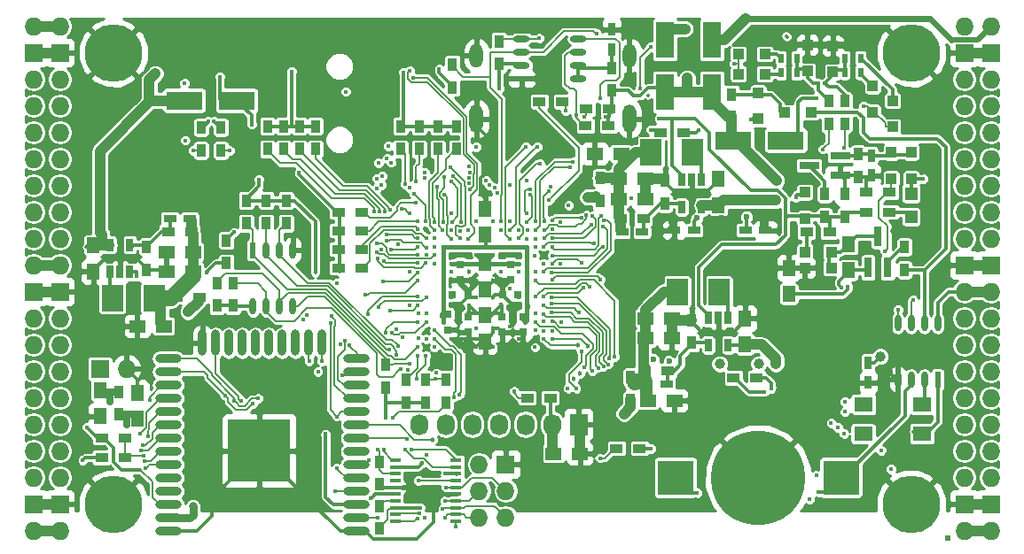
<source format=gbl>
G04 #@! TF.FileFunction,Copper,L4,Bot,Signal*
%FSLAX46Y46*%
G04 Gerber Fmt 4.6, Leading zero omitted, Abs format (unit mm)*
G04 Created by KiCad (PCBNEW 4.0.7+dfsg1-1) date Thu Feb 22 21:10:55 2018*
%MOMM*%
%LPD*%
G01*
G04 APERTURE LIST*
%ADD10C,0.100000*%
%ADD11O,1.727200X1.727200*%
%ADD12R,1.727200X1.727200*%
%ADD13R,0.500000X0.500000*%
%ADD14R,0.900000X1.200000*%
%ADD15R,1.800000X3.500000*%
%ADD16R,1.200000X0.900000*%
%ADD17R,2.000000X2.500000*%
%ADD18R,0.700000X1.200000*%
%ADD19R,1.250000X1.500000*%
%ADD20R,1.500000X1.250000*%
%ADD21R,0.800000X1.900000*%
%ADD22R,1.900000X0.800000*%
%ADD23R,1.200000X0.750000*%
%ADD24R,0.750000X1.200000*%
%ADD25C,5.500000*%
%ADD26R,1.000000X0.400000*%
%ADD27R,1.727200X2.032000*%
%ADD28O,1.727200X2.032000*%
%ADD29R,3.500000X1.800000*%
%ADD30R,3.500000X3.300000*%
%ADD31C,9.000000*%
%ADD32R,1.000000X1.000000*%
%ADD33O,1.300000X2.700000*%
%ADD34O,1.300000X2.300000*%
%ADD35R,0.600000X1.550000*%
%ADD36O,0.600000X1.550000*%
%ADD37R,1.550000X0.600000*%
%ADD38O,1.550000X0.600000*%
%ADD39O,2.500000X0.900000*%
%ADD40O,0.900000X2.500000*%
%ADD41R,6.000000X6.000000*%
%ADD42R,1.800000X1.400000*%
%ADD43R,1.200000X1.200000*%
%ADD44R,0.750000X0.800000*%
%ADD45R,0.800000X0.750000*%
%ADD46R,0.500000X0.900000*%
%ADD47C,0.400000*%
%ADD48C,1.000000*%
%ADD49C,0.600000*%
%ADD50C,0.454000*%
%ADD51C,0.800000*%
%ADD52C,0.700000*%
%ADD53C,0.300000*%
%ADD54C,1.000000*%
%ADD55C,0.500000*%
%ADD56C,0.190000*%
%ADD57C,0.600000*%
%ADD58C,0.400000*%
%ADD59C,0.800000*%
%ADD60C,0.700000*%
%ADD61C,1.500000*%
%ADD62C,0.127000*%
%ADD63C,1.200000*%
%ADD64C,0.200000*%
%ADD65C,0.254000*%
G04 APERTURE END LIST*
D10*
D11*
X97910000Y-62690000D03*
X95370000Y-62690000D03*
D12*
X97910000Y-65230000D03*
X95370000Y-65230000D03*
D11*
X97910000Y-67770000D03*
X95370000Y-67770000D03*
X97910000Y-70310000D03*
X95370000Y-70310000D03*
X97910000Y-72850000D03*
X95370000Y-72850000D03*
X97910000Y-75390000D03*
X95370000Y-75390000D03*
X97910000Y-77930000D03*
X95370000Y-77930000D03*
X97910000Y-80470000D03*
X95370000Y-80470000D03*
X97910000Y-83010000D03*
X95370000Y-83010000D03*
X97910000Y-85550000D03*
X95370000Y-85550000D03*
D12*
X97910000Y-88090000D03*
X95370000Y-88090000D03*
D11*
X97910000Y-90630000D03*
X95370000Y-90630000D03*
X97910000Y-93170000D03*
X95370000Y-93170000D03*
X97910000Y-95710000D03*
X95370000Y-95710000D03*
X97910000Y-98250000D03*
X95370000Y-98250000D03*
X97910000Y-100790000D03*
X95370000Y-100790000D03*
X97910000Y-103330000D03*
X95370000Y-103330000D03*
X97910000Y-105870000D03*
X95370000Y-105870000D03*
D12*
X97910000Y-108410000D03*
X95370000Y-108410000D03*
D11*
X97910000Y-110950000D03*
X95370000Y-110950000D03*
D13*
X182675150Y-111637626D03*
D14*
X103498000Y-99858000D03*
X103498000Y-97658000D03*
D15*
X155695000Y-69000000D03*
X155695000Y-64000000D03*
D16*
X157430000Y-72850000D03*
X155230000Y-72850000D03*
D17*
X160870000Y-88090000D03*
X156870000Y-88090000D03*
D18*
X159825000Y-90600000D03*
X160775000Y-90600000D03*
X161725000Y-90600000D03*
X161725000Y-93200000D03*
X159825000Y-93200000D03*
D17*
X102895000Y-88725000D03*
X106895000Y-88725000D03*
D18*
X104575000Y-86215000D03*
X103625000Y-86215000D03*
X102675000Y-86215000D03*
X102675000Y-83615000D03*
X104575000Y-83615000D03*
D17*
X158330000Y-74755000D03*
X154330000Y-74755000D03*
D18*
X157285000Y-77392000D03*
X158235000Y-77392000D03*
X159185000Y-77392000D03*
X159185000Y-79992000D03*
X157285000Y-79992000D03*
D19*
X101085000Y-83665000D03*
X101085000Y-86165000D03*
D20*
X153810000Y-90630000D03*
X156310000Y-90630000D03*
X153810000Y-92535000D03*
X156310000Y-92535000D03*
D19*
X163315000Y-93150000D03*
X163315000Y-90650000D03*
D20*
X151270000Y-79200000D03*
X153770000Y-79200000D03*
X151270000Y-77295000D03*
X153770000Y-77295000D03*
D19*
X160775000Y-79815000D03*
X160775000Y-77315000D03*
D20*
X110590000Y-84280000D03*
X108090000Y-84280000D03*
X110590000Y-86185000D03*
X108090000Y-86185000D03*
D19*
X173221000Y-86038000D03*
X173221000Y-83538000D03*
D21*
X176965000Y-85780000D03*
X175065000Y-85780000D03*
X176015000Y-82780000D03*
D22*
X172435000Y-75075000D03*
X172435000Y-76975000D03*
X169435000Y-76025000D03*
D23*
X153910000Y-96910000D03*
X155810000Y-96910000D03*
X151570000Y-82375000D03*
X153470000Y-82375000D03*
X110290000Y-81105000D03*
X108390000Y-81105000D03*
D24*
X175380000Y-75075000D03*
X175380000Y-76975000D03*
D16*
X169200000Y-82375000D03*
X171400000Y-82375000D03*
D14*
X172840000Y-80935000D03*
X172840000Y-78735000D03*
D16*
X177115000Y-80470000D03*
X174915000Y-80470000D03*
D14*
X174110000Y-74925000D03*
X174110000Y-77125000D03*
X178555000Y-83815000D03*
X178555000Y-86015000D03*
X113785000Y-83180000D03*
X113785000Y-85380000D03*
X170935000Y-80935000D03*
X170935000Y-78735000D03*
X128390000Y-108580000D03*
X128390000Y-110780000D03*
D16*
X153239000Y-103076000D03*
X151039000Y-103076000D03*
X177115000Y-78565000D03*
X174915000Y-78565000D03*
X153760000Y-95640000D03*
X155960000Y-95640000D03*
X110440000Y-82375000D03*
X108240000Y-82375000D03*
X151420000Y-81105000D03*
X153620000Y-81105000D03*
D14*
X158235000Y-90800000D03*
X158235000Y-93000000D03*
X106165000Y-86015000D03*
X106165000Y-83815000D03*
X155695000Y-77465000D03*
X155695000Y-79665000D03*
D16*
X126696000Y-85804000D03*
X124496000Y-85804000D03*
X126696000Y-84026000D03*
X124496000Y-84026000D03*
X126696000Y-82248000D03*
X124496000Y-82248000D03*
X126696000Y-80470000D03*
X124496000Y-80470000D03*
D14*
X130422000Y-74458000D03*
X130422000Y-72258000D03*
X132200000Y-74458000D03*
X132200000Y-72258000D03*
X133978000Y-74458000D03*
X133978000Y-72258000D03*
X135756000Y-74458000D03*
X135756000Y-72258000D03*
D24*
X150589600Y-64910000D03*
X150589600Y-63010000D03*
D11*
X184270000Y-110950000D03*
X186810000Y-110950000D03*
D12*
X184270000Y-108410000D03*
X186810000Y-108410000D03*
D11*
X184270000Y-105870000D03*
X186810000Y-105870000D03*
X184270000Y-103330000D03*
X186810000Y-103330000D03*
X184270000Y-100790000D03*
X186810000Y-100790000D03*
X184270000Y-98250000D03*
X186810000Y-98250000D03*
X184270000Y-95710000D03*
X186810000Y-95710000D03*
X184270000Y-93170000D03*
X186810000Y-93170000D03*
X184270000Y-90630000D03*
X186810000Y-90630000D03*
X184270000Y-88090000D03*
X186810000Y-88090000D03*
D12*
X184270000Y-85550000D03*
X186810000Y-85550000D03*
D11*
X184270000Y-83010000D03*
X186810000Y-83010000D03*
X184270000Y-80470000D03*
X186810000Y-80470000D03*
X184270000Y-77930000D03*
X186810000Y-77930000D03*
X184270000Y-75390000D03*
X186810000Y-75390000D03*
X184270000Y-72850000D03*
X186810000Y-72850000D03*
X184270000Y-70310000D03*
X186810000Y-70310000D03*
X184270000Y-67770000D03*
X186810000Y-67770000D03*
D12*
X184270000Y-65230000D03*
X186810000Y-65230000D03*
D11*
X184270000Y-62690000D03*
X186810000Y-62690000D03*
D25*
X102990000Y-108410000D03*
X179190000Y-108410000D03*
X179190000Y-65230000D03*
X102990000Y-65230000D03*
D14*
X162045000Y-71410000D03*
X162045000Y-69210000D03*
X139820000Y-66330000D03*
X139820000Y-64130000D03*
X135375000Y-68532000D03*
X135375000Y-66332000D03*
X150615000Y-68870000D03*
X150615000Y-66670000D03*
D16*
X150275000Y-72215000D03*
X148075000Y-72215000D03*
X150380000Y-70600000D03*
X148180000Y-70600000D03*
D26*
X135735000Y-104215000D03*
X135735000Y-104865000D03*
X135735000Y-105515000D03*
X135735000Y-106165000D03*
X135735000Y-106815000D03*
X135735000Y-107465000D03*
X135735000Y-108115000D03*
X135735000Y-108765000D03*
X135735000Y-109415000D03*
X135735000Y-110065000D03*
X129935000Y-110065000D03*
X129935000Y-109415000D03*
X129935000Y-108765000D03*
X129935000Y-108115000D03*
X129935000Y-107465000D03*
X129935000Y-106815000D03*
X129935000Y-106165000D03*
X129935000Y-105515000D03*
X129935000Y-104865000D03*
X129935000Y-104215000D03*
D14*
X119500000Y-79370000D03*
X119500000Y-81570000D03*
X114420000Y-89444000D03*
X114420000Y-87244000D03*
X129025000Y-97275000D03*
X129025000Y-95075000D03*
X117595000Y-79370000D03*
X117595000Y-81570000D03*
X112896000Y-89444000D03*
X112896000Y-87244000D03*
X115690000Y-79370000D03*
X115690000Y-81570000D03*
D16*
X144730000Y-98250000D03*
X142530000Y-98250000D03*
D14*
X132835000Y-98715000D03*
X132835000Y-96515000D03*
X130930000Y-98715000D03*
X130930000Y-96515000D03*
D16*
X101890000Y-103965000D03*
X104090000Y-103965000D03*
D12*
X101720000Y-95456000D03*
D11*
X104260000Y-95456000D03*
D16*
X104090000Y-102060000D03*
X101890000Y-102060000D03*
D19*
X167506000Y-88324000D03*
X167506000Y-85824000D03*
D16*
X164415000Y-96345000D03*
X162215000Y-96345000D03*
D12*
X140455000Y-104600000D03*
D11*
X137915000Y-104600000D03*
X140455000Y-107140000D03*
X137915000Y-107140000D03*
X140455000Y-109680000D03*
X137915000Y-109680000D03*
D19*
X138500000Y-90370000D03*
X138500000Y-92870000D03*
X138500000Y-82670000D03*
X138500000Y-80170000D03*
X138500000Y-85370000D03*
X138500000Y-87870000D03*
X101720000Y-97508000D03*
X101720000Y-100008000D03*
D14*
X113277000Y-74585000D03*
X113277000Y-72385000D03*
X111372000Y-74585000D03*
X111372000Y-72385000D03*
X172840000Y-72045000D03*
X172840000Y-69845000D03*
X171316000Y-72045000D03*
X171316000Y-69845000D03*
D27*
X147440000Y-100790000D03*
D28*
X144900000Y-100790000D03*
X142360000Y-100790000D03*
X139820000Y-100790000D03*
X137280000Y-100790000D03*
X134740000Y-100790000D03*
X132200000Y-100790000D03*
D19*
X105276000Y-100262000D03*
X105276000Y-97762000D03*
D29*
X109761000Y-69802000D03*
X114761000Y-69802000D03*
X167212000Y-73612000D03*
X162212000Y-73612000D03*
D15*
X160140000Y-64000000D03*
X160140000Y-69000000D03*
D20*
X154064000Y-98504000D03*
X156564000Y-98504000D03*
X107796000Y-91392000D03*
X105296000Y-91392000D03*
X151484000Y-74882000D03*
X148984000Y-74882000D03*
D14*
X134740000Y-96515000D03*
X134740000Y-98715000D03*
D30*
X172485000Y-105870000D03*
X156685000Y-105870000D03*
D31*
X164585000Y-105870000D03*
D32*
X169284000Y-66988000D03*
X169284000Y-64488000D03*
X171697000Y-67081000D03*
X171697000Y-64581000D03*
X169050000Y-84280000D03*
X171550000Y-84280000D03*
X169030000Y-81085000D03*
X169030000Y-78585000D03*
X171550000Y-85804000D03*
X169050000Y-85804000D03*
X179190000Y-77275000D03*
X179190000Y-74775000D03*
X177285000Y-74775000D03*
X177285000Y-77275000D03*
X167145000Y-70945000D03*
X169645000Y-70945000D03*
X164585000Y-69060000D03*
X164585000Y-71560000D03*
D14*
X128390000Y-106546000D03*
X128390000Y-104346000D03*
X117722000Y-74458000D03*
X117722000Y-72258000D03*
X119246000Y-74458000D03*
X119246000Y-72258000D03*
X120770000Y-74458000D03*
X120770000Y-72258000D03*
X122294000Y-74458000D03*
X122294000Y-72258000D03*
D16*
X145880000Y-69900000D03*
X143680000Y-69900000D03*
D33*
X152280000Y-71550000D03*
X137680000Y-71550000D03*
D34*
X137680000Y-65500000D03*
X152280000Y-65500000D03*
D35*
X181730000Y-96505000D03*
D36*
X180460000Y-96505000D03*
X179190000Y-96505000D03*
X177920000Y-96505000D03*
X177920000Y-91105000D03*
X179190000Y-91105000D03*
X180460000Y-91105000D03*
X181730000Y-91105000D03*
D37*
X141980000Y-67706500D03*
D38*
X141980000Y-66436500D03*
X141980000Y-65166500D03*
X141980000Y-63896500D03*
X147380000Y-63896500D03*
X147380000Y-65166500D03*
X147380000Y-66436500D03*
X147380000Y-67706500D03*
D35*
X116325000Y-84120000D03*
D36*
X117595000Y-84120000D03*
X118865000Y-84120000D03*
X120135000Y-84120000D03*
X120135000Y-89520000D03*
X118865000Y-89520000D03*
X117595000Y-89520000D03*
X116325000Y-89520000D03*
D39*
X126230000Y-111000000D03*
X126230000Y-109730000D03*
X126230000Y-108460000D03*
X126230000Y-107190000D03*
X126230000Y-105920000D03*
X126230000Y-104650000D03*
X126230000Y-103380000D03*
X126230000Y-102110000D03*
X126230000Y-100840000D03*
X126230000Y-99570000D03*
X126230000Y-98300000D03*
X126230000Y-97030000D03*
X126230000Y-95760000D03*
X126230000Y-94490000D03*
D40*
X122945000Y-93000000D03*
X121675000Y-93000000D03*
X120405000Y-93000000D03*
X119135000Y-93000000D03*
X117865000Y-93000000D03*
X116595000Y-93000000D03*
X115325000Y-93000000D03*
X114055000Y-93000000D03*
X112785000Y-93000000D03*
X111515000Y-93000000D03*
D39*
X108230000Y-94490000D03*
X108230000Y-95760000D03*
X108230000Y-97030000D03*
X108230000Y-98300000D03*
X108230000Y-99570000D03*
X108230000Y-100840000D03*
X108230000Y-102110000D03*
X108230000Y-103380000D03*
X108230000Y-104650000D03*
X108230000Y-105920000D03*
X108230000Y-107190000D03*
X108230000Y-108460000D03*
X108230000Y-109730000D03*
X108230000Y-111000000D03*
D41*
X116930000Y-103300000D03*
D42*
X180212000Y-98882000D03*
X174612000Y-98882000D03*
X174612000Y-101682000D03*
X180212000Y-101682000D03*
D43*
X179190000Y-78735000D03*
X179190000Y-80935000D03*
D44*
X140900000Y-86970000D03*
X140900000Y-85470000D03*
X136100000Y-86970000D03*
X136100000Y-85470000D03*
X136900000Y-91970000D03*
X136900000Y-90470000D03*
X140100000Y-91970000D03*
X140100000Y-90470000D03*
X142100000Y-91970000D03*
X142100000Y-90470000D03*
X134900000Y-91770000D03*
X134900000Y-90270000D03*
D45*
X136850000Y-88420000D03*
X135350000Y-88420000D03*
X140150000Y-88420000D03*
X141650000Y-88420000D03*
D23*
X163350000Y-82220000D03*
X165250000Y-82220000D03*
X158450000Y-82220000D03*
X156550000Y-82220000D03*
D24*
X175100000Y-94870000D03*
X175100000Y-96770000D03*
D46*
X166756000Y-67135000D03*
X168256000Y-67135000D03*
X174350000Y-67120000D03*
X172850000Y-67120000D03*
D32*
X162700000Y-67262000D03*
X165200000Y-67262000D03*
X165200000Y-65357000D03*
X162700000Y-65357000D03*
X175507000Y-70925000D03*
X175507000Y-68425000D03*
X177412000Y-69822000D03*
X177412000Y-72322000D03*
D46*
X166756000Y-65738000D03*
X168256000Y-65738000D03*
X172852000Y-65738000D03*
X174352000Y-65738000D03*
D14*
X152393000Y-96261000D03*
X152393000Y-98461000D03*
D16*
X109002000Y-88598000D03*
X111202000Y-88598000D03*
D14*
X149472000Y-77211000D03*
X149472000Y-79411000D03*
D20*
X145047000Y-103584000D03*
X147547000Y-103584000D03*
D47*
X173856000Y-71538990D03*
D48*
X164947008Y-63194069D03*
X175494572Y-64322557D03*
D47*
X135342764Y-89381630D03*
X144103496Y-84660400D03*
D48*
X177658444Y-82281349D03*
D47*
X145680000Y-81405125D03*
X145691238Y-94166752D03*
X145759873Y-91010176D03*
D49*
X152525938Y-81463870D03*
D48*
X162956098Y-95078488D03*
X158539988Y-94868772D03*
D49*
X161075765Y-80992022D03*
X164882869Y-80938986D03*
X156262773Y-81349374D03*
X123437000Y-108972000D03*
D47*
X132871770Y-84533979D03*
X132862998Y-82124544D03*
X131278306Y-86213101D03*
X135281276Y-80583119D03*
X131279502Y-89407325D03*
X170309539Y-85441529D03*
X145672808Y-85396062D03*
X133216000Y-107465000D03*
X137680000Y-88600000D03*
X142480000Y-95000000D03*
X141680000Y-92600000D03*
X140836000Y-84534000D03*
X135284627Y-94985297D03*
X135288625Y-94225619D03*
X134455822Y-94267172D03*
X136095958Y-93369652D03*
D50*
X139264636Y-91615205D03*
D48*
X116880503Y-64802940D03*
X106974809Y-64953974D03*
D47*
X177285000Y-95710000D03*
X140880000Y-81400000D03*
X140874194Y-91433353D03*
X142480000Y-94200000D03*
X140880000Y-93400000D03*
X139280000Y-93400000D03*
X137680000Y-93400000D03*
X136880000Y-92600000D03*
X135280000Y-92600000D03*
X132880000Y-91800000D03*
X132880000Y-93400000D03*
D50*
X141042859Y-86994997D03*
X139280000Y-87000000D03*
X136110990Y-86995403D03*
X137680000Y-87000000D03*
X136080000Y-84600000D03*
X139280000Y-88600000D03*
D48*
X157807568Y-67669269D03*
X101707889Y-82423180D03*
X107021491Y-67228122D03*
X166284693Y-95025145D03*
X166248957Y-79348409D03*
X166343357Y-77477990D03*
D47*
X172564535Y-87722010D03*
X150030853Y-71331848D03*
D48*
X157600000Y-62944000D03*
X148268387Y-79050018D03*
D47*
X134124945Y-66775980D03*
X139864366Y-68665673D03*
X137659051Y-91638034D03*
X135273306Y-88618602D03*
X135280000Y-86200000D03*
X135280000Y-85440000D03*
X158870000Y-72596000D03*
X114513935Y-82409431D03*
X116912932Y-77355158D03*
X109760378Y-68177900D03*
X109840000Y-73620000D03*
X132110753Y-92527478D03*
X113658000Y-89360000D03*
X165803369Y-97344883D03*
D48*
X160905403Y-95006436D03*
D49*
X158731133Y-81048929D03*
X154593901Y-94607945D03*
X156088245Y-94762980D03*
D48*
X164625730Y-94982471D03*
D49*
X163462982Y-80942429D03*
D48*
X176254940Y-94288458D03*
D51*
X110593913Y-108636458D03*
D47*
X180340784Y-77316932D03*
X173137949Y-87594275D03*
D52*
X102710050Y-98594954D03*
D47*
X129005202Y-100174798D03*
X172834633Y-99599920D03*
X172879922Y-98618650D03*
X176305593Y-103279812D03*
X100080000Y-104200000D03*
X139272517Y-84611349D03*
X137680556Y-84534085D03*
X141680000Y-86200000D03*
X132880000Y-92600000D03*
X141680000Y-88600000D03*
X141680000Y-85400000D03*
X129983242Y-91668979D03*
X121431221Y-90311593D03*
X121088335Y-90753785D03*
X130583026Y-92475628D03*
X146394787Y-97333919D03*
X143300000Y-86220000D03*
X147175985Y-97333919D03*
X147700000Y-93820000D03*
X144900000Y-91820000D03*
X142277990Y-91000000D03*
D48*
X110128890Y-90028152D03*
D47*
X142480000Y-83800000D03*
X134480000Y-83800000D03*
X134480000Y-91000000D03*
X125193541Y-68962993D03*
X155115280Y-71563465D03*
X105245010Y-86595559D03*
X170182962Y-69571012D03*
X170362901Y-107286196D03*
X158716651Y-107325176D03*
X136028224Y-97922729D03*
X128216338Y-109760338D03*
X132708000Y-109680000D03*
X134750646Y-106810513D03*
X133680000Y-91800000D03*
X135517016Y-98167170D03*
X134675868Y-108131585D03*
D50*
X133449289Y-102232615D03*
D47*
X133680000Y-92600000D03*
X132936956Y-103711000D03*
X127385678Y-104203668D03*
X133685482Y-93402296D03*
X134463998Y-108841973D03*
X131986331Y-96404793D03*
X131039072Y-102187000D03*
X134636872Y-109719950D03*
X132846234Y-94197073D03*
X176700000Y-84220000D03*
X143260000Y-84620000D03*
X120739932Y-76694083D03*
X130704878Y-67105564D03*
X147983153Y-71347080D03*
X149475951Y-69619684D03*
X147186000Y-71200000D03*
X121687479Y-94718249D03*
X128776655Y-87127857D03*
X132083026Y-86260405D03*
X113700000Y-98020000D03*
X116325960Y-98790853D03*
X122932649Y-94724357D03*
X124849021Y-96102869D03*
X122527919Y-95725900D03*
X116198000Y-72088000D03*
X127586603Y-107875044D03*
X113157250Y-67567056D03*
X146180000Y-70800000D03*
X131453853Y-103208291D03*
X149771692Y-81825658D03*
X144080000Y-86200000D03*
X149533922Y-86909940D03*
X144894316Y-86977564D03*
X144896700Y-83835368D03*
X149549750Y-80868432D03*
D50*
X147343891Y-93217126D03*
D47*
X144113248Y-92588762D03*
X144875155Y-86292748D03*
X149846468Y-81303978D03*
X148696112Y-80861847D03*
X144916886Y-82991356D03*
D50*
X148349010Y-93322307D03*
D47*
X144882352Y-92577990D03*
X144902941Y-90956495D03*
X148747982Y-95669626D03*
X144867244Y-90112484D03*
X149795895Y-95251084D03*
X144855814Y-89268481D03*
X150278898Y-95040253D03*
X150345974Y-94517527D03*
X144877648Y-88622010D03*
X150889207Y-94332565D03*
X143280000Y-87000000D03*
X130211351Y-93284273D03*
X131084713Y-95564177D03*
X130422000Y-95456000D03*
X131316164Y-94959140D03*
X130053332Y-94113207D03*
X132031990Y-93400000D03*
X129371747Y-93601166D03*
X141280657Y-97642010D03*
X133852393Y-95875797D03*
X133762848Y-96395146D03*
X132080000Y-94200000D03*
X128622659Y-84064643D03*
X105895603Y-103765816D03*
X130839477Y-103208987D03*
X129449238Y-89873934D03*
X132075624Y-89410644D03*
X128806823Y-103185900D03*
X128312094Y-89556924D03*
X132162861Y-106185868D03*
X132880000Y-88600000D03*
X127040053Y-88426410D03*
X124322162Y-105002357D03*
X132080000Y-87000000D03*
X125525099Y-93236764D03*
X124202418Y-107207639D03*
X110599084Y-74589383D03*
X132024412Y-109766775D03*
X114104080Y-74612196D03*
X132219727Y-109277292D03*
X115190634Y-98572389D03*
X131847310Y-79589886D03*
X132080000Y-81400000D03*
X132080007Y-82103333D03*
X132872609Y-82968555D03*
X133627359Y-81414685D03*
X133648389Y-82190597D03*
X131923295Y-77584853D03*
X130856828Y-77786820D03*
X129555604Y-91985990D03*
X132880000Y-91000000D03*
X129028593Y-91985999D03*
X132077338Y-91002010D03*
X131275302Y-80595752D03*
X130489904Y-80167235D03*
X128823114Y-85153560D03*
X132072985Y-85377990D03*
X133876016Y-78047133D03*
X134433979Y-82180155D03*
X163908850Y-71651861D03*
X135656559Y-110610712D03*
X149495225Y-104009099D03*
X132468001Y-104503413D03*
D52*
X104260000Y-100790000D03*
D47*
X114560994Y-98539563D03*
X116800000Y-98320000D03*
X111895217Y-86253790D03*
X165170594Y-97666317D03*
X170157734Y-105666345D03*
X169506589Y-107953726D03*
X142571021Y-82204353D03*
X143287402Y-83042010D03*
X170735900Y-74464979D03*
X154317617Y-103095729D03*
X168166438Y-79108038D03*
X112614274Y-71803529D03*
X112074854Y-71810535D03*
X143269694Y-93414905D03*
X177274002Y-105079115D03*
X172761273Y-101651681D03*
X143280000Y-91800000D03*
X172193360Y-101105663D03*
X144064831Y-91877646D03*
X144080000Y-90956495D03*
X171540304Y-100645743D03*
X135277990Y-82193851D03*
X129493343Y-75737814D03*
X136124555Y-82260038D03*
X129125079Y-75315804D03*
X135175257Y-76183471D03*
X136080000Y-83000000D03*
X129252218Y-74142461D03*
X142452365Y-77452681D03*
X142460000Y-83020000D03*
X172746637Y-74347988D03*
X143280000Y-83800000D03*
X170300000Y-68151000D03*
X170950000Y-68125562D03*
X125110333Y-92787995D03*
X124361185Y-87274371D03*
X124361184Y-87274370D03*
X182675150Y-111637626D03*
X166678914Y-70803555D03*
X123273881Y-101715917D03*
X129660000Y-100155000D03*
X127308270Y-90221456D03*
X132084049Y-88558274D03*
X128280000Y-103200000D03*
X120008000Y-67008000D03*
X133680000Y-83000000D03*
X129457990Y-80285112D03*
X133680000Y-83800000D03*
X128943593Y-80399729D03*
X130204628Y-83599483D03*
X128416582Y-80399850D03*
X127889625Y-80407426D03*
X133680000Y-85400000D03*
X140896226Y-87816226D03*
X140038941Y-89350966D03*
X136944530Y-89373464D03*
D50*
X136938110Y-86196311D03*
D47*
X140014602Y-86192969D03*
X139285803Y-90177691D03*
X137689001Y-90122990D03*
D48*
X151758000Y-99774000D03*
D47*
X136885174Y-90194826D03*
X140094890Y-90122990D03*
X128333179Y-75769807D03*
X134613000Y-78819000D03*
X135280000Y-83022010D03*
X154298000Y-72596000D03*
X100450000Y-101044000D03*
X132285867Y-108754446D03*
X134707351Y-105508447D03*
X139280000Y-81400000D03*
X139655424Y-78608374D03*
X139379957Y-78147460D03*
X138920852Y-77888686D03*
X138601223Y-77469664D03*
X137620226Y-74221760D03*
X137680000Y-81400000D03*
X136970301Y-76084594D03*
X137008313Y-76692245D03*
X136991219Y-77219258D03*
X136991219Y-77746651D03*
X135473100Y-77078127D03*
X136160979Y-81416027D03*
X135235465Y-77548522D03*
X135316968Y-81442010D03*
X134629088Y-77130506D03*
X134471370Y-81406751D03*
D50*
X146942280Y-96452058D03*
X147534467Y-95913260D03*
D47*
X147928857Y-95339016D03*
X143322010Y-91000657D03*
X149284391Y-95377990D03*
X144077013Y-90266968D03*
X147430953Y-90112484D03*
X144076240Y-89395301D03*
X143322010Y-90201951D03*
X147910791Y-87683418D03*
X144082832Y-88584510D03*
X143322010Y-88595030D03*
X148483539Y-87608166D03*
X144102010Y-85397219D03*
X144889349Y-85448737D03*
X147687390Y-85374093D03*
X149732494Y-83807694D03*
X144912409Y-84635817D03*
X148921512Y-83442010D03*
X144103186Y-83777990D03*
X144131413Y-83000000D03*
X148610661Y-81705858D03*
X144888125Y-82147345D03*
X144176662Y-82199998D03*
X148175253Y-80781550D03*
X147688311Y-80983115D03*
X144880008Y-81303333D03*
X142773842Y-78808575D03*
X142460000Y-81420000D03*
X142766742Y-78281611D03*
X142460000Y-80620000D03*
X144568886Y-78517622D03*
X144175043Y-81398770D03*
X144786095Y-78037454D03*
X146587441Y-76174058D03*
X143332651Y-82197990D03*
X146901448Y-75654906D03*
X143331031Y-81377293D03*
X143708879Y-75817300D03*
X141727010Y-82998875D03*
X141727010Y-82194937D03*
X140028978Y-82200000D03*
X140857990Y-77894044D03*
X142390990Y-74236149D03*
X140861329Y-83041266D03*
X143457010Y-74219135D03*
X140872990Y-82177164D03*
X132761172Y-77202673D03*
X132737245Y-76676207D03*
X128644933Y-77050030D03*
X128152012Y-77257840D03*
X128125571Y-78233647D03*
X128590544Y-77894041D03*
X131253134Y-78134216D03*
X106477197Y-98487772D03*
X131709326Y-78745875D03*
X132783339Y-81400004D03*
X132079024Y-82984045D03*
X129109095Y-82655074D03*
X105572759Y-101661319D03*
X106276126Y-101893466D03*
X132880889Y-83897835D03*
X129054383Y-83179239D03*
X129487667Y-84079929D03*
X132083682Y-83828056D03*
X105813763Y-102819336D03*
X128165458Y-83509725D03*
X132062099Y-84533979D03*
X105627254Y-103312241D03*
X128182016Y-84353737D03*
X105992720Y-104283802D03*
X133671942Y-84595200D03*
X128207686Y-84880123D03*
X106088753Y-104974041D03*
X132834641Y-85377990D03*
X123714874Y-91057383D03*
X124326000Y-100028000D03*
X124681087Y-93093755D03*
X132900000Y-90180000D03*
X123846546Y-90451525D03*
X132100000Y-90157990D03*
X137020172Y-78350165D03*
X162271466Y-66284958D03*
X136900000Y-82220000D03*
X131329207Y-66928055D03*
X174611510Y-70367022D03*
X136900000Y-83020000D03*
X131644095Y-67620000D03*
X177926984Y-89812061D03*
X153297112Y-68665673D03*
X154329326Y-64643767D03*
X152497066Y-79193467D03*
X146481406Y-79819384D03*
X143650666Y-63862520D03*
X179351513Y-88868327D03*
X149134122Y-63424051D03*
X140035989Y-81400000D03*
X144568886Y-79361633D03*
D53*
X154044000Y-69310596D02*
X154052298Y-69302298D01*
X167336000Y-63706000D02*
X167252000Y-63622000D01*
D54*
X147547000Y-103584000D02*
X147547000Y-100897000D01*
D53*
X147547000Y-100897000D02*
X147440000Y-100790000D01*
X138630000Y-76684175D02*
X138102251Y-77211924D01*
X138102251Y-77211924D02*
X138102251Y-78722251D01*
X137680000Y-72250000D02*
X138630000Y-73200000D01*
X138630000Y-73200000D02*
X138630000Y-76684175D01*
X138102251Y-78722251D02*
X138500000Y-79120000D01*
X138500000Y-79120000D02*
X138500000Y-80170000D01*
X137680000Y-71550000D02*
X137680000Y-72250000D01*
X175494572Y-64322557D02*
X166075496Y-64322557D01*
X166075496Y-64322557D02*
X165447007Y-63694068D01*
X165447007Y-63694068D02*
X164947008Y-63194069D01*
X164882869Y-80938986D02*
X164882869Y-81852869D01*
X164882869Y-81852869D02*
X165250000Y-82220000D01*
X156550000Y-82220000D02*
X156550000Y-82895000D01*
X156550000Y-82895000D02*
X155822000Y-83623000D01*
X155822000Y-83623000D02*
X155822000Y-83645000D01*
X156262773Y-81349374D02*
X156262773Y-81932773D01*
X156262773Y-81932773D02*
X156550000Y-82220000D01*
X139264636Y-91615205D02*
X139745205Y-91615205D01*
X139745205Y-91615205D02*
X140100000Y-91970000D01*
D55*
X140150000Y-88420000D02*
X140150000Y-87606614D01*
X140150000Y-87606614D02*
X139543386Y-87000000D01*
D53*
X139543386Y-87000000D02*
X139280000Y-87000000D01*
X140150000Y-88420000D02*
X140150000Y-87618935D01*
D55*
X140150000Y-87618935D02*
X140773938Y-86994997D01*
D53*
X140773938Y-86994997D02*
X141042859Y-86994997D01*
X137680000Y-87000000D02*
X137680000Y-87050000D01*
X137680000Y-87050000D02*
X138500000Y-87870000D01*
X139280000Y-87000000D02*
X139280000Y-87090000D01*
X139280000Y-87090000D02*
X138500000Y-87870000D01*
X140150000Y-88420000D02*
X141150000Y-89420000D01*
X140150000Y-88420000D02*
X139460000Y-88420000D01*
X139460000Y-88420000D02*
X139280000Y-88600000D01*
X137680000Y-87000000D02*
X137680000Y-87298789D01*
D55*
X137680000Y-87298789D02*
X136850000Y-88128789D01*
D53*
X136850000Y-88128789D02*
X136850000Y-88420000D01*
X136110990Y-86995403D02*
X136110990Y-87288031D01*
X136850000Y-88027041D02*
X136850000Y-88420000D01*
D55*
X136110990Y-87288031D02*
X136850000Y-88027041D01*
D53*
X136110990Y-86995403D02*
X137675403Y-86995403D01*
X137675403Y-86995403D02*
X137680000Y-87000000D01*
X135850000Y-90220000D02*
X135850000Y-89545000D01*
X135850000Y-89545000D02*
X136795000Y-88600000D01*
X136795000Y-88600000D02*
X137397158Y-88600000D01*
X137397158Y-88600000D02*
X137680000Y-88600000D01*
X153039876Y-83645000D02*
X155822000Y-83645000D01*
X152525938Y-83131062D02*
X153039876Y-83645000D01*
X152525938Y-81463870D02*
X152525938Y-83131062D01*
D56*
X138029000Y-66332000D02*
X138115000Y-66246000D01*
D53*
X133415999Y-107664999D02*
X133216000Y-107465000D01*
X133612013Y-107861013D02*
X133415999Y-107664999D01*
X131991648Y-111780338D02*
X133612013Y-110159973D01*
X127810434Y-111780338D02*
X131991648Y-111780338D01*
X133612013Y-110159973D02*
X133612013Y-107861013D01*
X127060434Y-111030338D02*
X127810434Y-111780338D01*
X126260434Y-111030338D02*
X127060434Y-111030338D01*
D54*
X184270000Y-108410000D02*
X186810000Y-108410000D01*
X184270000Y-85550000D02*
X186810000Y-85550000D01*
X184270000Y-65230000D02*
X186810000Y-65230000D01*
X95370000Y-65230000D02*
X97910000Y-65230000D01*
X95370000Y-88090000D02*
X97910000Y-88090000D01*
X95370000Y-108410000D02*
X97910000Y-108410000D01*
D53*
X108260434Y-111030338D02*
X109060434Y-111030338D01*
X109060434Y-111030338D02*
X109140772Y-110950000D01*
X110957617Y-110950000D02*
X112380000Y-109527617D01*
X109140772Y-110950000D02*
X110957617Y-110950000D01*
X112380000Y-109527617D02*
X112380000Y-107854384D01*
X112380000Y-107854384D02*
X116904046Y-103330338D01*
X116904046Y-103330338D02*
X116960434Y-103330338D01*
X167506000Y-85824000D02*
X169927068Y-85824000D01*
X169927068Y-85824000D02*
X170109540Y-85641528D01*
X170109540Y-85641528D02*
X170309539Y-85441529D01*
X104260000Y-95456000D02*
X105276000Y-96472000D01*
X105276000Y-96472000D02*
X105276000Y-97762000D01*
X133216000Y-107465000D02*
X132214478Y-107465000D01*
X135735000Y-107465000D02*
X133216000Y-107465000D01*
X132214478Y-107465000D02*
X131572496Y-106823018D01*
X131572496Y-106823018D02*
X129919874Y-106823018D01*
X126260434Y-111030338D02*
X124660659Y-111030338D01*
X124660659Y-111030338D02*
X116960659Y-103330338D01*
X116960659Y-103330338D02*
X116960434Y-103330338D01*
X129935000Y-106815000D02*
X128659000Y-106815000D01*
X128659000Y-106815000D02*
X128390000Y-106546000D01*
X128390000Y-106546000D02*
X128558000Y-106546000D01*
X136126306Y-93400000D02*
X136095958Y-93369652D01*
X136880000Y-92600000D02*
X136110348Y-93369652D01*
X136049652Y-93369652D02*
X136095958Y-93369652D01*
X137680000Y-93400000D02*
X136126306Y-93400000D01*
X135280000Y-92600000D02*
X136049652Y-93369652D01*
X136110348Y-93369652D02*
X136095958Y-93369652D01*
X139264636Y-92054364D02*
X139264636Y-91936231D01*
X139264636Y-91936231D02*
X139264636Y-91615205D01*
X138550000Y-92769000D02*
X139264636Y-92054364D01*
X136880000Y-92600000D02*
X137680000Y-93400000D01*
X136880000Y-92600000D02*
X138381000Y-92600000D01*
X138381000Y-92600000D02*
X138550000Y-92769000D01*
X135280000Y-92600000D02*
X136880000Y-92600000D01*
X138550000Y-92769000D02*
X138649000Y-92769000D01*
X138649000Y-92769000D02*
X139280000Y-93400000D01*
X138550000Y-92769000D02*
X138311000Y-92769000D01*
X138311000Y-92769000D02*
X137680000Y-93400000D01*
X177285000Y-95710000D02*
X177285000Y-95964000D01*
X177285000Y-95964000D02*
X177920000Y-96599000D01*
X102210000Y-84915000D02*
X103625000Y-84915000D01*
X103625000Y-84915000D02*
X105215000Y-84915000D01*
X103625000Y-86215000D02*
X103625000Y-84915000D01*
X105215000Y-84915000D02*
X106165000Y-85865000D01*
X106165000Y-85865000D02*
X106165000Y-86015000D01*
X101085000Y-86165000D02*
X101085000Y-86040000D01*
X101085000Y-86040000D02*
X102210000Y-84915000D01*
X106165000Y-86015000D02*
X107920000Y-86015000D01*
X107920000Y-86015000D02*
X108090000Y-86185000D01*
D54*
X153770000Y-77295000D02*
X155525000Y-77295000D01*
D53*
X155525000Y-77295000D02*
X155695000Y-77465000D01*
D54*
X153770000Y-79200000D02*
X153770000Y-77295000D01*
D53*
X174110000Y-77125000D02*
X174745000Y-77125000D01*
X174745000Y-77125000D02*
X175230000Y-77125000D01*
X174915000Y-78565000D02*
X174915000Y-77295000D01*
X174915000Y-77295000D02*
X174745000Y-77125000D01*
X172840000Y-78735000D02*
X172840000Y-77380000D01*
X172840000Y-77380000D02*
X172435000Y-76975000D01*
X175230000Y-77125000D02*
X175380000Y-76975000D01*
X172435000Y-76975000D02*
X173960000Y-76975000D01*
X173960000Y-76975000D02*
X174110000Y-77125000D01*
X159850000Y-78365000D02*
X158235000Y-78365000D01*
X158235000Y-78365000D02*
X156445000Y-78365000D01*
X158235000Y-77235000D02*
X158235000Y-78365000D01*
X160775000Y-77315000D02*
X160775000Y-77440000D01*
X160775000Y-77440000D02*
X159850000Y-78365000D01*
X156445000Y-78365000D02*
X155695000Y-77615000D01*
X155695000Y-77615000D02*
X155695000Y-77465000D01*
D54*
X156310000Y-90630000D02*
X156310000Y-92535000D01*
X158235000Y-90800000D02*
X156480000Y-90800000D01*
D53*
X156480000Y-90800000D02*
X156310000Y-90630000D01*
X163315000Y-90650000D02*
X163315000Y-90834602D01*
X163315000Y-90834602D02*
X162249602Y-91900000D01*
X162249602Y-91900000D02*
X160775000Y-91900000D01*
X101085000Y-86165000D02*
X101085000Y-85929893D01*
X106165000Y-85944374D02*
X106165000Y-86015000D01*
X159185000Y-91900000D02*
X160775000Y-91900000D01*
X160775000Y-90600000D02*
X160775000Y-91900000D01*
X158235000Y-90800000D02*
X158235000Y-90950000D01*
X158235000Y-90950000D02*
X159185000Y-91900000D01*
X108090000Y-84280000D02*
X108090000Y-86185000D01*
X107625000Y-84745000D02*
X108090000Y-84280000D01*
X108070000Y-84260000D02*
X108090000Y-84280000D01*
X141037856Y-87000000D02*
X141042859Y-86994997D01*
X139280000Y-87000000D02*
X141037856Y-87000000D01*
D54*
X162045000Y-71410000D02*
X162045000Y-71260000D01*
X155695000Y-69000000D02*
X157800000Y-69000000D01*
X157800000Y-69000000D02*
X160140000Y-69000000D01*
D53*
X157807568Y-68376375D02*
X157800000Y-68383943D01*
D54*
X157807568Y-67669269D02*
X157807568Y-68376375D01*
X157800000Y-68383943D02*
X157800000Y-69000000D01*
X101707889Y-74640111D02*
X101707889Y-81716074D01*
X106407114Y-69940886D02*
X101707889Y-74640111D01*
D53*
X101733051Y-82423180D02*
X101707889Y-82423180D01*
D54*
X101707889Y-81716074D02*
X101707889Y-82423180D01*
D53*
X101913492Y-82603621D02*
X101733051Y-82423180D01*
D54*
X106407114Y-69940886D02*
X106407114Y-67842499D01*
X106521492Y-67728121D02*
X107021491Y-67228122D01*
X106407114Y-67842499D02*
X106521492Y-67728121D01*
X166284693Y-94494693D02*
X166284693Y-95025145D01*
X164940000Y-93150000D02*
X166284693Y-94494693D01*
X163315000Y-93150000D02*
X164940000Y-93150000D01*
X165541851Y-79348409D02*
X166248957Y-79348409D01*
X161241591Y-79348409D02*
X165541851Y-79348409D01*
X160790000Y-79800000D02*
X161241591Y-79348409D01*
D53*
X150615000Y-68870000D02*
X152180000Y-68870000D01*
X153331001Y-69348999D02*
X152658999Y-69348999D01*
X152658999Y-69348999D02*
X152180000Y-68870000D01*
X154087002Y-68592998D02*
X155287998Y-68592998D01*
X153331001Y-69348999D02*
X154087002Y-68592998D01*
X155287998Y-68592998D02*
X155695000Y-69000000D01*
D54*
X162045000Y-71410000D02*
X162045000Y-73179633D01*
X162045000Y-73179633D02*
X165843358Y-76977991D01*
X165843358Y-76977991D02*
X166343357Y-77477990D01*
D53*
X101085000Y-83665000D02*
X101684316Y-83665000D01*
X101684316Y-83665000D02*
X101913492Y-83435824D01*
D54*
X101913492Y-83435824D02*
X101913492Y-82603621D01*
D53*
X172296000Y-87453475D02*
X172364536Y-87522011D01*
X172364536Y-87522011D02*
X172564535Y-87722010D01*
X172296000Y-87088000D02*
X172296000Y-87453475D01*
X173221000Y-86038000D02*
X173221000Y-86163000D01*
X173221000Y-86163000D02*
X172296000Y-87088000D01*
X150275000Y-71465000D02*
X150380000Y-71360000D01*
X150380000Y-71360000D02*
X150380000Y-70600000D01*
X150615000Y-70935000D02*
X150615000Y-69995990D01*
X150615000Y-69995990D02*
X150615000Y-68870000D01*
X150313695Y-71331848D02*
X150030853Y-71331848D01*
X150141848Y-71331848D02*
X150030853Y-71331848D01*
X150275000Y-71465000D02*
X150141848Y-71331848D01*
X150275000Y-72215000D02*
X150275000Y-71465000D01*
X160140000Y-69000000D02*
X160140000Y-69850000D01*
D54*
X160140000Y-69850000D02*
X161700000Y-71410000D01*
D53*
X110610000Y-69548000D02*
X110610000Y-69802000D01*
D54*
X109975000Y-69802000D02*
X106546000Y-69802000D01*
X106546000Y-69802000D02*
X106419000Y-69929000D01*
X106419000Y-69929000D02*
X106407114Y-69940886D01*
D53*
X106419000Y-69675000D02*
X106419000Y-69929000D01*
X100572432Y-83665000D02*
X100424079Y-83813353D01*
X101085000Y-83665000D02*
X100572432Y-83665000D01*
X160790000Y-79800000D02*
X160775000Y-79815000D01*
X160775000Y-79940000D02*
X160775000Y-79815000D01*
X164925000Y-93150000D02*
X164240000Y-93150000D01*
X164240000Y-93150000D02*
X163315000Y-93150000D01*
X101085000Y-83665000D02*
X101085000Y-83790000D01*
D54*
X159185000Y-79835000D02*
X160755000Y-79835000D01*
D53*
X160755000Y-79835000D02*
X160775000Y-79815000D01*
X161725000Y-93200000D02*
X163265000Y-93200000D01*
X163265000Y-93200000D02*
X163315000Y-93150000D01*
X173221000Y-86038000D02*
X174807000Y-86038000D01*
X174807000Y-86038000D02*
X175065000Y-85780000D01*
D54*
X101085000Y-83665000D02*
X102625000Y-83665000D01*
D53*
X102625000Y-83665000D02*
X102675000Y-83615000D01*
X161700000Y-71410000D02*
X162045000Y-71410000D01*
X162045000Y-71753000D02*
X162045000Y-71410000D01*
X155695000Y-64000000D02*
X155695000Y-63368337D01*
X155695000Y-63368337D02*
X156119337Y-62944000D01*
D54*
X156119337Y-62944000D02*
X157600000Y-62944000D01*
X160140000Y-64000000D02*
X161340000Y-64000000D01*
X161340000Y-64000000D02*
X163399217Y-61940783D01*
D57*
X163399217Y-61940783D02*
X180980783Y-61940783D01*
D55*
X185540000Y-63960000D02*
X186810000Y-62690000D01*
D57*
X180980783Y-61940783D02*
X183000000Y-63960000D01*
D55*
X183000000Y-63960000D02*
X185540000Y-63960000D01*
D54*
X144900000Y-100790000D02*
X144900000Y-103437000D01*
D53*
X144900000Y-103437000D02*
X145047000Y-103584000D01*
D54*
X149080093Y-79019093D02*
X149049168Y-79050018D01*
X148975493Y-79050018D02*
X148268387Y-79050018D01*
X149049168Y-79050018D02*
X148975493Y-79050018D01*
D53*
X149080093Y-79019093D02*
X149472000Y-79411000D01*
X135375000Y-68382000D02*
X134124945Y-67131945D01*
X135375000Y-68532000D02*
X135375000Y-68382000D01*
X134124945Y-67131945D02*
X134124945Y-67058822D01*
X134124945Y-67058822D02*
X134124945Y-66775980D01*
X139820000Y-66330000D02*
X139820000Y-68621307D01*
X139820000Y-68621307D02*
X139864366Y-68665673D01*
X163462982Y-80942429D02*
X163462982Y-82107018D01*
X163462982Y-82107018D02*
X163350000Y-82220000D01*
X158450000Y-82220000D02*
X158450000Y-81330062D01*
X158450000Y-81330062D02*
X158731133Y-81048929D01*
X175100000Y-94870000D02*
X175673398Y-94870000D01*
X175673398Y-94870000D02*
X176254940Y-94288458D01*
D58*
X135280000Y-85440000D02*
X135700000Y-85440000D01*
X135700000Y-85440000D02*
X138430000Y-85440000D01*
D53*
X136100000Y-85470000D02*
X135730000Y-85470000D01*
X135730000Y-85470000D02*
X135700000Y-85440000D01*
D58*
X141680000Y-85400000D02*
X140900000Y-85400000D01*
X140900000Y-85400000D02*
X138530000Y-85400000D01*
D53*
X140500000Y-85470000D02*
X140830000Y-85470000D01*
X140830000Y-85470000D02*
X140900000Y-85400000D01*
X138430000Y-85440000D02*
X138500000Y-85370000D01*
X138530000Y-85400000D02*
X138500000Y-85370000D01*
X158616000Y-72850000D02*
X158870000Y-72596000D01*
X157430000Y-72850000D02*
X158616000Y-72850000D01*
X113785000Y-83138366D02*
X114313936Y-82609430D01*
X113785000Y-83180000D02*
X113785000Y-83138366D01*
X114313936Y-82609430D02*
X114513935Y-82409431D01*
X116912932Y-77638000D02*
X116912932Y-77355158D01*
X116912932Y-77997068D02*
X116912932Y-77638000D01*
X115690000Y-79220000D02*
X116912932Y-77997068D01*
X115690000Y-79370000D02*
X115690000Y-79220000D01*
X112896000Y-89444000D02*
X113574000Y-89444000D01*
X113574000Y-89444000D02*
X113658000Y-89360000D01*
X114420000Y-89444000D02*
X113742000Y-89444000D01*
X113742000Y-89444000D02*
X113658000Y-89360000D01*
X112856637Y-89483363D02*
X112896000Y-89444000D01*
X179190000Y-78735000D02*
X179190000Y-77275000D01*
X165803369Y-96833369D02*
X165803369Y-97062041D01*
X165315000Y-96345000D02*
X165803369Y-96833369D01*
X165803369Y-97062041D02*
X165803369Y-97344883D01*
X164415000Y-96345000D02*
X165315000Y-96345000D01*
D59*
X110593913Y-109202143D02*
X110593913Y-108636458D01*
X110593913Y-109476859D02*
X110593913Y-109202143D01*
X110310434Y-109760338D02*
X110593913Y-109476859D01*
X108260434Y-109760338D02*
X110310434Y-109760338D01*
D53*
X179190000Y-77075000D02*
X179431932Y-77316932D01*
X179431932Y-77316932D02*
X180057942Y-77316932D01*
X180057942Y-77316932D02*
X180340784Y-77316932D01*
D54*
X184270000Y-110950000D02*
X186810000Y-110950000D01*
X184270000Y-88090000D02*
X186810000Y-88090000D01*
X95370000Y-62690000D02*
X97910000Y-62690000D01*
X95370000Y-85550000D02*
X97910000Y-85550000D01*
X95370000Y-110950000D02*
X97910000Y-110950000D01*
D53*
X129025000Y-97275000D02*
X129025000Y-98800000D01*
X129025000Y-98800000D02*
X129025000Y-100155000D01*
X130930000Y-98715000D02*
X129110000Y-98715000D01*
X129110000Y-98715000D02*
X129025000Y-98800000D01*
X167506000Y-88324000D02*
X172691066Y-88324000D01*
X172691066Y-88324000D02*
X173137949Y-87877117D01*
X173137949Y-87877117D02*
X173137949Y-87594275D01*
D60*
X102710050Y-97683950D02*
X102710050Y-98099980D01*
X102736000Y-97658000D02*
X102710050Y-97683950D01*
X102710050Y-98099980D02*
X102710050Y-98594954D01*
X102736000Y-97658000D02*
X101870000Y-97658000D01*
X103498000Y-97658000D02*
X102736000Y-97658000D01*
D53*
X101870000Y-97658000D02*
X101720000Y-97508000D01*
X129025000Y-100155000D02*
X129005202Y-100174798D01*
X129025000Y-97275000D02*
X129025000Y-98175000D01*
X132835000Y-98715000D02*
X130930000Y-98715000D01*
X138550000Y-85042000D02*
X138188471Y-85042000D01*
X138188471Y-85042000D02*
X137680556Y-84534085D01*
X138550000Y-85042000D02*
X138841866Y-85042000D01*
X138841866Y-85042000D02*
X139272517Y-84611349D01*
X137680556Y-84534085D02*
X139195253Y-84534085D01*
X139195253Y-84534085D02*
X139272517Y-84611349D01*
X181730000Y-89106000D02*
X182746000Y-88090000D01*
X182746000Y-88090000D02*
X184270000Y-88090000D01*
X181730000Y-91011000D02*
X181730000Y-89106000D01*
X144730000Y-98250000D02*
X144730000Y-99266000D01*
X144730000Y-99266000D02*
X144730000Y-99400000D01*
X144730000Y-99400000D02*
X144730000Y-100620000D01*
X122280000Y-86300000D02*
X122280000Y-81400000D01*
X122280000Y-81400000D02*
X120250000Y-79370000D01*
X120250000Y-79370000D02*
X119500000Y-79370000D01*
X100315000Y-103965000D02*
X100080000Y-104200000D01*
X101890000Y-103965000D02*
X100315000Y-103965000D01*
X117595000Y-79370000D02*
X119500000Y-79370000D01*
X115690000Y-79370000D02*
X117595000Y-79370000D01*
X114480000Y-89500000D02*
X116305000Y-89500000D01*
X116305000Y-89500000D02*
X116325000Y-89520000D01*
X144900000Y-98250000D02*
X144730000Y-98250000D01*
X144730000Y-100620000D02*
X144900000Y-100790000D01*
X139820000Y-66330000D02*
X141875000Y-66330000D01*
X141875000Y-66330000D02*
X141980000Y-66435000D01*
D56*
X146493162Y-96651096D02*
X146975986Y-97133920D01*
X146975986Y-97133920D02*
X147175985Y-97333919D01*
X147700000Y-93820000D02*
X147700000Y-94825565D01*
X147700000Y-94825565D02*
X146493162Y-96032403D01*
X146493162Y-96032403D02*
X146493162Y-96651096D01*
D53*
X156010000Y-95710000D02*
X156524914Y-95710000D01*
X156524914Y-95710000D02*
X157145126Y-95089788D01*
X157145126Y-95089788D02*
X157145126Y-94239874D01*
X157145126Y-94239874D02*
X158235000Y-93150000D01*
X158235000Y-93150000D02*
X158235000Y-93000000D01*
X155960000Y-95640000D02*
X155960000Y-96760000D01*
X155960000Y-96760000D02*
X155810000Y-96910000D01*
X158235000Y-93000000D02*
X159625000Y-93000000D01*
X159625000Y-93000000D02*
X159825000Y-93200000D01*
X142100000Y-90470000D02*
X142100000Y-90822010D01*
X142100000Y-90822010D02*
X142277990Y-91000000D01*
D58*
X134480000Y-90620000D02*
X134480000Y-90220000D01*
X134480000Y-90220000D02*
X134480000Y-83800000D01*
D53*
X134900000Y-90270000D02*
X134530000Y-90270000D01*
X134530000Y-90270000D02*
X134480000Y-90220000D01*
D58*
X142480000Y-83800000D02*
X142480000Y-89820000D01*
X142480000Y-89820000D02*
X142480000Y-90797990D01*
D53*
X142650000Y-89420000D02*
X142650000Y-89650000D01*
X142650000Y-89650000D02*
X142480000Y-89820000D01*
D58*
X134480000Y-91000000D02*
X134480000Y-90620000D01*
D53*
X134350000Y-90220000D02*
X134350000Y-90490000D01*
X134350000Y-90490000D02*
X134480000Y-90620000D01*
D58*
X142480000Y-90797990D02*
X142477989Y-90800001D01*
X142477989Y-90800001D02*
X142277990Y-91000000D01*
D54*
X111124699Y-88838819D02*
X111124699Y-89032343D01*
X111124699Y-89032343D02*
X110128890Y-90028152D01*
D58*
X137480000Y-83800000D02*
X138550000Y-83800000D01*
X138550000Y-83800000D02*
X142480000Y-83800000D01*
D53*
X138550000Y-83298000D02*
X138550000Y-83800000D01*
D58*
X134480000Y-83800000D02*
X137480000Y-83800000D01*
D53*
X156328929Y-71563465D02*
X155398122Y-71563465D01*
X156330000Y-71564536D02*
X156328929Y-71563465D01*
X155398122Y-71563465D02*
X155115280Y-71563465D01*
X156330000Y-71564536D02*
X158568523Y-71564536D01*
X157285000Y-77235000D02*
X157285000Y-76985000D01*
X157285000Y-76985000D02*
X156319773Y-76019773D01*
X156319773Y-76019773D02*
X156319773Y-71574763D01*
X156319773Y-71574763D02*
X156330000Y-71564536D01*
X158568523Y-71564536D02*
X159926293Y-72922306D01*
X159926293Y-72922306D02*
X159926293Y-74478638D01*
X159926293Y-74478638D02*
X163850815Y-78403160D01*
X163850815Y-78403160D02*
X166402566Y-78403160D01*
X166402566Y-78403160D02*
X167183550Y-79184144D01*
X167183550Y-79184144D02*
X167183550Y-81105000D01*
X105245010Y-86312717D02*
X105245010Y-86595559D01*
X105245010Y-86235010D02*
X105245010Y-86312717D01*
X104575000Y-86215000D02*
X105225000Y-86215000D01*
X105225000Y-86215000D02*
X105245010Y-86235010D01*
X167183550Y-81105000D02*
X167183550Y-82681450D01*
X166265000Y-83600000D02*
X161080000Y-83600000D01*
X167183550Y-82681450D02*
X166265000Y-83600000D01*
X161080000Y-83600000D02*
X158880000Y-85800000D01*
X158880000Y-85800000D02*
X158880000Y-89400000D01*
X158880000Y-89400000D02*
X159825000Y-90345000D01*
X159825000Y-90345000D02*
X159825000Y-90600000D01*
X169030000Y-80885000D02*
X167403550Y-80885000D01*
X167403550Y-80885000D02*
X167183550Y-81105000D01*
X168980000Y-80885000D02*
X169030000Y-80885000D01*
X169030000Y-80885000D02*
X170885000Y-80885000D01*
X170885000Y-80885000D02*
X170935000Y-80935000D01*
X170935000Y-80935000D02*
X171570000Y-80935000D01*
X171570000Y-80935000D02*
X172840000Y-80935000D01*
X171400000Y-82375000D02*
X171400000Y-81105000D01*
X171400000Y-81105000D02*
X171570000Y-80935000D01*
X174915000Y-80470000D02*
X173305000Y-80470000D01*
X173305000Y-80470000D02*
X172840000Y-80935000D01*
X155210000Y-79665000D02*
X155695000Y-79665000D01*
X153620000Y-81105000D02*
X153770000Y-81105000D01*
X153770000Y-81105000D02*
X155210000Y-79665000D01*
X153620000Y-81105000D02*
X153620000Y-82225000D01*
X153620000Y-82225000D02*
X153470000Y-82375000D01*
X155695000Y-79665000D02*
X157115000Y-79665000D01*
X155525000Y-79835000D02*
X155695000Y-79665000D01*
X157115000Y-79665000D02*
X157285000Y-79835000D01*
X104575000Y-83615000D02*
X105965000Y-83615000D01*
X104775000Y-83815000D02*
X104575000Y-83615000D01*
X108240000Y-82375000D02*
X107605000Y-82375000D01*
X107605000Y-82375000D02*
X106165000Y-83815000D01*
X105965000Y-83615000D02*
X106165000Y-83815000D01*
X108070000Y-82545000D02*
X108240000Y-82375000D01*
X108390000Y-81105000D02*
X108390000Y-82225000D01*
X108390000Y-82225000D02*
X108240000Y-82375000D01*
X168141000Y-73485000D02*
X168402683Y-73223317D01*
X168402683Y-73223317D02*
X168402683Y-69932420D01*
X168402683Y-69932420D02*
X168764091Y-69571012D01*
X168764091Y-69571012D02*
X169900120Y-69571012D01*
X169900120Y-69571012D02*
X170182962Y-69571012D01*
X170645743Y-107286196D02*
X170362901Y-107286196D01*
X171252736Y-107286196D02*
X170645743Y-107286196D01*
X178585200Y-99953732D02*
X171252736Y-107286196D01*
X178585200Y-97635600D02*
X178585200Y-99953732D01*
X179190000Y-97030800D02*
X178585200Y-97635600D01*
X179190000Y-96599000D02*
X179190000Y-97030800D01*
X158433809Y-107325176D02*
X158716651Y-107325176D01*
X158140176Y-107325176D02*
X158433809Y-107325176D01*
X156685000Y-105870000D02*
X158140176Y-107325176D01*
D56*
X136228223Y-97722730D02*
X136028224Y-97922729D01*
X136228223Y-94104329D02*
X136228223Y-97722730D01*
X135425772Y-93301878D02*
X136228223Y-94104329D01*
X135181878Y-93301878D02*
X135425772Y-93301878D01*
X133680000Y-91800000D02*
X135181878Y-93301878D01*
X126260434Y-109760338D02*
X128216338Y-109760338D01*
X126260434Y-109760338D02*
X127060434Y-109760338D01*
X127060434Y-109760338D02*
X127107096Y-109807000D01*
X137254415Y-105873269D02*
X139188269Y-105873269D01*
X139188269Y-105873269D02*
X140455000Y-107140000D01*
X135735000Y-106856777D02*
X135718950Y-106872827D01*
X135718950Y-106872827D02*
X135656636Y-106810513D01*
X135656636Y-106810513D02*
X135033488Y-106810513D01*
X135033488Y-106810513D02*
X134750646Y-106810513D01*
X137254415Y-105873269D02*
X136254857Y-106872827D01*
X135735000Y-106815000D02*
X135735000Y-106856777D01*
X136254857Y-106872827D02*
X135718950Y-106872827D01*
X135717015Y-94041442D02*
X135717015Y-97625405D01*
X135717015Y-97625405D02*
X135517016Y-97825404D01*
X135517016Y-97825404D02*
X135517016Y-97884328D01*
X135517016Y-97884328D02*
X135517016Y-98167170D01*
X133680000Y-92600000D02*
X134698889Y-93618889D01*
X134698889Y-93618889D02*
X135294462Y-93618889D01*
X135294462Y-93618889D02*
X135717015Y-94041442D01*
X133449289Y-102232615D02*
X131722624Y-102232615D01*
X127700434Y-100870338D02*
X126260434Y-100870338D01*
X131722624Y-102232615D02*
X130360347Y-100870338D01*
X130360347Y-100870338D02*
X127700434Y-100870338D01*
X135735000Y-108115000D02*
X136940000Y-108115000D01*
X136940000Y-108115000D02*
X137915000Y-107140000D01*
X135644172Y-108131585D02*
X134958710Y-108131585D01*
X134958710Y-108131585D02*
X134675868Y-108131585D01*
X135669098Y-108106659D02*
X135644172Y-108131585D01*
X135726659Y-108106659D02*
X135669098Y-108106659D01*
X135735000Y-108115000D02*
X135726659Y-108106659D01*
X126909008Y-104680338D02*
X127185679Y-104403667D01*
X126260434Y-104680338D02*
X126909008Y-104680338D01*
X127185679Y-104403667D02*
X127385678Y-104203668D01*
X135735000Y-108765000D02*
X136425000Y-108765000D01*
X136595601Y-108594399D02*
X139369399Y-108594399D01*
X139369399Y-108594399D02*
X139591401Y-108816401D01*
X136425000Y-108765000D02*
X136595601Y-108594399D01*
X139591401Y-108816401D02*
X140455000Y-109680000D01*
X134540971Y-108765000D02*
X134463998Y-108841973D01*
X135735000Y-108765000D02*
X134540971Y-108765000D01*
X132846234Y-94197073D02*
X132846234Y-95083073D01*
X132846234Y-95083073D02*
X131986331Y-95942976D01*
X131986331Y-95942976D02*
X131986331Y-96121951D01*
X131986331Y-96121951D02*
X131986331Y-96404793D01*
X126260434Y-102140338D02*
X130992410Y-102140338D01*
X130992410Y-102140338D02*
X131039072Y-102187000D01*
X136690000Y-109680000D02*
X137915000Y-109680000D01*
X135735000Y-109415000D02*
X136425000Y-109415000D01*
X136425000Y-109415000D02*
X136690000Y-109680000D01*
X134636872Y-109719950D02*
X134941822Y-109415000D01*
X134941822Y-109415000D02*
X135735000Y-109415000D01*
D53*
X169445000Y-70945000D02*
X174084740Y-70945000D01*
X174618000Y-72850000D02*
X175228045Y-73460045D01*
X174084740Y-70945000D02*
X174618000Y-71478260D01*
X174618000Y-71478260D02*
X174618000Y-72850000D01*
X181705045Y-73460045D02*
X182481998Y-74236998D01*
X175228045Y-73460045D02*
X181705045Y-73460045D01*
X182481998Y-74236998D02*
X182481998Y-83998002D01*
X182481998Y-83998002D02*
X180460000Y-86020000D01*
X180455000Y-86015000D02*
X180460000Y-86020000D01*
X180460000Y-86020000D02*
X180460000Y-91011000D01*
X178555000Y-86015000D02*
X180455000Y-86015000D01*
X176015000Y-82780000D02*
X173979000Y-82780000D01*
X173979000Y-82780000D02*
X173221000Y-83538000D01*
X171350000Y-84280000D02*
X172479000Y-84280000D01*
X172479000Y-84280000D02*
X173221000Y-83538000D01*
X171350000Y-84280000D02*
X171350000Y-85804000D01*
X177285000Y-74975000D02*
X179190000Y-74975000D01*
X175380000Y-75075000D02*
X177185000Y-75075000D01*
X177185000Y-75075000D02*
X177285000Y-74975000D01*
X174110000Y-74925000D02*
X175230000Y-74925000D01*
X175230000Y-74925000D02*
X175380000Y-75075000D01*
X172435000Y-75075000D02*
X173960000Y-75075000D01*
X173960000Y-75075000D02*
X174110000Y-74925000D01*
X169200000Y-82375000D02*
X169200000Y-84230000D01*
X169200000Y-84230000D02*
X169250000Y-84280000D01*
X177115000Y-80470000D02*
X178725000Y-80470000D01*
X178725000Y-80470000D02*
X179190000Y-80935000D01*
X178380000Y-83815000D02*
X178555000Y-83815000D01*
X176965000Y-85780000D02*
X176965000Y-85230000D01*
X176965000Y-85230000D02*
X178380000Y-83815000D01*
X181730000Y-100536000D02*
X180784000Y-101482000D01*
X180784000Y-101482000D02*
X179412000Y-101482000D01*
X181730000Y-96599000D02*
X181730000Y-100536000D01*
X180460000Y-96599000D02*
X180460000Y-99057757D01*
X180460000Y-99057757D02*
X180446075Y-99071682D01*
X170935000Y-78735000D02*
X170935000Y-77525000D01*
X170935000Y-77525000D02*
X169435000Y-76025000D01*
D56*
X177115000Y-78565000D02*
X176965000Y-78565000D01*
X176965000Y-78565000D02*
X176100000Y-79430000D01*
X176100000Y-79430000D02*
X176100000Y-80981630D01*
X176100000Y-80981630D02*
X176936434Y-81818064D01*
X176936434Y-81818064D02*
X176936434Y-84006426D01*
X176936434Y-84006426D02*
X176722860Y-84220000D01*
X176722860Y-84220000D02*
X176700000Y-84220000D01*
X177285000Y-77075000D02*
X177285000Y-78395000D01*
X177285000Y-78395000D02*
X177115000Y-78565000D01*
D53*
X120739932Y-76863932D02*
X120739932Y-76694083D01*
X124346000Y-80470000D02*
X120739932Y-76863932D01*
X124496000Y-80470000D02*
X124346000Y-80470000D01*
X124582000Y-80470000D02*
X124432000Y-80470000D01*
X124582000Y-84279000D02*
X124582000Y-86185000D01*
X124582000Y-82375000D02*
X124582000Y-84279000D01*
X124582000Y-80470000D02*
X124582000Y-82375000D01*
X130402940Y-72217000D02*
X130704878Y-71915062D01*
X130704878Y-67388406D02*
X130704878Y-67105564D01*
X130704878Y-71915062D02*
X130704878Y-67388406D01*
X132200000Y-72258000D02*
X130422000Y-72258000D01*
X133978000Y-72258000D02*
X132200000Y-72258000D01*
X135756000Y-72258000D02*
X133978000Y-72258000D01*
X135748350Y-72191002D02*
X135722352Y-72217000D01*
D56*
X147380000Y-63895000D02*
X150955962Y-63895000D01*
X150955962Y-63895000D02*
X151352044Y-64291082D01*
X151352044Y-67579418D02*
X151043301Y-67888161D01*
X151352044Y-64291082D02*
X151352044Y-67579418D01*
X151043301Y-67888161D02*
X149894932Y-67888161D01*
X149894932Y-67888161D02*
X149475951Y-68307142D01*
X149475951Y-68307142D02*
X149475951Y-69336842D01*
X149475951Y-69336842D02*
X149475951Y-69619684D01*
X148072920Y-71347080D02*
X147983153Y-71347080D01*
X148180000Y-71240000D02*
X148072920Y-71347080D01*
X148180000Y-70600000D02*
X148180000Y-71240000D01*
X147380000Y-65165000D02*
X146460390Y-65165000D01*
X146586447Y-68691785D02*
X146964785Y-68691785D01*
X146460390Y-65165000D02*
X146133498Y-65491892D01*
X146133498Y-65491892D02*
X146133498Y-68238836D01*
X146133498Y-68238836D02*
X146586447Y-68691785D01*
X146964785Y-68691785D02*
X147186000Y-68913000D01*
X147186000Y-68913000D02*
X147186000Y-71200000D01*
X147186000Y-71476000D02*
X147186000Y-71200000D01*
X148075000Y-72215000D02*
X147925000Y-72215000D01*
X147925000Y-72215000D02*
X147186000Y-71476000D01*
X148075000Y-72215000D02*
X148075000Y-71961000D01*
D53*
X150589600Y-64910000D02*
X150589600Y-66644600D01*
X150589600Y-66644600D02*
X150615000Y-66670000D01*
X147380000Y-67705000D02*
X147380000Y-66435000D01*
X150615000Y-66670000D02*
X147615000Y-66670000D01*
X147615000Y-66670000D02*
X147380000Y-66435000D01*
D56*
X121675000Y-94705770D02*
X121687479Y-94718249D01*
X121675000Y-93000000D02*
X121675000Y-94705770D01*
X121675000Y-93800000D02*
X121675000Y-93000000D01*
X132083026Y-86260405D02*
X131215574Y-87127857D01*
X131215574Y-87127857D02*
X129059497Y-87127857D01*
X129059497Y-87127857D02*
X128776655Y-87127857D01*
X113700000Y-98020000D02*
X113959787Y-98279787D01*
X113959787Y-98279787D02*
X113959787Y-98667253D01*
X113959787Y-98667253D02*
X114700000Y-99407466D01*
X116125961Y-98990852D02*
X116325960Y-98790853D01*
X114700000Y-99407466D02*
X115709347Y-99407466D01*
X115709347Y-99407466D02*
X116125961Y-98990852D01*
X112000000Y-96120000D02*
X112000000Y-96320000D01*
X112000000Y-96320000D02*
X113700000Y-98020000D01*
X110312321Y-95760000D02*
X111640000Y-95760000D01*
X111640000Y-95760000D02*
X112000000Y-96120000D01*
X108230000Y-95760000D02*
X110312321Y-95760000D01*
X108260434Y-95790338D02*
X107460434Y-95790338D01*
X122945000Y-94712006D02*
X122932649Y-94724357D01*
X122945000Y-93000000D02*
X122945000Y-94712006D01*
X125887131Y-96102869D02*
X125131863Y-96102869D01*
X126230000Y-95760000D02*
X125887131Y-96102869D01*
X125131863Y-96102869D02*
X124849021Y-96102869D01*
D53*
X116198000Y-72088000D02*
X116198000Y-71239000D01*
X116198000Y-71239000D02*
X114761000Y-69802000D01*
X127786602Y-107675045D02*
X127586603Y-107875044D01*
X129935000Y-107465000D02*
X127996647Y-107465000D01*
X127996647Y-107465000D02*
X127786602Y-107675045D01*
X113157250Y-67849898D02*
X113157250Y-67567056D01*
X113157250Y-69682250D02*
X113157250Y-67849898D01*
X113277000Y-69802000D02*
X113157250Y-69682250D01*
D56*
X146180000Y-70800000D02*
X146180000Y-70200000D01*
X146180000Y-70200000D02*
X145880000Y-69900000D01*
X129935000Y-108115000D02*
X128895397Y-108115000D01*
X128895397Y-108115000D02*
X128373228Y-108637169D01*
X135760266Y-104239298D02*
X134729259Y-103208291D01*
X134729259Y-103208291D02*
X131736695Y-103208291D01*
X131736695Y-103208291D02*
X131453853Y-103208291D01*
X148299372Y-85865380D02*
X150154496Y-84010256D01*
X145206679Y-85865380D02*
X148299372Y-85865380D01*
X145201320Y-85870739D02*
X145206679Y-85865380D01*
X144409261Y-85870739D02*
X145201320Y-85870739D01*
X144080000Y-86200000D02*
X144409261Y-85870739D01*
X150154496Y-82208462D02*
X149971691Y-82025657D01*
X150154496Y-84010256D02*
X150154496Y-82208462D01*
X149971691Y-82025657D02*
X149771692Y-81825658D01*
X149251377Y-86627395D02*
X149333923Y-86709941D01*
X149333923Y-86709941D02*
X149533922Y-86909940D01*
X144894316Y-86977564D02*
X145244485Y-86627395D01*
X145244485Y-86627395D02*
X149251377Y-86627395D01*
X145096699Y-84035367D02*
X144896700Y-83835368D01*
X149349682Y-81068500D02*
X149349682Y-83481067D01*
X148952171Y-84035367D02*
X145096699Y-84035367D01*
X149343514Y-83487235D02*
X149343514Y-83644024D01*
X149549750Y-80868432D02*
X149349682Y-81068500D01*
X149349682Y-83481067D02*
X149343514Y-83487235D01*
X149343514Y-83644024D02*
X148952171Y-84035367D01*
X147022865Y-93217126D02*
X147343891Y-93217126D01*
X144741612Y-93217126D02*
X147022865Y-93217126D01*
X144113248Y-92588762D02*
X144741612Y-93217126D01*
X148320325Y-86292748D02*
X145157997Y-86292748D01*
X150471507Y-84141566D02*
X148320325Y-86292748D01*
X150471507Y-81646175D02*
X150471507Y-84141566D01*
X149846468Y-81303978D02*
X150129310Y-81303978D01*
X145157997Y-86292748D02*
X144875155Y-86292748D01*
X150129310Y-81303978D02*
X150471507Y-81646175D01*
X148896111Y-81061846D02*
X148696112Y-80861847D01*
X148142234Y-82797999D02*
X149032671Y-81907562D01*
X149032671Y-81198406D02*
X148896111Y-81061846D01*
X149032671Y-81907562D02*
X149032671Y-81198406D01*
X147904080Y-82991358D02*
X148097439Y-82797999D01*
X147466871Y-82991358D02*
X147904080Y-82991358D01*
X148097439Y-82797999D02*
X148142234Y-82797999D01*
X145199728Y-82991356D02*
X144916886Y-82991356D01*
X147466871Y-82991358D02*
X147466869Y-82991356D01*
X147466869Y-82991356D02*
X145199728Y-82991356D01*
X147481096Y-83005583D02*
X147466871Y-82991358D01*
X144882352Y-92577990D02*
X147604693Y-92577990D01*
X147604693Y-92577990D02*
X148122011Y-93095308D01*
X148122011Y-93095308D02*
X148349010Y-93322307D01*
X145639012Y-91486129D02*
X145109378Y-90956495D01*
X145109378Y-90956495D02*
X144902941Y-90956495D01*
X148359395Y-91486129D02*
X145639012Y-91486129D01*
X149115023Y-93669139D02*
X149115023Y-92241757D01*
X148747982Y-95669626D02*
X148547983Y-95469627D01*
X149115023Y-92241757D02*
X148359395Y-91486129D01*
X148547983Y-94236179D02*
X149115023Y-93669139D01*
X148547983Y-95469627D02*
X148547983Y-94236179D01*
X145150086Y-90112484D02*
X144867244Y-90112484D01*
X149749045Y-91979138D02*
X148424131Y-90654224D01*
X147228392Y-90654224D02*
X146686652Y-90112484D01*
X148424131Y-90654224D02*
X147228392Y-90654224D01*
X149368234Y-94823423D02*
X149368234Y-94312568D01*
X149795895Y-95251084D02*
X149368234Y-94823423D01*
X149368234Y-94312568D02*
X149749045Y-93931759D01*
X149749045Y-93931759D02*
X149749045Y-91979138D01*
X146686652Y-90112484D02*
X145150086Y-90112484D01*
X147486708Y-89268481D02*
X145138656Y-89268481D01*
X149880355Y-94248770D02*
X150066056Y-94063069D01*
X149828669Y-94300455D02*
X149880355Y-94248770D01*
X150066056Y-94063069D02*
X150066056Y-91847829D01*
X150066056Y-91847829D02*
X147486708Y-89268481D01*
X149828669Y-94609733D02*
X149828669Y-94300455D01*
X150278898Y-95040253D02*
X150259189Y-95040253D01*
X145138656Y-89268481D02*
X144855814Y-89268481D01*
X150259189Y-95040253D02*
X149828669Y-94609733D01*
X150345974Y-94234685D02*
X150345974Y-94517527D01*
X150383067Y-91716519D02*
X150383067Y-94197592D01*
X150383067Y-94197592D02*
X150345974Y-94234685D01*
X144877648Y-88622010D02*
X147288558Y-88622010D01*
X147288558Y-88622010D02*
X150383067Y-91716519D01*
X143280000Y-87000000D02*
X143680000Y-87400000D01*
X143680000Y-87400000D02*
X147121326Y-87400000D01*
X148879491Y-86944406D02*
X150889207Y-88954122D01*
X147576920Y-86944406D02*
X148879491Y-86944406D01*
X147121326Y-87400000D02*
X147576920Y-86944406D01*
X150889207Y-88954122D02*
X150889207Y-94049723D01*
X150889207Y-94049723D02*
X150889207Y-94332565D01*
X123622503Y-87254946D02*
X129069591Y-92702034D01*
X129629112Y-92702034D02*
X130011352Y-93084274D01*
X118865000Y-84120000D02*
X118865000Y-84595000D01*
X118865000Y-84595000D02*
X121524946Y-87254946D01*
X121524946Y-87254946D02*
X123622503Y-87254946D01*
X129069591Y-92702034D02*
X129629112Y-92702034D01*
X130011352Y-93084274D02*
X130211351Y-93284273D01*
X118865000Y-84120000D02*
X118865000Y-82205000D01*
X118865000Y-82205000D02*
X119500000Y-81570000D01*
X117595000Y-89995000D02*
X118484000Y-90884000D01*
X123811710Y-89685756D02*
X128136000Y-94010046D01*
X120262000Y-90884000D02*
X121460244Y-89685756D01*
X128136000Y-95964000D02*
X128390000Y-96218000D01*
X129660000Y-96218000D02*
X130222001Y-95655999D01*
X128136000Y-94010046D02*
X128136000Y-95964000D01*
X130222001Y-95655999D02*
X130422000Y-95456000D01*
X117595000Y-89520000D02*
X117595000Y-89995000D01*
X118484000Y-90884000D02*
X120262000Y-90884000D01*
X121460244Y-89685756D02*
X123811710Y-89685756D01*
X128390000Y-96218000D02*
X129660000Y-96218000D01*
X116780000Y-87300000D02*
X117595000Y-88115000D01*
X117595000Y-88115000D02*
X117595000Y-89520000D01*
X114480000Y-87300000D02*
X116780000Y-87300000D01*
X121590000Y-88555000D02*
X123129275Y-88555000D01*
X120625000Y-89520000D02*
X121590000Y-88555000D01*
X120135000Y-89520000D02*
X120625000Y-89520000D01*
X123129275Y-88555000D02*
X129025000Y-94450725D01*
X129025000Y-94450725D02*
X129025000Y-95075000D01*
X131033322Y-94959140D02*
X131316164Y-94959140D01*
X129780860Y-94959140D02*
X131033322Y-94959140D01*
X129665000Y-95075000D02*
X129780860Y-94959140D01*
X129025000Y-95075000D02*
X129665000Y-95075000D01*
X123491195Y-87571957D02*
X129042197Y-93122959D01*
X129781235Y-93494949D02*
X130053332Y-93767046D01*
X130053332Y-93830365D02*
X130053332Y-94113207D01*
X129781235Y-93354608D02*
X129781235Y-93494949D01*
X117595000Y-84120000D02*
X117595000Y-84595000D01*
X117595000Y-84595000D02*
X120571957Y-87571957D01*
X120571957Y-87571957D02*
X123491195Y-87571957D01*
X129042197Y-93122959D02*
X129549585Y-93122959D01*
X129549585Y-93122959D02*
X129781235Y-93354608D01*
X130053332Y-93767046D02*
X130053332Y-93830365D01*
X117595000Y-84120000D02*
X117595000Y-81570000D01*
X129246537Y-94223941D02*
X129539502Y-94223941D01*
X130896781Y-94535209D02*
X131831991Y-93599999D01*
X118865000Y-89045000D02*
X119704021Y-88205979D01*
X119704021Y-88205979D02*
X123228575Y-88205979D01*
X123228575Y-88205979D02*
X129246537Y-94223941D01*
X118865000Y-89520000D02*
X118865000Y-89045000D01*
X129539502Y-94223941D02*
X129850770Y-94535209D01*
X129850770Y-94535209D02*
X130896781Y-94535209D01*
X131831991Y-93599999D02*
X132031990Y-93400000D01*
X112896000Y-87244000D02*
X112896000Y-87094000D01*
X112896000Y-87094000D02*
X113641512Y-86348488D01*
X113641512Y-86348488D02*
X117250488Y-86348488D01*
X117250488Y-86348488D02*
X118865000Y-87963000D01*
X118865000Y-87963000D02*
X118865000Y-89520000D01*
X116325000Y-84595000D02*
X119618968Y-87888968D01*
X129072083Y-93601166D02*
X129088905Y-93601166D01*
X123359885Y-87888968D02*
X129072083Y-93601166D01*
X119618968Y-87888968D02*
X123359885Y-87888968D01*
X116325000Y-84120000D02*
X116325000Y-84595000D01*
X129088905Y-93601166D02*
X129371747Y-93601166D01*
X116325000Y-84120000D02*
X116325000Y-82205000D01*
X116325000Y-82205000D02*
X115690000Y-81570000D01*
X142530000Y-98250000D02*
X141740000Y-98250000D01*
X141740000Y-98250000D02*
X141280657Y-97790657D01*
X141280657Y-97790657D02*
X141280657Y-97642010D01*
X134045690Y-96395146D02*
X133762848Y-96395146D01*
X132835000Y-96515000D02*
X133642994Y-96515000D01*
X134902547Y-96248879D02*
X134756280Y-96395146D01*
X133642994Y-96515000D02*
X133762848Y-96395146D01*
X134756280Y-96395146D02*
X134045690Y-96395146D01*
X132080000Y-94200000D02*
X132080000Y-95400986D01*
X132080000Y-95400986D02*
X130965986Y-96515000D01*
X130965986Y-96515000D02*
X130930000Y-96515000D01*
X105895603Y-103765816D02*
X105530000Y-103765816D01*
X105530000Y-103765816D02*
X104289184Y-103765816D01*
X104289184Y-103765816D02*
X104090000Y-103965000D01*
X104090000Y-103965000D02*
X104090000Y-102432010D01*
X104090000Y-103965000D02*
X104434394Y-103965000D01*
X103945000Y-103965000D02*
X104090000Y-103965000D01*
D53*
X103940000Y-102060000D02*
X104090000Y-102060000D01*
X104260000Y-101890000D02*
X104090000Y-102060000D01*
D56*
X133454150Y-104865000D02*
X132670562Y-104081412D01*
X135735000Y-104865000D02*
X133454150Y-104865000D01*
X131711902Y-104081412D02*
X131039476Y-103408986D01*
X131039476Y-103408986D02*
X130839477Y-103208987D01*
X132670562Y-104081412D02*
X131711902Y-104081412D01*
X129732080Y-89873934D02*
X129449238Y-89873934D01*
X132075624Y-89410644D02*
X131612334Y-89873934D01*
X131612334Y-89873934D02*
X129732080Y-89873934D01*
X128806823Y-103386823D02*
X128806823Y-103185900D01*
X129635000Y-104215000D02*
X128806823Y-103386823D01*
X129935000Y-104215000D02*
X129635000Y-104215000D01*
X128888734Y-88980284D02*
X128512093Y-89356925D01*
X132499716Y-88980284D02*
X128888734Y-88980284D01*
X128512093Y-89356925D02*
X128312094Y-89556924D01*
X132880000Y-88600000D02*
X132499716Y-88980284D01*
X135792529Y-106185868D02*
X132445703Y-106185868D01*
X135798078Y-106180319D02*
X135792529Y-106185868D01*
X132445703Y-106185868D02*
X132162861Y-106185868D01*
X127322895Y-88426410D02*
X127040053Y-88426410D01*
X132080000Y-87000000D02*
X130843382Y-88236618D01*
X127512687Y-88236618D02*
X127322895Y-88426410D01*
X130843382Y-88236618D02*
X127512687Y-88236618D01*
X125270143Y-105950338D02*
X124522161Y-105202356D01*
X126260434Y-105950338D02*
X125270143Y-105950338D01*
X124522161Y-105202356D02*
X124322162Y-105002357D01*
X126260434Y-93972099D02*
X125725098Y-93436763D01*
X125725098Y-93436763D02*
X125525099Y-93236764D01*
X126260434Y-94520338D02*
X126260434Y-93972099D01*
X126260434Y-107220338D02*
X124215117Y-107220338D01*
X124215117Y-107220338D02*
X124202418Y-107207639D01*
X111372000Y-74585000D02*
X110603467Y-74585000D01*
X110603467Y-74585000D02*
X110599084Y-74589383D01*
X129989706Y-110093313D02*
X131697874Y-110093313D01*
X131824413Y-109966774D02*
X132024412Y-109766775D01*
X131697874Y-110093313D02*
X131824413Y-109966774D01*
X114076884Y-74585000D02*
X114104080Y-74612196D01*
X113277000Y-74585000D02*
X114076884Y-74585000D01*
X129920049Y-109454792D02*
X130097549Y-109277292D01*
X131936885Y-109277292D02*
X132219727Y-109277292D01*
X130097549Y-109277292D02*
X131936885Y-109277292D01*
X114990635Y-98140810D02*
X114990635Y-98372390D01*
X112785000Y-95935175D02*
X114990635Y-98140810D01*
X112785000Y-93000000D02*
X112785000Y-95935175D01*
X114990635Y-98372390D02*
X115190634Y-98572389D01*
X112815434Y-93030338D02*
X112815434Y-93830338D01*
X130067902Y-80369797D02*
X130067902Y-79964673D01*
X131564468Y-79589886D02*
X131847310Y-79589886D01*
X130442689Y-79589886D02*
X131564468Y-79589886D01*
X130067902Y-79964673D02*
X130442689Y-79589886D01*
X127480000Y-81000000D02*
X129437699Y-81000000D01*
X126950000Y-80470000D02*
X127480000Y-81000000D01*
X126696000Y-80470000D02*
X126950000Y-80470000D01*
X129437699Y-81000000D02*
X130067902Y-80369797D01*
X127454001Y-82248000D02*
X126696000Y-82248000D01*
X128302001Y-81400000D02*
X127454001Y-82248000D01*
X132080000Y-81400000D02*
X128302001Y-81400000D01*
X131880008Y-81903334D02*
X132080007Y-82103333D01*
X128540345Y-81903334D02*
X131880008Y-81903334D01*
X126696000Y-83747679D02*
X128540345Y-81903334D01*
X126696000Y-84026000D02*
X126696000Y-83747679D01*
X131577816Y-82225714D02*
X131877442Y-82525340D01*
X131877442Y-82525340D02*
X132429394Y-82525340D01*
X132429394Y-82525340D02*
X132672610Y-82768556D01*
X132672610Y-82768556D02*
X132872609Y-82968555D01*
X127518001Y-85131999D02*
X127518001Y-83500999D01*
X127518001Y-83500999D02*
X128793286Y-82225714D01*
X128793286Y-82225714D02*
X131577816Y-82225714D01*
X126846000Y-85804000D02*
X127518001Y-85131999D01*
X126696000Y-85804000D02*
X126846000Y-85804000D01*
X134753256Y-76399210D02*
X133454014Y-77698452D01*
X133454014Y-80958498D02*
X133627359Y-81131843D01*
X133627359Y-81131843D02*
X133627359Y-81414685D01*
X133454014Y-77698452D02*
X133454014Y-80958498D01*
X135708658Y-74438238D02*
X134753256Y-75393640D01*
X134753256Y-75393640D02*
X134753256Y-76399210D01*
X133976510Y-74417028D02*
X133976510Y-76727635D01*
X133205341Y-81197442D02*
X133205341Y-81747549D01*
X133205341Y-81747549D02*
X133448390Y-81990598D01*
X133448390Y-81990598D02*
X133648389Y-82190597D01*
X133976510Y-76727635D02*
X133137003Y-77567142D01*
X133137003Y-77567142D02*
X133137003Y-81129104D01*
X133137003Y-81129104D02*
X133205341Y-81197442D01*
X132187803Y-74438238D02*
X132187803Y-75854197D01*
X132187803Y-75854197D02*
X131923295Y-76118705D01*
X131923295Y-76118705D02*
X131923295Y-77302011D01*
X131923295Y-77302011D02*
X131923295Y-77584853D01*
X130856828Y-74903041D02*
X130856828Y-77503978D01*
X130406165Y-74452378D02*
X130856828Y-74903041D01*
X130856828Y-77503978D02*
X130856828Y-77786820D01*
X129755603Y-92185989D02*
X129555604Y-91985990D01*
X130248103Y-92185989D02*
X129755603Y-92185989D01*
X131826373Y-92053627D02*
X130380465Y-92053627D01*
X132880000Y-91000000D02*
X131826373Y-92053627D01*
X130380465Y-92053627D02*
X130248103Y-92185989D01*
X129028593Y-91703157D02*
X129028593Y-91985999D01*
X132077338Y-91002010D02*
X129729740Y-91002010D01*
X129729740Y-91002010D02*
X129028593Y-91703157D01*
X130489904Y-80167235D02*
X130846785Y-80167235D01*
X131075303Y-80395753D02*
X131275302Y-80595752D01*
X130846785Y-80167235D02*
X131075303Y-80395753D01*
X129023113Y-85353559D02*
X128823114Y-85153560D01*
X132072985Y-85377990D02*
X129047544Y-85377990D01*
X129047544Y-85377990D02*
X129023113Y-85353559D01*
X134049360Y-81795536D02*
X134049360Y-79328243D01*
X133873988Y-79152871D02*
X133873988Y-78332003D01*
X133876016Y-78329975D02*
X133876016Y-78047133D01*
X133873988Y-78332003D02*
X133876016Y-78329975D01*
X134433979Y-82180155D02*
X134049360Y-81795536D01*
X134049360Y-79328243D02*
X133873988Y-79152871D01*
X164170000Y-71360000D02*
X163908850Y-71621150D01*
X163908850Y-71621150D02*
X163908850Y-71651861D01*
X164585000Y-71360000D02*
X164170000Y-71360000D01*
X135656559Y-110327870D02*
X135656559Y-110610712D01*
X135815000Y-110065000D02*
X135656559Y-110223441D01*
X135656559Y-110223441D02*
X135656559Y-110327870D01*
X149778067Y-104009099D02*
X149495225Y-104009099D01*
X149955901Y-104009099D02*
X149778067Y-104009099D01*
X150889000Y-103076000D02*
X149955901Y-104009099D01*
X151039000Y-103076000D02*
X150889000Y-103076000D01*
D53*
X132268002Y-104703412D02*
X132468001Y-104503413D01*
X132103678Y-104867736D02*
X132268002Y-104703412D01*
X129931513Y-104867736D02*
X132103678Y-104867736D01*
D60*
X104260000Y-100790000D02*
X104300570Y-100749430D01*
X104300570Y-100749430D02*
X104300570Y-99898570D01*
X104300570Y-99898570D02*
X104260000Y-99858000D01*
X103498000Y-99858000D02*
X104260000Y-99858000D01*
X104260000Y-99858000D02*
X104872000Y-99858000D01*
D53*
X104872000Y-99858000D02*
X105276000Y-100262000D01*
D56*
X115500000Y-99020000D02*
X115041431Y-99020000D01*
X116200000Y-98320000D02*
X115500000Y-99020000D01*
X115041431Y-99020000D02*
X114760993Y-98739562D01*
X112422001Y-95917439D02*
X112422001Y-96117728D01*
X110994562Y-94490000D02*
X112422001Y-95917439D01*
X114560994Y-98256721D02*
X114560994Y-98539563D01*
X116800000Y-98320000D02*
X116200000Y-98320000D01*
X114760993Y-98739562D02*
X114560994Y-98539563D01*
X108230000Y-94490000D02*
X110994562Y-94490000D01*
X112422001Y-96117728D02*
X114560994Y-98256721D01*
D53*
X112095216Y-86053791D02*
X111895217Y-86253790D01*
X112769007Y-85380000D02*
X112095216Y-86053791D01*
X113785000Y-85380000D02*
X112769007Y-85380000D01*
X164887752Y-97666317D02*
X165170594Y-97666317D01*
X163686317Y-97666317D02*
X164887752Y-97666317D01*
X162365000Y-96345000D02*
X163686317Y-97666317D01*
X162215000Y-96345000D02*
X162365000Y-96345000D01*
D56*
X170935899Y-74264980D02*
X170735900Y-74464979D01*
X171316000Y-72045000D02*
X171316000Y-73884879D01*
X171316000Y-73884879D02*
X170935899Y-74264980D01*
D53*
X153239000Y-103076000D02*
X154297888Y-103076000D01*
X154297888Y-103076000D02*
X154317617Y-103095729D01*
X169030000Y-78785000D02*
X168280000Y-78785000D01*
X168166438Y-78898562D02*
X168166438Y-79108038D01*
X168280000Y-78785000D02*
X168166438Y-78898562D01*
X112814273Y-72003528D02*
X112614274Y-71803529D01*
X113195745Y-72385000D02*
X112814273Y-72003528D01*
X113277000Y-72385000D02*
X113195745Y-72385000D01*
X111874855Y-72010534D02*
X112074854Y-71810535D01*
X111500389Y-72385000D02*
X111874855Y-72010534D01*
X111372000Y-72385000D02*
X111500389Y-72385000D01*
D56*
X136080000Y-83000000D02*
X135700000Y-82620000D01*
X136582990Y-81656658D02*
X136582990Y-77962984D01*
X136401620Y-81838028D02*
X136582990Y-81656658D01*
X135700000Y-82620000D02*
X135700000Y-81820000D01*
X136582990Y-77962984D02*
X136569218Y-77949212D01*
X136569218Y-77949212D02*
X136569218Y-77577432D01*
X136569218Y-77577432D02*
X135175257Y-76183471D01*
X135700000Y-81820000D02*
X135978453Y-81820000D01*
X135996481Y-81838028D02*
X136401620Y-81838028D01*
X135978453Y-81820000D02*
X135996481Y-81838028D01*
X172840000Y-74254625D02*
X172746637Y-74347988D01*
X172840000Y-72045000D02*
X172840000Y-74254625D01*
D53*
X168256000Y-65738000D02*
X168256000Y-67135000D01*
X169284000Y-66788000D02*
X168218000Y-66788000D01*
X169792000Y-68151000D02*
X169284000Y-67643000D01*
X169284000Y-67643000D02*
X169284000Y-66788000D01*
X170300000Y-68151000D02*
X169792000Y-68151000D01*
X170300000Y-68151000D02*
X170300000Y-68829000D01*
X170300000Y-68829000D02*
X171316000Y-69845000D01*
X172852000Y-65738000D02*
X172852000Y-67118000D01*
X172852000Y-67118000D02*
X172850000Y-67120000D01*
X171697000Y-66881000D02*
X172627000Y-66881000D01*
X171697000Y-66881000D02*
X171697000Y-67378562D01*
X171697000Y-67378562D02*
X170950000Y-68125562D01*
X170950000Y-68125562D02*
X171321817Y-68497379D01*
X172840000Y-69221505D02*
X172840000Y-69845000D01*
X171321817Y-68497379D02*
X172115874Y-68497379D01*
X172115874Y-68497379D02*
X172840000Y-69221505D01*
D56*
X124427011Y-94341309D02*
X125103089Y-93665231D01*
X125110333Y-93070837D02*
X125110333Y-92787995D01*
X125103089Y-93665231D02*
X125103089Y-93078081D01*
X126260434Y-97060338D02*
X124988658Y-97060338D01*
X124427011Y-96498691D02*
X124427011Y-94341309D01*
X124988658Y-97060338D02*
X124427011Y-96498691D01*
X125103089Y-93078081D02*
X125110333Y-93070837D01*
D53*
X166678914Y-70803555D02*
X166678914Y-70115549D01*
X166678914Y-70115549D02*
X165823365Y-69260000D01*
X165823365Y-69260000D02*
X164585000Y-69260000D01*
X164585000Y-69260000D02*
X164535000Y-69210000D01*
X164535000Y-69210000D02*
X162045000Y-69210000D01*
X123273881Y-107738881D02*
X123273881Y-101998759D01*
X124025338Y-108490338D02*
X123273881Y-107738881D01*
X126260434Y-108490338D02*
X124025338Y-108490338D01*
X123273881Y-101998759D02*
X123273881Y-101715917D01*
D56*
X134073010Y-99551990D02*
X134073010Y-99531990D01*
X134073010Y-99531990D02*
X134740000Y-98865000D01*
X134740000Y-98865000D02*
X134740000Y-98715000D01*
X129660000Y-100155000D02*
X130263010Y-99551990D01*
X130263010Y-99551990D02*
X134073010Y-99551990D01*
D54*
X149472000Y-77211000D02*
X151186000Y-77211000D01*
D53*
X151186000Y-77211000D02*
X151270000Y-77295000D01*
D54*
X151038211Y-77289735D02*
X151095040Y-77232906D01*
D53*
X151330000Y-75000000D02*
X151330000Y-77235000D01*
X151330000Y-77235000D02*
X151270000Y-77295000D01*
D54*
X151270000Y-77295000D02*
X151264735Y-77289735D01*
X151270000Y-77295000D02*
X151270000Y-76370000D01*
X151270000Y-76370000D02*
X152885000Y-74755000D01*
X151420000Y-81105000D02*
X151420000Y-82225000D01*
D53*
X151420000Y-82225000D02*
X151570000Y-82375000D01*
D54*
X151270000Y-79200000D02*
X151270000Y-80955000D01*
D53*
X151270000Y-80955000D02*
X151420000Y-81105000D01*
D54*
X151270000Y-77295000D02*
X151270000Y-79200000D01*
D53*
X151790000Y-76775000D02*
X151270000Y-77295000D01*
X152885000Y-74755000D02*
X153030000Y-74755000D01*
X154044000Y-74469000D02*
X154330000Y-74755000D01*
D54*
X153030000Y-74755000D02*
X154330000Y-74755000D01*
D61*
X110633895Y-86585984D02*
X108494879Y-88725000D01*
X108494879Y-88725000D02*
X107530000Y-88725000D01*
D54*
X107530000Y-88725000D02*
X107530000Y-91126000D01*
D53*
X107530000Y-91126000D02*
X107796000Y-91392000D01*
D54*
X110440000Y-82375000D02*
X110440000Y-81255000D01*
D53*
X110440000Y-81255000D02*
X110290000Y-81105000D01*
D54*
X110590000Y-84280000D02*
X110590000Y-82525000D01*
D53*
X110590000Y-82525000D02*
X110440000Y-82375000D01*
D54*
X110590000Y-86185000D02*
X110590000Y-84280000D01*
D53*
X110070000Y-86705000D02*
X110590000Y-86185000D01*
X160870000Y-88090000D02*
X161725000Y-88945000D01*
X161725000Y-88945000D02*
X161725000Y-90600000D01*
X159185000Y-77235000D02*
X159185000Y-75610000D01*
X159185000Y-75610000D02*
X158330000Y-74755000D01*
X102675000Y-86215000D02*
X102675000Y-87870000D01*
X102675000Y-87870000D02*
X103530000Y-88725000D01*
D56*
X128688610Y-88558274D02*
X127308270Y-89938614D01*
X132084049Y-88558274D02*
X128688610Y-88558274D01*
X127308270Y-89938614D02*
X127308270Y-90221456D01*
X129935000Y-105515000D02*
X128769000Y-105515000D01*
X128769000Y-105515000D02*
X128390000Y-105136000D01*
X128390000Y-105136000D02*
X128390000Y-104346000D01*
X128390000Y-104346000D02*
X128390000Y-103310000D01*
X128390000Y-103310000D02*
X128280000Y-103200000D01*
D53*
X120008000Y-72258000D02*
X120008000Y-67008000D01*
X120008000Y-72258000D02*
X120770000Y-72258000D01*
X119246000Y-72258000D02*
X120008000Y-72258000D01*
X120770000Y-72258000D02*
X122294000Y-72258000D01*
X117722000Y-72258000D02*
X119246000Y-72258000D01*
D56*
X129457990Y-80285112D02*
X129257991Y-80085113D01*
X129257991Y-80085113D02*
X129257991Y-79998017D01*
X129257991Y-79998017D02*
X127259974Y-78000000D01*
X127259974Y-78000000D02*
X124966122Y-78000000D01*
X124966122Y-78000000D02*
X122294000Y-75327878D01*
X122294000Y-75327878D02*
X122294000Y-74458000D01*
X128943593Y-80399729D02*
X128943593Y-80182246D01*
X128943593Y-80182246D02*
X127161347Y-78400000D01*
X127161347Y-78400000D02*
X124562000Y-78400000D01*
X124562000Y-78400000D02*
X120770000Y-74608000D01*
D62*
X120770000Y-74608000D02*
X120770000Y-74458000D01*
D56*
X128416582Y-80399850D02*
X128416582Y-80140344D01*
X128416582Y-80140344D02*
X127009706Y-78733468D01*
X127009706Y-78733468D02*
X124138083Y-78733468D01*
X120106784Y-75468784D02*
X119246000Y-74608000D01*
X120873399Y-75468784D02*
X120106784Y-75468784D01*
X124138083Y-78733468D02*
X120873399Y-75468784D01*
D62*
X119246000Y-74608000D02*
X119246000Y-74458000D01*
D56*
X127889625Y-80407426D02*
X127889625Y-80070142D01*
X127889625Y-80070142D02*
X126936494Y-79117011D01*
X126936494Y-79117011D02*
X123798008Y-79117011D01*
X123798008Y-79117011D02*
X120493601Y-75812604D01*
X120493601Y-75812604D02*
X118926604Y-75812604D01*
X118926604Y-75812604D02*
X117722000Y-74608000D01*
D62*
X117722000Y-74608000D02*
X117722000Y-74458000D01*
D54*
X153810000Y-92535000D02*
X153620686Y-92724314D01*
X153620686Y-92724314D02*
X153620686Y-95220686D01*
X153620686Y-95220686D02*
X153810000Y-95410000D01*
D61*
X153733519Y-96686345D02*
X152894918Y-96686345D01*
X152894918Y-96686345D02*
X152774476Y-96806787D01*
D63*
X153910000Y-96910000D02*
X153910000Y-98350000D01*
D53*
X153910000Y-98350000D02*
X154064000Y-98504000D01*
X153733519Y-97228519D02*
X153733519Y-96686345D01*
X153810000Y-95410000D02*
X154110000Y-95710000D01*
X154110000Y-95710000D02*
X154110000Y-96385000D01*
D54*
X156870000Y-88090000D02*
X155570000Y-88090000D01*
X155570000Y-88090000D02*
X153810000Y-89850000D01*
X153810000Y-89850000D02*
X153810000Y-90630000D01*
X153810000Y-92535000D02*
X153810000Y-90630000D01*
D53*
X153695000Y-90515000D02*
X153810000Y-90630000D01*
X136944530Y-89373464D02*
X136944530Y-89378519D01*
X136944530Y-89378519D02*
X137689001Y-90122990D01*
X140038941Y-89350966D02*
X140038941Y-89424553D01*
X140038941Y-89424553D02*
X139285803Y-90177691D01*
X136944530Y-89373464D02*
X136944530Y-90135470D01*
X136944530Y-90135470D02*
X136885174Y-90194826D01*
X140094890Y-90122990D02*
X140094890Y-89406915D01*
X140094890Y-89406915D02*
X140038941Y-89350966D01*
X139085804Y-90377690D02*
X139285803Y-90177691D01*
X139231102Y-90122990D02*
X139285803Y-90177691D01*
X139340504Y-90122990D02*
X139285803Y-90177691D01*
X137689001Y-90122990D02*
X139231102Y-90122990D01*
X138550000Y-90396000D02*
X139067494Y-90396000D01*
X140094890Y-90122990D02*
X139340504Y-90122990D01*
X139067494Y-90396000D02*
X139085804Y-90377690D01*
X137689001Y-90122990D02*
X136957010Y-90122990D01*
X136957010Y-90122990D02*
X136885174Y-90194826D01*
D54*
X152393000Y-98392000D02*
X152393000Y-99139000D01*
X152393000Y-99139000D02*
X151758000Y-99774000D01*
D56*
X134812999Y-79018999D02*
X134613000Y-78819000D01*
X134855989Y-81646694D02*
X134893371Y-81609312D01*
X135280000Y-83022010D02*
X134855989Y-82597999D01*
X134855989Y-82597999D02*
X134855989Y-81646694D01*
X134812999Y-80725562D02*
X134812999Y-79018999D01*
X134893371Y-81609312D02*
X134893371Y-80805934D01*
X134893371Y-80805934D02*
X134812999Y-80725562D01*
D53*
X154298000Y-72596000D02*
X154976000Y-72596000D01*
X154976000Y-72596000D02*
X155230000Y-72850000D01*
X101890000Y-102060000D02*
X102040000Y-102060000D01*
X102040000Y-102060000D02*
X102990000Y-103010000D01*
X102990000Y-103010000D02*
X102990000Y-104346000D01*
X103752000Y-105108000D02*
X102990000Y-104346000D01*
X105530000Y-105108000D02*
X103752000Y-105108000D01*
D56*
X106701556Y-106279556D02*
X105530000Y-105108000D01*
X106748950Y-106279556D02*
X106701556Y-106279556D01*
X106748950Y-107778854D02*
X107460434Y-108490338D01*
X106748950Y-106279556D02*
X106748950Y-107778854D01*
X107460434Y-108490338D02*
X108260434Y-108490338D01*
X109060434Y-108490338D02*
X108260434Y-108490338D01*
D53*
X101890000Y-102060000D02*
X101466000Y-102060000D01*
X101466000Y-102060000D02*
X100450000Y-101044000D01*
X134707351Y-105508447D02*
X135728447Y-105508447D01*
X135728447Y-105508447D02*
X135735000Y-105515000D01*
D64*
X129935000Y-108765000D02*
X129386398Y-108765000D01*
D53*
X128390000Y-110630000D02*
X128390000Y-110780000D01*
D64*
X129386398Y-108765000D02*
X129140000Y-109011398D01*
X129140000Y-109011398D02*
X129140000Y-109880000D01*
X129140000Y-109880000D02*
X128390000Y-110630000D01*
D53*
X128390000Y-110780000D02*
X128469012Y-110859012D01*
X132003025Y-108754446D02*
X132285867Y-108754446D01*
X129923825Y-108754446D02*
X132003025Y-108754446D01*
X129908439Y-108769832D02*
X129923825Y-108754446D01*
X135798078Y-105537513D02*
X135769012Y-105508447D01*
D56*
X135673099Y-77278126D02*
X135473100Y-77078127D01*
X136212457Y-81081707D02*
X136212457Y-77817484D01*
X136212457Y-77817484D02*
X135673099Y-77278126D01*
X136160979Y-81416027D02*
X136160979Y-81133185D01*
X136160979Y-81133185D02*
X136212457Y-81081707D01*
X135895446Y-78208503D02*
X135435464Y-77748521D01*
X135435464Y-77748521D02*
X135235465Y-77548522D01*
X135895446Y-80863532D02*
X135895446Y-78208503D01*
X135316968Y-81442010D02*
X135895446Y-80863532D01*
X134629088Y-78178350D02*
X134629088Y-77413348D01*
X134471370Y-79301932D02*
X134190999Y-79021561D01*
X134190999Y-79021561D02*
X134190999Y-78616439D01*
X134471370Y-81406751D02*
X134471370Y-79301932D01*
X134629088Y-77413348D02*
X134629088Y-77130506D01*
X134190999Y-78616439D02*
X134629088Y-78178350D01*
X148798012Y-93537829D02*
X148128856Y-94206985D01*
X148798012Y-93106785D02*
X148798012Y-93537829D01*
X148128856Y-94206985D02*
X148128856Y-95139017D01*
X147794179Y-92102952D02*
X148798012Y-93106785D01*
X145807514Y-92102952D02*
X147794179Y-92102952D01*
X145102561Y-91397999D02*
X145807514Y-92102952D01*
X148128856Y-95139017D02*
X147928857Y-95339016D01*
X143719352Y-91397999D02*
X145102561Y-91397999D01*
X143322010Y-91000657D02*
X143719352Y-91397999D01*
X148292821Y-90971235D02*
X149432034Y-92110448D01*
X149040547Y-95134146D02*
X149084392Y-95177991D01*
X149040547Y-94191935D02*
X149040547Y-95134146D01*
X147048101Y-90971235D02*
X148292821Y-90971235D01*
X146611360Y-90534494D02*
X147048101Y-90971235D01*
X144077013Y-90266968D02*
X144344539Y-90534494D01*
X144344539Y-90534494D02*
X146611360Y-90534494D01*
X149084392Y-95177991D02*
X149284391Y-95377990D01*
X149432034Y-93800449D02*
X149040547Y-94191935D01*
X149432034Y-92110448D02*
X149432034Y-93800449D01*
X147230954Y-89912485D02*
X147430953Y-90112484D01*
X144371421Y-89690482D02*
X147008951Y-89690482D01*
X147008951Y-89690482D02*
X147230954Y-89912485D01*
X144076240Y-89395301D02*
X144371421Y-89690482D01*
X147710792Y-87883417D02*
X147910791Y-87683418D01*
X147416219Y-88177990D02*
X147710792Y-87883417D01*
X144489352Y-88177990D02*
X147416219Y-88177990D01*
X144082832Y-88584510D02*
X144489352Y-88177990D01*
X143522009Y-88395031D02*
X143322010Y-88595030D01*
X148483539Y-87608166D02*
X148136790Y-87261417D01*
X148136790Y-87261417D02*
X147708230Y-87261417D01*
X147708230Y-87261417D02*
X147213659Y-87755988D01*
X147213659Y-87755988D02*
X144161052Y-87755988D01*
X144161052Y-87755988D02*
X143522009Y-88395031D01*
X145089348Y-85248738D02*
X144889349Y-85448737D01*
X145364025Y-84974061D02*
X145089348Y-85248738D01*
X147287358Y-84974061D02*
X145364025Y-84974061D01*
X147687390Y-85374093D02*
X147287358Y-84974061D01*
X149532495Y-84007693D02*
X149732494Y-83807694D01*
X144912409Y-84635817D02*
X148904371Y-84635817D01*
X148904371Y-84635817D02*
X149532495Y-84007693D01*
X144467818Y-83413358D02*
X148610018Y-83413358D01*
X148610018Y-83413358D02*
X148638670Y-83442010D01*
X144103186Y-83777990D02*
X144467818Y-83413358D01*
X148638670Y-83442010D02*
X148921512Y-83442010D01*
X147747164Y-82569355D02*
X144562058Y-82569355D01*
X148610661Y-81705858D02*
X147747164Y-82569355D01*
X144331412Y-82800001D02*
X144131413Y-83000000D01*
X144562058Y-82569355D02*
X144331412Y-82800001D01*
X144376661Y-81999999D02*
X144176662Y-82199998D01*
X144651319Y-81725341D02*
X144376661Y-81999999D01*
X147163498Y-81827126D02*
X145477439Y-81827126D01*
X145375654Y-81725341D02*
X144651319Y-81725341D01*
X147404881Y-81585743D02*
X147163498Y-81827126D01*
X148175253Y-81145674D02*
X147735184Y-81585743D01*
X148175253Y-80781550D02*
X148175253Y-81145674D01*
X147735184Y-81585743D02*
X147404881Y-81585743D01*
X145477439Y-81827126D02*
X145375654Y-81725341D01*
X145200226Y-80983115D02*
X147405469Y-80983115D01*
X147405469Y-80983115D02*
X147688311Y-80983115D01*
X144880008Y-81303333D02*
X145200226Y-80983115D01*
X142973841Y-79008574D02*
X142773842Y-78808575D01*
X142973841Y-80906159D02*
X142973841Y-79008574D01*
X142460000Y-81420000D02*
X142973841Y-80906159D01*
X142460000Y-80620000D02*
X142260001Y-80420001D01*
X142260001Y-78505510D02*
X142483900Y-78281611D01*
X142483900Y-78281611D02*
X142766742Y-78281611D01*
X142260001Y-80420001D02*
X142260001Y-78505510D01*
X144175043Y-81398770D02*
X144175043Y-81115928D01*
X144368887Y-78717621D02*
X144568886Y-78517622D01*
X144105820Y-78980688D02*
X144368887Y-78717621D01*
X144105820Y-81046705D02*
X144105820Y-78980688D01*
X144175043Y-81115928D02*
X144105820Y-81046705D01*
X143332651Y-82197990D02*
X143753041Y-81777600D01*
X143753041Y-77501883D02*
X145080866Y-76174058D01*
X145080866Y-76174058D02*
X146304599Y-76174058D01*
X143753041Y-81777600D02*
X143753041Y-77501883D01*
X146304599Y-76174058D02*
X146587441Y-76174058D01*
X143331031Y-77475572D02*
X145151697Y-75654906D01*
X143331031Y-81377293D02*
X143331031Y-77475572D01*
X146618606Y-75654906D02*
X146901448Y-75654906D01*
X145151697Y-75654906D02*
X146618606Y-75654906D01*
X143426037Y-75817300D02*
X143708879Y-75817300D01*
X141782990Y-77460347D02*
X143426037Y-75817300D01*
X142149011Y-82576874D02*
X142149011Y-81992376D01*
X141727010Y-82998875D02*
X142149011Y-82576874D01*
X141782990Y-81626355D02*
X141782990Y-77460347D01*
X142149011Y-81992376D02*
X141782990Y-81626355D01*
X140457999Y-78118615D02*
X140435989Y-78096605D01*
X142190991Y-74436148D02*
X142390990Y-74236149D01*
X140435989Y-76191150D02*
X142190991Y-74436148D01*
X140457999Y-81967591D02*
X140457999Y-78118615D01*
X140450988Y-81974602D02*
X140457999Y-81967591D01*
X140450988Y-82630925D02*
X140450988Y-81974602D01*
X140861329Y-83041266D02*
X140450988Y-82630925D01*
X140435989Y-78096605D02*
X140435989Y-76191150D01*
X143257011Y-74419134D02*
X143457010Y-74219135D01*
X141458559Y-81591595D02*
X141458559Y-76217586D01*
X140872990Y-82177164D02*
X141458559Y-81591595D01*
X141458559Y-76217586D02*
X143257011Y-74419134D01*
X107621789Y-97060338D02*
X106477197Y-98204930D01*
X106477197Y-98204930D02*
X106477197Y-98487772D01*
X108260434Y-97060338D02*
X107621789Y-97060338D01*
X131709326Y-78745875D02*
X132783339Y-79819888D01*
X132783339Y-81117162D02*
X132783339Y-81400004D01*
X132783339Y-79819888D02*
X132783339Y-81117162D01*
X131835159Y-82984045D02*
X132079024Y-82984045D01*
X129109095Y-82655074D02*
X131506188Y-82655074D01*
X131506188Y-82655074D02*
X131835159Y-82984045D01*
X105772758Y-101461320D02*
X105572759Y-101661319D01*
X106123001Y-101111077D02*
X105772758Y-101461320D01*
X107460434Y-98330338D02*
X106123001Y-99667771D01*
X106123001Y-99667771D02*
X106123001Y-101111077D01*
X108260434Y-98330338D02*
X107460434Y-98330338D01*
X108260434Y-99600338D02*
X107460434Y-99600338D01*
X107460434Y-99600338D02*
X106440012Y-100620760D01*
X106440012Y-100620760D02*
X106440012Y-101271012D01*
X106440012Y-101271012D02*
X106276126Y-101434898D01*
X106276126Y-101434898D02*
X106276126Y-101610624D01*
X106276126Y-101610624D02*
X106276126Y-101893466D01*
X132680890Y-83697836D02*
X132880889Y-83897835D01*
X132389101Y-83406047D02*
X132680890Y-83697836D01*
X129054383Y-83179239D02*
X129337225Y-83179239D01*
X130658491Y-83406047D02*
X132389101Y-83406047D01*
X130416284Y-83163840D02*
X130658491Y-83406047D01*
X129352624Y-83163840D02*
X130416284Y-83163840D01*
X129337225Y-83179239D02*
X129352624Y-83163840D01*
X106698136Y-102217805D02*
X106096605Y-102819336D01*
X106096605Y-102819336D02*
X105813763Y-102819336D01*
X107460434Y-100870338D02*
X106698136Y-101632636D01*
X106698136Y-101632636D02*
X106698136Y-102217805D01*
X108260434Y-100870338D02*
X107460434Y-100870338D01*
X132083682Y-83828056D02*
X131831809Y-84079929D01*
X129770509Y-84079929D02*
X129487667Y-84079929D01*
X131831809Y-84079929D02*
X129770509Y-84079929D01*
X128448300Y-83509725D02*
X128165458Y-83509725D01*
X128664745Y-83509725D02*
X128448300Y-83509725D01*
X129063140Y-83908120D02*
X128664745Y-83509725D01*
X129063140Y-84252215D02*
X129063140Y-83908120D01*
X129344904Y-84533979D02*
X129063140Y-84252215D01*
X132062099Y-84533979D02*
X129344904Y-84533979D01*
X106288531Y-103312241D02*
X105910096Y-103312241D01*
X105910096Y-103312241D02*
X105627254Y-103312241D01*
X108260434Y-102140338D02*
X107460434Y-102140338D01*
X107460434Y-102140338D02*
X106288531Y-103312241D01*
X129318593Y-84955989D02*
X128853686Y-84491082D01*
X128853686Y-84491082D02*
X128443209Y-84491082D01*
X128443209Y-84491082D02*
X128305864Y-84353737D01*
X128305864Y-84353737D02*
X128182016Y-84353737D01*
X133671942Y-84595200D02*
X133311153Y-84955989D01*
X133311153Y-84955989D02*
X129318593Y-84955989D01*
X106275562Y-104283802D02*
X105992720Y-104283802D01*
X108260434Y-103410338D02*
X107460434Y-103410338D01*
X107460434Y-103410338D02*
X106586970Y-104283802D01*
X106586970Y-104283802D02*
X106275562Y-104283802D01*
X132374236Y-85838395D02*
X131808146Y-85838395D01*
X132834641Y-85377990D02*
X132374236Y-85838395D01*
X131808146Y-85838395D02*
X131740684Y-85770933D01*
X131740684Y-85770933D02*
X128815654Y-85770933D01*
X128207686Y-85162965D02*
X128207686Y-84880123D01*
X128815654Y-85770933D02*
X128207686Y-85162965D01*
X106288752Y-104774042D02*
X106088753Y-104974041D01*
X106382456Y-104680338D02*
X106288752Y-104774042D01*
X108260434Y-104680338D02*
X106382456Y-104680338D01*
X124326000Y-100028000D02*
X123714874Y-99416874D01*
X123714874Y-99416874D02*
X123714874Y-91340225D01*
X123714874Y-91340225D02*
X123714874Y-91057383D01*
X126230000Y-99570000D02*
X124784000Y-99570000D01*
X124784000Y-99570000D02*
X124326000Y-100028000D01*
X124138244Y-90743223D02*
X124046545Y-90651524D01*
X125430000Y-98300000D02*
X124110000Y-96980000D01*
X124138244Y-91381756D02*
X124138244Y-90743223D01*
X126230000Y-98300000D02*
X125430000Y-98300000D01*
X124046545Y-90651524D02*
X123846546Y-90451525D01*
X124110000Y-91410000D02*
X124138244Y-91381756D01*
X124110000Y-96980000D02*
X124110000Y-91410000D01*
X131129208Y-67729675D02*
X131441534Y-68042001D01*
X137430323Y-76820719D02*
X137413229Y-76837813D01*
X137413229Y-76837813D02*
X137413229Y-77957108D01*
X131129208Y-67128054D02*
X131129208Y-67729675D01*
X132987078Y-68042001D02*
X136428001Y-71482924D01*
X131441534Y-68042001D02*
X132987078Y-68042001D01*
X136428001Y-74945480D02*
X137430323Y-75947802D01*
X137220171Y-78150166D02*
X137020172Y-78350165D01*
X136428001Y-71482924D02*
X136428001Y-74945480D01*
X137430323Y-75947802D02*
X137430323Y-76820719D01*
X137413229Y-77957108D02*
X137220171Y-78150166D01*
X131329207Y-66928055D02*
X131129208Y-67128054D01*
X162700000Y-65357000D02*
X162700000Y-66246000D01*
X162700000Y-66246000D02*
X162700000Y-67262000D01*
X162271466Y-66284958D02*
X162661042Y-66284958D01*
X162661042Y-66284958D02*
X162700000Y-66246000D01*
X137100000Y-78920000D02*
X137730240Y-78289760D01*
X133013398Y-67620000D02*
X131926937Y-67620000D01*
X137730240Y-76969123D02*
X137747334Y-76952029D01*
X136745012Y-71351614D02*
X133013398Y-67620000D01*
X137100000Y-81620000D02*
X137100000Y-78920000D01*
X137747334Y-76952029D02*
X137747334Y-75816492D01*
X136745012Y-74814170D02*
X136745012Y-71351614D01*
X137500000Y-82420000D02*
X137500000Y-82020000D01*
X131926937Y-67620000D02*
X131644095Y-67620000D01*
X137747334Y-75816492D02*
X136745012Y-74814170D01*
X137730240Y-78289760D02*
X137730240Y-76969123D01*
X137500000Y-82020000D02*
X137100000Y-81620000D01*
X136900000Y-83020000D02*
X137500000Y-82420000D01*
X175507000Y-70925000D02*
X175663138Y-70925000D01*
X175663138Y-70925000D02*
X176722000Y-71983862D01*
X176722000Y-71983862D02*
X176722000Y-72322000D01*
X176722000Y-72322000D02*
X177412000Y-72322000D01*
X174611510Y-70367022D02*
X174949022Y-70367022D01*
X174949022Y-70367022D02*
X175507000Y-70925000D01*
D53*
X165200000Y-67262000D02*
X166629000Y-67262000D01*
X166629000Y-67262000D02*
X166756000Y-67135000D01*
X165200000Y-65357000D02*
X166375000Y-65357000D01*
X166375000Y-65357000D02*
X166756000Y-65738000D01*
X174350000Y-67120000D02*
X174350000Y-67268000D01*
X174350000Y-67268000D02*
X175507000Y-68425000D01*
X174352000Y-65738000D02*
X174379871Y-65738000D01*
X174379871Y-65738000D02*
X177412000Y-68770129D01*
X177412000Y-68770129D02*
X177412000Y-69822000D01*
D56*
X177920000Y-89819045D02*
X177926984Y-89812061D01*
X177920000Y-91011000D02*
X177920000Y-89819045D01*
X153297112Y-68382831D02*
X153297112Y-68665673D01*
X153297112Y-65675981D02*
X153297112Y-68382831D01*
X154329326Y-64643767D02*
X153297112Y-65675981D01*
X141980000Y-63895000D02*
X143618186Y-63895000D01*
X143618186Y-63895000D02*
X143650666Y-63862520D01*
X141980000Y-63895000D02*
X140055000Y-63895000D01*
X140055000Y-63895000D02*
X139820000Y-64130000D01*
X179190000Y-91011000D02*
X179190000Y-89029840D01*
X179190000Y-89029840D02*
X179351513Y-88868327D01*
X140061248Y-78227547D02*
X140061248Y-69659822D01*
X140035989Y-78883089D02*
X140104409Y-78814669D01*
X140104409Y-78814669D02*
X140104409Y-78270708D01*
X140035989Y-81400000D02*
X140035989Y-78883089D01*
X138980000Y-68578574D02*
X138980000Y-67516000D01*
X140104409Y-78270708D02*
X140061248Y-78227547D01*
X140061248Y-69659822D02*
X138980000Y-68578574D01*
X141980000Y-65166500D02*
X141015000Y-65166500D01*
X141015000Y-65166500D02*
X141013500Y-65165000D01*
X141013500Y-65165000D02*
X138980000Y-65165000D01*
X141980000Y-65166500D02*
X144062966Y-65166500D01*
X144062966Y-65166500D02*
X144064466Y-65165000D01*
X138980000Y-67516000D02*
X138980000Y-65165000D01*
X144064466Y-65165000D02*
X146054668Y-63174798D01*
X146054668Y-63174798D02*
X148884869Y-63174798D01*
X148884869Y-63174798D02*
X148934123Y-63224052D01*
X148934123Y-63224052D02*
X149134122Y-63424051D01*
X136409000Y-67516000D02*
X138980000Y-67516000D01*
X135375000Y-66332000D02*
X135375000Y-66482000D01*
X135375000Y-66482000D02*
X136409000Y-67516000D01*
X144768885Y-79161634D02*
X144568886Y-79361633D01*
X143680000Y-69900000D02*
X143680000Y-70540000D01*
X143680000Y-70540000D02*
X147440000Y-74300000D01*
X147440000Y-74300000D02*
X147440000Y-76490519D01*
X147440000Y-76490519D02*
X144768885Y-79161634D01*
D65*
G36*
X158362000Y-77265000D02*
X158382000Y-77265000D01*
X158382000Y-77519000D01*
X158362000Y-77519000D01*
X158362000Y-78468250D01*
X158520750Y-78627000D01*
X158711309Y-78627000D01*
X158944698Y-78530327D01*
X159094562Y-78380464D01*
X159535000Y-78380464D01*
X159589132Y-78370278D01*
X159611673Y-78424698D01*
X159790301Y-78603327D01*
X160023690Y-78700000D01*
X160025301Y-78700000D01*
X160008810Y-78703103D01*
X159879135Y-78786546D01*
X159792141Y-78913866D01*
X159784014Y-78954000D01*
X159185000Y-78954000D01*
X158935965Y-79003536D01*
X158835000Y-79003536D01*
X158693810Y-79030103D01*
X158564135Y-79113546D01*
X158477141Y-79240866D01*
X158448599Y-79381814D01*
X158371062Y-79497856D01*
X158304000Y-79835000D01*
X158371062Y-80172144D01*
X158446536Y-80285099D01*
X158446536Y-80429679D01*
X158345881Y-80471268D01*
X158154146Y-80662670D01*
X158050251Y-80912875D01*
X158050183Y-80991020D01*
X157959420Y-81126857D01*
X157919000Y-81330062D01*
X157919000Y-81456536D01*
X157850000Y-81456536D01*
X157708810Y-81483103D01*
X157691919Y-81493972D01*
X157688327Y-81485301D01*
X157509698Y-81306673D01*
X157276309Y-81210000D01*
X156835750Y-81210000D01*
X156677000Y-81368750D01*
X156677000Y-82093000D01*
X156697000Y-82093000D01*
X156697000Y-82347000D01*
X156677000Y-82347000D01*
X156677000Y-83071250D01*
X156835750Y-83230000D01*
X157276309Y-83230000D01*
X157509698Y-83133327D01*
X157688327Y-82954699D01*
X157691246Y-82947652D01*
X157698866Y-82952859D01*
X157850000Y-82983464D01*
X159050000Y-82983464D01*
X159191190Y-82956897D01*
X159320865Y-82873454D01*
X159407859Y-82746134D01*
X159438464Y-82595000D01*
X159438464Y-81845000D01*
X159411897Y-81703810D01*
X159328454Y-81574135D01*
X159233751Y-81509427D01*
X159308120Y-81435188D01*
X159412015Y-81184983D01*
X159412193Y-80980464D01*
X159535000Y-80980464D01*
X159676190Y-80953897D01*
X159805865Y-80870454D01*
X159851153Y-80804173D01*
X159871546Y-80835865D01*
X159998866Y-80922859D01*
X160150000Y-80953464D01*
X161400000Y-80953464D01*
X161541190Y-80926897D01*
X161670865Y-80843454D01*
X161757859Y-80716134D01*
X161788464Y-80565000D01*
X161788464Y-80229409D01*
X166248188Y-80229409D01*
X166423430Y-80229562D01*
X166652550Y-80134891D01*
X166652550Y-82461502D01*
X166485000Y-82629052D01*
X166485000Y-82505750D01*
X166326250Y-82347000D01*
X165377000Y-82347000D01*
X165377000Y-82367000D01*
X165123000Y-82367000D01*
X165123000Y-82347000D01*
X165103000Y-82347000D01*
X165103000Y-82093000D01*
X165123000Y-82093000D01*
X165123000Y-81368750D01*
X165377000Y-81368750D01*
X165377000Y-82093000D01*
X166326250Y-82093000D01*
X166485000Y-81934250D01*
X166485000Y-81718690D01*
X166388327Y-81485301D01*
X166209698Y-81306673D01*
X165976309Y-81210000D01*
X165535750Y-81210000D01*
X165377000Y-81368750D01*
X165123000Y-81368750D01*
X164964250Y-81210000D01*
X164523691Y-81210000D01*
X164290302Y-81306673D01*
X164111673Y-81485301D01*
X164108754Y-81492348D01*
X164101134Y-81487141D01*
X163993982Y-81465442D01*
X163993982Y-81374595D01*
X164039969Y-81328688D01*
X164143864Y-81078483D01*
X164144100Y-80807564D01*
X164040643Y-80557177D01*
X163849241Y-80365442D01*
X163599036Y-80261547D01*
X163328117Y-80261311D01*
X163077730Y-80364768D01*
X162885995Y-80556170D01*
X162782100Y-80806375D01*
X162781864Y-81077294D01*
X162885321Y-81327681D01*
X162931982Y-81374423D01*
X162931982Y-81456536D01*
X162750000Y-81456536D01*
X162608810Y-81483103D01*
X162479135Y-81566546D01*
X162392141Y-81693866D01*
X162361536Y-81845000D01*
X162361536Y-82595000D01*
X162388103Y-82736190D01*
X162471546Y-82865865D01*
X162598866Y-82952859D01*
X162750000Y-82983464D01*
X163950000Y-82983464D01*
X164091190Y-82956897D01*
X164108081Y-82946028D01*
X164111673Y-82954699D01*
X164225975Y-83069000D01*
X161080005Y-83069000D01*
X161080000Y-83068999D01*
X160876795Y-83109420D01*
X160704526Y-83224526D01*
X158504526Y-85424526D01*
X158389420Y-85596795D01*
X158349000Y-85800000D01*
X158349000Y-89400000D01*
X158389420Y-89603205D01*
X158426721Y-89659029D01*
X158362000Y-89723750D01*
X158362000Y-90673000D01*
X158382000Y-90673000D01*
X158382000Y-90927000D01*
X158362000Y-90927000D01*
X158362000Y-90947000D01*
X158108000Y-90947000D01*
X158108000Y-90927000D01*
X158088000Y-90927000D01*
X158088000Y-90673000D01*
X158108000Y-90673000D01*
X158108000Y-89723750D01*
X158056799Y-89672549D01*
X158140865Y-89618454D01*
X158227859Y-89491134D01*
X158258464Y-89340000D01*
X158258464Y-86840000D01*
X158231897Y-86698810D01*
X158148454Y-86569135D01*
X158021134Y-86482141D01*
X157870000Y-86451536D01*
X155870000Y-86451536D01*
X155728810Y-86478103D01*
X155599135Y-86561546D01*
X155512141Y-86688866D01*
X155481536Y-86840000D01*
X155481536Y-87226597D01*
X155232856Y-87276062D01*
X154947039Y-87467039D01*
X153187039Y-89227039D01*
X152996062Y-89512856D01*
X152972151Y-89633066D01*
X152918810Y-89643103D01*
X152789135Y-89726546D01*
X152702141Y-89853866D01*
X152671536Y-90005000D01*
X152671536Y-91255000D01*
X152698103Y-91396190D01*
X152781546Y-91525865D01*
X152864881Y-91582805D01*
X152789135Y-91631546D01*
X152702141Y-91758866D01*
X152671536Y-91910000D01*
X152671536Y-93160000D01*
X152698103Y-93301190D01*
X152739686Y-93365812D01*
X152739686Y-95220686D01*
X152750000Y-95272536D01*
X151943000Y-95272536D01*
X151801810Y-95299103D01*
X151672135Y-95382546D01*
X151585141Y-95509866D01*
X151554536Y-95661000D01*
X151554536Y-96861000D01*
X151581103Y-97002190D01*
X151664546Y-97131865D01*
X151714994Y-97166335D01*
X151729568Y-97239602D01*
X151891664Y-97482196D01*
X151801810Y-97499103D01*
X151672135Y-97582546D01*
X151585141Y-97709866D01*
X151554536Y-97861000D01*
X151554536Y-98178157D01*
X151512000Y-98392000D01*
X151512000Y-98774078D01*
X151135582Y-99150496D01*
X151011560Y-99274302D01*
X150877153Y-99597989D01*
X150876847Y-99948473D01*
X151010689Y-100272395D01*
X151258302Y-100520440D01*
X151581989Y-100654847D01*
X151932473Y-100655153D01*
X152256395Y-100521311D01*
X152504440Y-100273698D01*
X152504593Y-100273329D01*
X153015961Y-99761961D01*
X153195379Y-99493443D01*
X153314000Y-99517464D01*
X154814000Y-99517464D01*
X154955190Y-99490897D01*
X155084865Y-99407454D01*
X155171859Y-99280134D01*
X155179000Y-99244870D01*
X155179000Y-99255310D01*
X155275673Y-99488699D01*
X155454302Y-99667327D01*
X155687691Y-99764000D01*
X156278250Y-99764000D01*
X156437000Y-99605250D01*
X156437000Y-98631000D01*
X156691000Y-98631000D01*
X156691000Y-99605250D01*
X156849750Y-99764000D01*
X157440309Y-99764000D01*
X157558651Y-99714981D01*
X172253533Y-99714981D01*
X172341798Y-99928600D01*
X172505093Y-100092180D01*
X172718558Y-100180818D01*
X172949694Y-100181020D01*
X173163313Y-100092755D01*
X173326893Y-99929460D01*
X173388054Y-99782168D01*
X173433546Y-99852865D01*
X173560866Y-99939859D01*
X173712000Y-99970464D01*
X175512000Y-99970464D01*
X175653190Y-99943897D01*
X175782865Y-99860454D01*
X175869859Y-99733134D01*
X175900464Y-99582000D01*
X175900464Y-98182000D01*
X175873897Y-98040810D01*
X175798339Y-97923388D01*
X175834699Y-97908327D01*
X176013327Y-97729698D01*
X176110000Y-97496309D01*
X176110000Y-97055750D01*
X175951250Y-96897000D01*
X175227000Y-96897000D01*
X175227000Y-96917000D01*
X174973000Y-96917000D01*
X174973000Y-96897000D01*
X174248750Y-96897000D01*
X174090000Y-97055750D01*
X174090000Y-97496309D01*
X174186673Y-97729698D01*
X174250511Y-97793536D01*
X173712000Y-97793536D01*
X173570810Y-97820103D01*
X173441135Y-97903546D01*
X173354141Y-98030866D01*
X173323536Y-98182000D01*
X173323536Y-98240663D01*
X173209462Y-98126390D01*
X172995997Y-98037752D01*
X172764861Y-98037550D01*
X172551242Y-98125815D01*
X172387662Y-98289110D01*
X172299024Y-98502575D01*
X172298822Y-98733711D01*
X172387087Y-98947330D01*
X172534705Y-99095205D01*
X172505953Y-99107085D01*
X172342373Y-99270380D01*
X172253735Y-99483845D01*
X172253533Y-99714981D01*
X157558651Y-99714981D01*
X157673698Y-99667327D01*
X157852327Y-99488699D01*
X157949000Y-99255310D01*
X157949000Y-98789750D01*
X157790250Y-98631000D01*
X156691000Y-98631000D01*
X156437000Y-98631000D01*
X156417000Y-98631000D01*
X156417000Y-98377000D01*
X156437000Y-98377000D01*
X156437000Y-98357000D01*
X156691000Y-98357000D01*
X156691000Y-98377000D01*
X157790250Y-98377000D01*
X157949000Y-98218250D01*
X157949000Y-97752690D01*
X157852327Y-97519301D01*
X157673698Y-97340673D01*
X157440309Y-97244000D01*
X156849750Y-97244000D01*
X156795852Y-97297898D01*
X156798464Y-97285000D01*
X156798464Y-96535000D01*
X156774010Y-96405039D01*
X156830865Y-96368454D01*
X156917859Y-96241134D01*
X156948464Y-96090000D01*
X156948464Y-96037398D01*
X157520600Y-95465262D01*
X157635706Y-95292993D01*
X157676126Y-95089788D01*
X157676126Y-94459822D01*
X158147483Y-93988464D01*
X158685000Y-93988464D01*
X158826190Y-93961897D01*
X158955865Y-93878454D01*
X159042859Y-93751134D01*
X159073464Y-93600000D01*
X159073464Y-93531000D01*
X159086536Y-93531000D01*
X159086536Y-93800000D01*
X159113103Y-93941190D01*
X159196546Y-94070865D01*
X159323866Y-94157859D01*
X159475000Y-94188464D01*
X160175000Y-94188464D01*
X160316190Y-94161897D01*
X160445865Y-94078454D01*
X160532859Y-93951134D01*
X160563464Y-93800000D01*
X160563464Y-92600000D01*
X160536897Y-92458810D01*
X160453454Y-92329135D01*
X160326134Y-92242141D01*
X160175000Y-92211536D01*
X159475000Y-92211536D01*
X159333810Y-92238103D01*
X159204135Y-92321546D01*
X159117141Y-92448866D01*
X159113064Y-92469000D01*
X159073464Y-92469000D01*
X159073464Y-92400000D01*
X159046897Y-92258810D01*
X158963454Y-92129135D01*
X158836134Y-92042141D01*
X158800870Y-92035000D01*
X158811310Y-92035000D01*
X159044699Y-91938327D01*
X159223327Y-91759698D01*
X159310667Y-91548841D01*
X159323866Y-91557859D01*
X159475000Y-91588464D01*
X159915438Y-91588464D01*
X160065302Y-91738327D01*
X160298691Y-91835000D01*
X160489250Y-91835000D01*
X160648000Y-91676250D01*
X160648000Y-90727000D01*
X160628000Y-90727000D01*
X160628000Y-90473000D01*
X160648000Y-90473000D01*
X160648000Y-90453000D01*
X160902000Y-90453000D01*
X160902000Y-90473000D01*
X160922000Y-90473000D01*
X160922000Y-90727000D01*
X160902000Y-90727000D01*
X160902000Y-91676250D01*
X161060750Y-91835000D01*
X161251309Y-91835000D01*
X161484698Y-91738327D01*
X161634562Y-91588464D01*
X162075000Y-91588464D01*
X162080330Y-91587461D01*
X162151673Y-91759698D01*
X162330301Y-91938327D01*
X162563690Y-92035000D01*
X162565301Y-92035000D01*
X162548810Y-92038103D01*
X162419135Y-92121546D01*
X162332141Y-92248866D01*
X162320453Y-92306586D01*
X162226134Y-92242141D01*
X162075000Y-92211536D01*
X161375000Y-92211536D01*
X161233810Y-92238103D01*
X161104135Y-92321546D01*
X161017141Y-92448866D01*
X160986536Y-92600000D01*
X160986536Y-93800000D01*
X161013103Y-93941190D01*
X161096546Y-94070865D01*
X161223866Y-94157859D01*
X161375000Y-94188464D01*
X162075000Y-94188464D01*
X162216190Y-94161897D01*
X162345865Y-94078454D01*
X162349067Y-94073768D01*
X162411546Y-94170865D01*
X162538866Y-94257859D01*
X162690000Y-94288464D01*
X163940000Y-94288464D01*
X164081190Y-94261897D01*
X164210865Y-94178454D01*
X164297859Y-94051134D01*
X164301936Y-94031000D01*
X164575078Y-94031000D01*
X164645566Y-94101488D01*
X164451257Y-94101318D01*
X164127335Y-94235160D01*
X163879290Y-94482773D01*
X163744883Y-94806460D01*
X163744577Y-95156944D01*
X163878419Y-95480866D01*
X163904044Y-95506536D01*
X163815000Y-95506536D01*
X163673810Y-95533103D01*
X163544135Y-95616546D01*
X163457141Y-95743866D01*
X163426536Y-95895000D01*
X163426536Y-96655589D01*
X163203464Y-96432516D01*
X163203464Y-95895000D01*
X163176897Y-95753810D01*
X163093454Y-95624135D01*
X162966134Y-95537141D01*
X162815000Y-95506536D01*
X161651440Y-95506536D01*
X161651843Y-95506134D01*
X161786250Y-95182447D01*
X161786556Y-94831963D01*
X161652714Y-94508041D01*
X161405101Y-94259996D01*
X161081414Y-94125589D01*
X160730930Y-94125283D01*
X160407008Y-94259125D01*
X160158963Y-94506738D01*
X160024556Y-94830425D01*
X160024250Y-95180909D01*
X160158092Y-95504831D01*
X160405705Y-95752876D01*
X160729392Y-95887283D01*
X161079876Y-95887589D01*
X161241566Y-95820780D01*
X161226536Y-95895000D01*
X161226536Y-96795000D01*
X161253103Y-96936190D01*
X161336546Y-97065865D01*
X161463866Y-97152859D01*
X161615000Y-97183464D01*
X162452516Y-97183464D01*
X163310841Y-98041788D01*
X163310843Y-98041791D01*
X163483112Y-98156897D01*
X163686317Y-98197317D01*
X164934351Y-98197317D01*
X165054519Y-98247215D01*
X165285655Y-98247417D01*
X165499274Y-98159152D01*
X165662854Y-97995857D01*
X165691950Y-97925785D01*
X165918430Y-97925983D01*
X166132049Y-97837718D01*
X166295629Y-97674423D01*
X166384267Y-97460958D01*
X166384469Y-97229822D01*
X166334369Y-97108570D01*
X166334369Y-96833369D01*
X166293949Y-96630164D01*
X166178843Y-96457895D01*
X165764639Y-96043691D01*
X174090000Y-96043691D01*
X174090000Y-96484250D01*
X174248750Y-96643000D01*
X174973000Y-96643000D01*
X174973000Y-96623000D01*
X175227000Y-96623000D01*
X175227000Y-96643000D01*
X175951250Y-96643000D01*
X175962250Y-96632000D01*
X176985000Y-96632000D01*
X176985000Y-97107000D01*
X177104773Y-97455142D01*
X177348657Y-97730948D01*
X177649653Y-97875063D01*
X177793000Y-97745790D01*
X177793000Y-96632000D01*
X176985000Y-96632000D01*
X175962250Y-96632000D01*
X176110000Y-96484250D01*
X176110000Y-96043691D01*
X176051724Y-95903000D01*
X176985000Y-95903000D01*
X176985000Y-96378000D01*
X177793000Y-96378000D01*
X177793000Y-95264210D01*
X177649653Y-95134937D01*
X177348657Y-95279052D01*
X177104773Y-95554858D01*
X176985000Y-95903000D01*
X176051724Y-95903000D01*
X176013327Y-95810302D01*
X175834699Y-95631673D01*
X175827652Y-95628754D01*
X175832859Y-95621134D01*
X175863464Y-95470000D01*
X175863464Y-95363194D01*
X175876603Y-95360580D01*
X176048872Y-95245474D01*
X176125001Y-95169345D01*
X176429413Y-95169611D01*
X176753335Y-95035769D01*
X177001380Y-94788156D01*
X177135787Y-94464469D01*
X177136093Y-94113985D01*
X177002251Y-93790063D01*
X176754638Y-93542018D01*
X176430951Y-93407611D01*
X176080467Y-93407305D01*
X175756545Y-93541147D01*
X175508500Y-93788760D01*
X175469976Y-93881536D01*
X174725000Y-93881536D01*
X174583810Y-93908103D01*
X174454135Y-93991546D01*
X174367141Y-94118866D01*
X174336536Y-94270000D01*
X174336536Y-95470000D01*
X174363103Y-95611190D01*
X174373972Y-95628081D01*
X174365301Y-95631673D01*
X174186673Y-95810302D01*
X174090000Y-96043691D01*
X165764639Y-96043691D01*
X165690474Y-95969526D01*
X165518205Y-95854420D01*
X165391070Y-95829131D01*
X165376897Y-95753810D01*
X165293454Y-95624135D01*
X165255758Y-95598378D01*
X165372170Y-95482169D01*
X165446412Y-95303376D01*
X165537382Y-95523540D01*
X165784995Y-95771585D01*
X166108682Y-95905992D01*
X166459166Y-95906298D01*
X166783088Y-95772456D01*
X167031133Y-95524843D01*
X167165540Y-95201156D01*
X167165846Y-94850672D01*
X167165693Y-94850302D01*
X167165693Y-94494693D01*
X167098631Y-94157549D01*
X166907654Y-93871732D01*
X166181539Y-93145617D01*
X183025400Y-93145617D01*
X183025400Y-93194383D01*
X183120140Y-93670671D01*
X183389935Y-94074448D01*
X183793712Y-94344243D01*
X184270000Y-94438983D01*
X184746288Y-94344243D01*
X185150065Y-94074448D01*
X185419860Y-93670671D01*
X185514600Y-93194383D01*
X185514600Y-93145617D01*
X185419860Y-92669329D01*
X185150065Y-92265552D01*
X184746288Y-91995757D01*
X184270000Y-91901017D01*
X183793712Y-91995757D01*
X183389935Y-92265552D01*
X183120140Y-92669329D01*
X183025400Y-93145617D01*
X166181539Y-93145617D01*
X165562961Y-92527039D01*
X165277144Y-92336062D01*
X164940000Y-92269000D01*
X164303814Y-92269000D01*
X164301897Y-92258810D01*
X164218454Y-92129135D01*
X164091134Y-92042141D01*
X164055870Y-92035000D01*
X164066310Y-92035000D01*
X164299699Y-91938327D01*
X164478327Y-91759698D01*
X164575000Y-91526309D01*
X164575000Y-90935750D01*
X164416250Y-90777000D01*
X163442000Y-90777000D01*
X163442000Y-90797000D01*
X163188000Y-90797000D01*
X163188000Y-90777000D01*
X163168000Y-90777000D01*
X163168000Y-90523000D01*
X163188000Y-90523000D01*
X163188000Y-89423750D01*
X163442000Y-89423750D01*
X163442000Y-90523000D01*
X164416250Y-90523000D01*
X164575000Y-90364250D01*
X164575000Y-89773691D01*
X164478327Y-89540302D01*
X164299699Y-89361673D01*
X164066310Y-89265000D01*
X163600750Y-89265000D01*
X163442000Y-89423750D01*
X163188000Y-89423750D01*
X163029250Y-89265000D01*
X162563690Y-89265000D01*
X162330301Y-89361673D01*
X162256000Y-89435974D01*
X162256000Y-89352168D01*
X162258464Y-89340000D01*
X162258464Y-86840000D01*
X162231897Y-86698810D01*
X162148454Y-86569135D01*
X162021134Y-86482141D01*
X161870000Y-86451536D01*
X159870000Y-86451536D01*
X159728810Y-86478103D01*
X159599135Y-86561546D01*
X159512141Y-86688866D01*
X159481536Y-86840000D01*
X159481536Y-89250588D01*
X159411000Y-89180052D01*
X159411000Y-86019948D01*
X160483257Y-84947691D01*
X166246000Y-84947691D01*
X166246000Y-85538250D01*
X166404750Y-85697000D01*
X167379000Y-85697000D01*
X167379000Y-84597750D01*
X167220250Y-84439000D01*
X166754690Y-84439000D01*
X166521301Y-84535673D01*
X166342673Y-84714302D01*
X166246000Y-84947691D01*
X160483257Y-84947691D01*
X161299948Y-84131000D01*
X166265000Y-84131000D01*
X166468205Y-84090580D01*
X166640474Y-83975474D01*
X167559024Y-83056924D01*
X167674130Y-82884655D01*
X167714551Y-82681450D01*
X167714550Y-82681445D01*
X167714550Y-81416000D01*
X168141536Y-81416000D01*
X168141536Y-81585000D01*
X168168103Y-81726190D01*
X168231762Y-81825120D01*
X168211536Y-81925000D01*
X168211536Y-82825000D01*
X168238103Y-82966190D01*
X168321546Y-83095865D01*
X168448866Y-83182859D01*
X168600000Y-83213464D01*
X168669000Y-83213464D01*
X168669000Y-83391536D01*
X168550000Y-83391536D01*
X168408810Y-83418103D01*
X168279135Y-83501546D01*
X168192141Y-83628866D01*
X168161536Y-83780000D01*
X168161536Y-84439000D01*
X167791750Y-84439000D01*
X167633000Y-84597750D01*
X167633000Y-85697000D01*
X168607250Y-85697000D01*
X168627250Y-85677000D01*
X168923000Y-85677000D01*
X168923000Y-85657000D01*
X169177000Y-85657000D01*
X169177000Y-85677000D01*
X170026250Y-85677000D01*
X170185000Y-85518250D01*
X170185000Y-85177690D01*
X170088327Y-84944301D01*
X169936032Y-84792007D01*
X169938464Y-84780000D01*
X169938464Y-83780000D01*
X169911897Y-83638810D01*
X169828454Y-83509135D01*
X169731000Y-83442548D01*
X169731000Y-83213464D01*
X169800000Y-83213464D01*
X169941190Y-83186897D01*
X170070865Y-83103454D01*
X170157859Y-82976134D01*
X170188464Y-82825000D01*
X170188464Y-81925000D01*
X170161897Y-81783810D01*
X170078454Y-81654135D01*
X169951134Y-81567141D01*
X169918464Y-81560525D01*
X169918464Y-81416000D01*
X170096536Y-81416000D01*
X170096536Y-81535000D01*
X170123103Y-81676190D01*
X170206546Y-81805865D01*
X170333866Y-81892859D01*
X170414729Y-81909234D01*
X170411536Y-81925000D01*
X170411536Y-82825000D01*
X170438103Y-82966190D01*
X170521546Y-83095865D01*
X170648866Y-83182859D01*
X170800000Y-83213464D01*
X172000000Y-83213464D01*
X172141190Y-83186897D01*
X172207536Y-83144205D01*
X172207536Y-83426515D01*
X172201134Y-83422141D01*
X172050000Y-83391536D01*
X171050000Y-83391536D01*
X170908810Y-83418103D01*
X170779135Y-83501546D01*
X170692141Y-83628866D01*
X170661536Y-83780000D01*
X170661536Y-84780000D01*
X170688103Y-84921190D01*
X170766836Y-85043546D01*
X170692141Y-85152866D01*
X170661536Y-85304000D01*
X170661536Y-86304000D01*
X170688103Y-86445190D01*
X170771546Y-86574865D01*
X170898866Y-86661859D01*
X171050000Y-86692464D01*
X171940588Y-86692464D01*
X171920526Y-86712526D01*
X171805420Y-86884795D01*
X171765000Y-87088000D01*
X171765000Y-87453475D01*
X171805420Y-87656680D01*
X171896506Y-87793000D01*
X168519464Y-87793000D01*
X168519464Y-87574000D01*
X168492897Y-87432810D01*
X168409454Y-87303135D01*
X168282134Y-87216141D01*
X168246870Y-87209000D01*
X168257310Y-87209000D01*
X168490699Y-87112327D01*
X168664025Y-86939000D01*
X168764250Y-86939000D01*
X168923000Y-86780250D01*
X168923000Y-85931000D01*
X169177000Y-85931000D01*
X169177000Y-86780250D01*
X169335750Y-86939000D01*
X169676309Y-86939000D01*
X169909698Y-86842327D01*
X170088327Y-86663699D01*
X170185000Y-86430310D01*
X170185000Y-86089750D01*
X170026250Y-85931000D01*
X169177000Y-85931000D01*
X168923000Y-85931000D01*
X168073750Y-85931000D01*
X168053750Y-85951000D01*
X167633000Y-85951000D01*
X167633000Y-85971000D01*
X167379000Y-85971000D01*
X167379000Y-85951000D01*
X166404750Y-85951000D01*
X166246000Y-86109750D01*
X166246000Y-86700309D01*
X166342673Y-86933698D01*
X166521301Y-87112327D01*
X166754690Y-87209000D01*
X166756301Y-87209000D01*
X166739810Y-87212103D01*
X166610135Y-87295546D01*
X166523141Y-87422866D01*
X166492536Y-87574000D01*
X166492536Y-89074000D01*
X166519103Y-89215190D01*
X166602546Y-89344865D01*
X166729866Y-89431859D01*
X166881000Y-89462464D01*
X168131000Y-89462464D01*
X168272190Y-89435897D01*
X168401865Y-89352454D01*
X168488859Y-89225134D01*
X168519464Y-89074000D01*
X168519464Y-88855000D01*
X172691066Y-88855000D01*
X172894271Y-88814580D01*
X173066540Y-88699474D01*
X173513423Y-88252591D01*
X173628529Y-88080322D01*
X173668949Y-87877117D01*
X173668949Y-87830518D01*
X173718847Y-87710350D01*
X173719049Y-87479214D01*
X173630784Y-87265595D01*
X173541808Y-87176464D01*
X173846000Y-87176464D01*
X173987190Y-87149897D01*
X174116865Y-87066454D01*
X174203859Y-86939134D01*
X174234464Y-86788000D01*
X174234464Y-86569000D01*
X174276536Y-86569000D01*
X174276536Y-86730000D01*
X174303103Y-86871190D01*
X174386546Y-87000865D01*
X174513866Y-87087859D01*
X174665000Y-87118464D01*
X175465000Y-87118464D01*
X175606190Y-87091897D01*
X175735865Y-87008454D01*
X175822859Y-86881134D01*
X175853464Y-86730000D01*
X175853464Y-84830000D01*
X175826897Y-84688810D01*
X175743454Y-84559135D01*
X175616134Y-84472141D01*
X175465000Y-84441536D01*
X174665000Y-84441536D01*
X174523810Y-84468103D01*
X174394135Y-84551546D01*
X174307141Y-84678866D01*
X174276536Y-84830000D01*
X174276536Y-85507000D01*
X174234464Y-85507000D01*
X174234464Y-85288000D01*
X174207897Y-85146810D01*
X174124454Y-85017135D01*
X173997134Y-84930141D01*
X173846000Y-84899536D01*
X172596000Y-84899536D01*
X172454810Y-84926103D01*
X172377153Y-84976073D01*
X172407859Y-84931134D01*
X172432186Y-84811000D01*
X172479000Y-84811000D01*
X172682205Y-84770580D01*
X172823060Y-84676464D01*
X173846000Y-84676464D01*
X173987190Y-84649897D01*
X174116865Y-84566454D01*
X174203859Y-84439134D01*
X174234464Y-84288000D01*
X174234464Y-83311000D01*
X175226536Y-83311000D01*
X175226536Y-83730000D01*
X175253103Y-83871190D01*
X175336546Y-84000865D01*
X175463866Y-84087859D01*
X175615000Y-84118464D01*
X176119089Y-84118464D01*
X176118900Y-84335061D01*
X176207165Y-84548680D01*
X176259958Y-84601565D01*
X176207141Y-84678866D01*
X176176536Y-84830000D01*
X176176536Y-86730000D01*
X176203103Y-86871190D01*
X176286546Y-87000865D01*
X176413866Y-87087859D01*
X176565000Y-87118464D01*
X177365000Y-87118464D01*
X177506190Y-87091897D01*
X177635865Y-87008454D01*
X177722859Y-86881134D01*
X177746950Y-86762168D01*
X177826546Y-86885865D01*
X177953866Y-86972859D01*
X178105000Y-87003464D01*
X179005000Y-87003464D01*
X179146190Y-86976897D01*
X179275865Y-86893454D01*
X179362859Y-86766134D01*
X179393464Y-86615000D01*
X179393464Y-86546000D01*
X179929000Y-86546000D01*
X179929000Y-88744522D01*
X179844348Y-88539647D01*
X179681053Y-88376067D01*
X179467588Y-88287429D01*
X179236452Y-88287227D01*
X179022833Y-88375492D01*
X178859253Y-88538787D01*
X178770615Y-88752252D01*
X178770558Y-88817263D01*
X178750233Y-88847682D01*
X178732628Y-88936190D01*
X178714000Y-89029840D01*
X178714000Y-90122111D01*
X178708460Y-90125813D01*
X178560838Y-90346746D01*
X178555000Y-90376096D01*
X178549162Y-90346746D01*
X178414952Y-90145886D01*
X178419244Y-90141601D01*
X178507882Y-89928136D01*
X178508084Y-89697000D01*
X178419819Y-89483381D01*
X178256524Y-89319801D01*
X178043059Y-89231163D01*
X177811923Y-89230961D01*
X177598304Y-89319226D01*
X177434724Y-89482521D01*
X177346086Y-89695986D01*
X177345884Y-89927122D01*
X177431985Y-90135504D01*
X177290838Y-90346746D01*
X177239000Y-90607353D01*
X177239000Y-91602647D01*
X177290838Y-91863254D01*
X177438460Y-92084187D01*
X177659393Y-92231809D01*
X177920000Y-92283647D01*
X178180607Y-92231809D01*
X178401540Y-92084187D01*
X178549162Y-91863254D01*
X178555000Y-91833904D01*
X178560838Y-91863254D01*
X178708460Y-92084187D01*
X178929393Y-92231809D01*
X179190000Y-92283647D01*
X179450607Y-92231809D01*
X179671540Y-92084187D01*
X179819162Y-91863254D01*
X179825000Y-91833904D01*
X179830838Y-91863254D01*
X179978460Y-92084187D01*
X180199393Y-92231809D01*
X180460000Y-92283647D01*
X180720607Y-92231809D01*
X180941540Y-92084187D01*
X181089162Y-91863254D01*
X181095000Y-91833904D01*
X181100838Y-91863254D01*
X181248460Y-92084187D01*
X181469393Y-92231809D01*
X181730000Y-92283647D01*
X181990607Y-92231809D01*
X182211540Y-92084187D01*
X182359162Y-91863254D01*
X182411000Y-91602647D01*
X182411000Y-90607353D01*
X182410655Y-90605617D01*
X183025400Y-90605617D01*
X183025400Y-90654383D01*
X183120140Y-91130671D01*
X183389935Y-91534448D01*
X183793712Y-91804243D01*
X184270000Y-91898983D01*
X184746288Y-91804243D01*
X185150065Y-91534448D01*
X185419860Y-91130671D01*
X185514600Y-90654383D01*
X185514600Y-90605617D01*
X185419860Y-90129329D01*
X185150065Y-89725552D01*
X184746288Y-89455757D01*
X184270000Y-89361017D01*
X183793712Y-89455757D01*
X183389935Y-89725552D01*
X183120140Y-90129329D01*
X183025400Y-90605617D01*
X182410655Y-90605617D01*
X182359162Y-90346746D01*
X182261000Y-90199835D01*
X182261000Y-89325948D01*
X182965948Y-88621000D01*
X183140405Y-88621000D01*
X183389935Y-88994448D01*
X183793712Y-89264243D01*
X184270000Y-89358983D01*
X184746288Y-89264243D01*
X185150065Y-88994448D01*
X185165732Y-88971000D01*
X185914268Y-88971000D01*
X185929935Y-88994448D01*
X186333712Y-89264243D01*
X186810000Y-89358983D01*
X187286288Y-89264243D01*
X187549000Y-89088705D01*
X187549000Y-89631295D01*
X187286288Y-89455757D01*
X186810000Y-89361017D01*
X186333712Y-89455757D01*
X185929935Y-89725552D01*
X185660140Y-90129329D01*
X185565400Y-90605617D01*
X185565400Y-90654383D01*
X185660140Y-91130671D01*
X185929935Y-91534448D01*
X186333712Y-91804243D01*
X186810000Y-91898983D01*
X187286288Y-91804243D01*
X187549000Y-91628705D01*
X187549000Y-92171295D01*
X187286288Y-91995757D01*
X186810000Y-91901017D01*
X186333712Y-91995757D01*
X185929935Y-92265552D01*
X185660140Y-92669329D01*
X185565400Y-93145617D01*
X185565400Y-93194383D01*
X185660140Y-93670671D01*
X185929935Y-94074448D01*
X186333712Y-94344243D01*
X186810000Y-94438983D01*
X187286288Y-94344243D01*
X187549000Y-94168705D01*
X187549000Y-94711295D01*
X187286288Y-94535757D01*
X186810000Y-94441017D01*
X186333712Y-94535757D01*
X185929935Y-94805552D01*
X185660140Y-95209329D01*
X185565400Y-95685617D01*
X185565400Y-95734383D01*
X185660140Y-96210671D01*
X185929935Y-96614448D01*
X186333712Y-96884243D01*
X186810000Y-96978983D01*
X187286288Y-96884243D01*
X187549000Y-96708705D01*
X187549000Y-97251295D01*
X187286288Y-97075757D01*
X186810000Y-96981017D01*
X186333712Y-97075757D01*
X185929935Y-97345552D01*
X185660140Y-97749329D01*
X185565400Y-98225617D01*
X185565400Y-98274383D01*
X185660140Y-98750671D01*
X185929935Y-99154448D01*
X186333712Y-99424243D01*
X186810000Y-99518983D01*
X187286288Y-99424243D01*
X187549000Y-99248705D01*
X187549000Y-99791295D01*
X187286288Y-99615757D01*
X186810000Y-99521017D01*
X186333712Y-99615757D01*
X185929935Y-99885552D01*
X185660140Y-100289329D01*
X185565400Y-100765617D01*
X185565400Y-100814383D01*
X185660140Y-101290671D01*
X185929935Y-101694448D01*
X186333712Y-101964243D01*
X186810000Y-102058983D01*
X187286288Y-101964243D01*
X187549000Y-101788705D01*
X187549000Y-102331295D01*
X187286288Y-102155757D01*
X186810000Y-102061017D01*
X186333712Y-102155757D01*
X185929935Y-102425552D01*
X185660140Y-102829329D01*
X185565400Y-103305617D01*
X185565400Y-103354383D01*
X185660140Y-103830671D01*
X185929935Y-104234448D01*
X186333712Y-104504243D01*
X186810000Y-104598983D01*
X187286288Y-104504243D01*
X187549000Y-104328705D01*
X187549000Y-104871295D01*
X187286288Y-104695757D01*
X186810000Y-104601017D01*
X186333712Y-104695757D01*
X185929935Y-104965552D01*
X185660140Y-105369329D01*
X185565400Y-105845617D01*
X185565400Y-105894383D01*
X185660140Y-106370671D01*
X185929935Y-106774448D01*
X186134898Y-106911400D01*
X185820090Y-106911400D01*
X185586701Y-107008073D01*
X185540000Y-107054774D01*
X185493299Y-107008073D01*
X185259910Y-106911400D01*
X184945102Y-106911400D01*
X185150065Y-106774448D01*
X185419860Y-106370671D01*
X185514600Y-105894383D01*
X185514600Y-105845617D01*
X185419860Y-105369329D01*
X185150065Y-104965552D01*
X184746288Y-104695757D01*
X184270000Y-104601017D01*
X183793712Y-104695757D01*
X183389935Y-104965552D01*
X183120140Y-105369329D01*
X183025400Y-105845617D01*
X183025400Y-105894383D01*
X183120140Y-106370671D01*
X183389935Y-106774448D01*
X183594898Y-106911400D01*
X183280090Y-106911400D01*
X183046701Y-107008073D01*
X182868073Y-107186702D01*
X182771400Y-107420091D01*
X182771400Y-108124250D01*
X182930150Y-108283000D01*
X184143000Y-108283000D01*
X184143000Y-108263000D01*
X184397000Y-108263000D01*
X184397000Y-108283000D01*
X186683000Y-108283000D01*
X186683000Y-108263000D01*
X186937000Y-108263000D01*
X186937000Y-108283000D01*
X186957000Y-108283000D01*
X186957000Y-108537000D01*
X186937000Y-108537000D01*
X186937000Y-108557000D01*
X186683000Y-108557000D01*
X186683000Y-108537000D01*
X184397000Y-108537000D01*
X184397000Y-108557000D01*
X184143000Y-108557000D01*
X184143000Y-108537000D01*
X182930150Y-108537000D01*
X182771400Y-108695750D01*
X182771400Y-109045000D01*
X182573446Y-109045000D01*
X182576648Y-107745024D01*
X182064380Y-106499629D01*
X182054932Y-106485487D01*
X181606266Y-106173339D01*
X179369605Y-108410000D01*
X179383748Y-108424143D01*
X179204143Y-108603748D01*
X179190000Y-108589605D01*
X179175858Y-108603748D01*
X178996253Y-108424143D01*
X179010395Y-108410000D01*
X176773734Y-106173339D01*
X176325068Y-106485487D01*
X175806669Y-107728343D01*
X175803426Y-109045000D01*
X168652484Y-109045000D01*
X168894092Y-108843758D01*
X169099463Y-108368265D01*
X169177049Y-108445986D01*
X169390514Y-108534624D01*
X169621650Y-108534826D01*
X169835269Y-108446561D01*
X169998849Y-108283266D01*
X170087487Y-108069801D01*
X170087689Y-107838665D01*
X170068911Y-107793217D01*
X170246826Y-107867094D01*
X170477962Y-107867296D01*
X170534323Y-107844008D01*
X170583866Y-107877859D01*
X170735000Y-107908464D01*
X174235000Y-107908464D01*
X174376190Y-107881897D01*
X174505865Y-107798454D01*
X174592859Y-107671134D01*
X174623464Y-107520000D01*
X174623464Y-105194176D01*
X176692902Y-105194176D01*
X176781167Y-105407795D01*
X176944462Y-105571375D01*
X177157927Y-105660013D01*
X177185500Y-105660037D01*
X176953339Y-105993734D01*
X179190000Y-108230395D01*
X181426661Y-105993734D01*
X181114513Y-105545068D01*
X179871657Y-105026669D01*
X178525024Y-105023352D01*
X177802919Y-105320375D01*
X177854900Y-105195190D01*
X177855102Y-104964054D01*
X177766837Y-104750435D01*
X177603542Y-104586855D01*
X177390077Y-104498217D01*
X177158941Y-104498015D01*
X176945322Y-104586280D01*
X176781742Y-104749575D01*
X176693104Y-104963040D01*
X176692902Y-105194176D01*
X174623464Y-105194176D01*
X174623464Y-104666416D01*
X175774348Y-103515532D01*
X175812758Y-103608492D01*
X175976053Y-103772072D01*
X176189518Y-103860710D01*
X176420654Y-103860912D01*
X176634273Y-103772647D01*
X176797853Y-103609352D01*
X176886491Y-103395887D01*
X176886569Y-103305617D01*
X183025400Y-103305617D01*
X183025400Y-103354383D01*
X183120140Y-103830671D01*
X183389935Y-104234448D01*
X183793712Y-104504243D01*
X184270000Y-104598983D01*
X184746288Y-104504243D01*
X185150065Y-104234448D01*
X185419860Y-103830671D01*
X185514600Y-103354383D01*
X185514600Y-103305617D01*
X185419860Y-102829329D01*
X185150065Y-102425552D01*
X184746288Y-102155757D01*
X184270000Y-102061017D01*
X183793712Y-102155757D01*
X183389935Y-102425552D01*
X183120140Y-102829329D01*
X183025400Y-103305617D01*
X176886569Y-103305617D01*
X176886693Y-103164751D01*
X176798428Y-102951132D01*
X176635133Y-102787552D01*
X176541293Y-102748587D01*
X178960674Y-100329206D01*
X179075780Y-100156937D01*
X179116200Y-99953732D01*
X179116200Y-99909340D01*
X179160866Y-99939859D01*
X179312000Y-99970464D01*
X181112000Y-99970464D01*
X181199000Y-99954094D01*
X181199000Y-100316052D01*
X180921516Y-100593536D01*
X179312000Y-100593536D01*
X179170810Y-100620103D01*
X179041135Y-100703546D01*
X178954141Y-100830866D01*
X178923536Y-100982000D01*
X178923536Y-101275628D01*
X178921420Y-101278795D01*
X178881000Y-101482000D01*
X178921420Y-101685205D01*
X178923536Y-101688372D01*
X178923536Y-102382000D01*
X178950103Y-102523190D01*
X179033546Y-102652865D01*
X179160866Y-102739859D01*
X179312000Y-102770464D01*
X181112000Y-102770464D01*
X181253190Y-102743897D01*
X181382865Y-102660454D01*
X181469859Y-102533134D01*
X181500464Y-102382000D01*
X181500464Y-101516484D01*
X182105474Y-100911474D01*
X182202932Y-100765617D01*
X183025400Y-100765617D01*
X183025400Y-100814383D01*
X183120140Y-101290671D01*
X183389935Y-101694448D01*
X183793712Y-101964243D01*
X184270000Y-102058983D01*
X184746288Y-101964243D01*
X185150065Y-101694448D01*
X185419860Y-101290671D01*
X185514600Y-100814383D01*
X185514600Y-100765617D01*
X185419860Y-100289329D01*
X185150065Y-99885552D01*
X184746288Y-99615757D01*
X184270000Y-99521017D01*
X183793712Y-99615757D01*
X183389935Y-99885552D01*
X183120140Y-100289329D01*
X183025400Y-100765617D01*
X182202932Y-100765617D01*
X182220580Y-100739205D01*
X182261000Y-100536000D01*
X182261000Y-98225617D01*
X183025400Y-98225617D01*
X183025400Y-98274383D01*
X183120140Y-98750671D01*
X183389935Y-99154448D01*
X183793712Y-99424243D01*
X184270000Y-99518983D01*
X184746288Y-99424243D01*
X185150065Y-99154448D01*
X185419860Y-98750671D01*
X185514600Y-98274383D01*
X185514600Y-98225617D01*
X185419860Y-97749329D01*
X185150065Y-97345552D01*
X184746288Y-97075757D01*
X184270000Y-96981017D01*
X183793712Y-97075757D01*
X183389935Y-97345552D01*
X183120140Y-97749329D01*
X183025400Y-98225617D01*
X182261000Y-98225617D01*
X182261000Y-97584106D01*
X182300865Y-97558454D01*
X182387859Y-97431134D01*
X182418464Y-97280000D01*
X182418464Y-95730000D01*
X182410113Y-95685617D01*
X183025400Y-95685617D01*
X183025400Y-95734383D01*
X183120140Y-96210671D01*
X183389935Y-96614448D01*
X183793712Y-96884243D01*
X184270000Y-96978983D01*
X184746288Y-96884243D01*
X185150065Y-96614448D01*
X185419860Y-96210671D01*
X185514600Y-95734383D01*
X185514600Y-95685617D01*
X185419860Y-95209329D01*
X185150065Y-94805552D01*
X184746288Y-94535757D01*
X184270000Y-94441017D01*
X183793712Y-94535757D01*
X183389935Y-94805552D01*
X183120140Y-95209329D01*
X183025400Y-95685617D01*
X182410113Y-95685617D01*
X182391897Y-95588810D01*
X182308454Y-95459135D01*
X182181134Y-95372141D01*
X182030000Y-95341536D01*
X181430000Y-95341536D01*
X181288810Y-95368103D01*
X181159135Y-95451546D01*
X181072141Y-95578866D01*
X181050010Y-95688151D01*
X180941540Y-95525813D01*
X180720607Y-95378191D01*
X180460000Y-95326353D01*
X180199393Y-95378191D01*
X179978460Y-95525813D01*
X179830838Y-95746746D01*
X179825000Y-95776096D01*
X179819162Y-95746746D01*
X179671540Y-95525813D01*
X179450607Y-95378191D01*
X179190000Y-95326353D01*
X178929393Y-95378191D01*
X178709141Y-95525358D01*
X178491343Y-95279052D01*
X178190347Y-95134937D01*
X178047000Y-95264210D01*
X178047000Y-96378000D01*
X178067000Y-96378000D01*
X178067000Y-96632000D01*
X178047000Y-96632000D01*
X178047000Y-97745790D01*
X178054200Y-97752283D01*
X178054200Y-99733784D01*
X175900464Y-101887520D01*
X175900464Y-100982000D01*
X175873897Y-100840810D01*
X175790454Y-100711135D01*
X175663134Y-100624141D01*
X175512000Y-100593536D01*
X173712000Y-100593536D01*
X173570810Y-100620103D01*
X173441135Y-100703546D01*
X173354141Y-100830866D01*
X173323536Y-100982000D01*
X173323536Y-101491031D01*
X173254108Y-101323001D01*
X173090813Y-101159421D01*
X172877348Y-101070783D01*
X172774390Y-101070693D01*
X172774460Y-100990602D01*
X172686195Y-100776983D01*
X172522900Y-100613403D01*
X172309435Y-100524765D01*
X172118890Y-100524598D01*
X172033139Y-100317063D01*
X171869844Y-100153483D01*
X171656379Y-100064845D01*
X171425243Y-100064643D01*
X171211624Y-100152908D01*
X171048044Y-100316203D01*
X170959406Y-100529668D01*
X170959204Y-100760804D01*
X171047469Y-100974423D01*
X171210764Y-101138003D01*
X171424229Y-101226641D01*
X171614774Y-101226808D01*
X171700525Y-101434343D01*
X171863820Y-101597923D01*
X172077285Y-101686561D01*
X172180243Y-101686651D01*
X172180173Y-101766742D01*
X172268438Y-101980361D01*
X172431733Y-102143941D01*
X172645198Y-102232579D01*
X172876334Y-102232781D01*
X173089953Y-102144516D01*
X173253533Y-101981221D01*
X173323536Y-101812634D01*
X173323536Y-102382000D01*
X173350103Y-102523190D01*
X173433546Y-102652865D01*
X173560866Y-102739859D01*
X173712000Y-102770464D01*
X175017520Y-102770464D01*
X173956448Y-103831536D01*
X170735000Y-103831536D01*
X170593810Y-103858103D01*
X170464135Y-103941546D01*
X170377141Y-104068866D01*
X170346536Y-104220000D01*
X170346536Y-105115646D01*
X170273809Y-105085447D01*
X170042673Y-105085245D01*
X169829054Y-105173510D01*
X169729543Y-105272848D01*
X169734753Y-104925777D01*
X168981413Y-103026927D01*
X168894092Y-102896242D01*
X168263555Y-102371050D01*
X164764605Y-105870000D01*
X164778748Y-105884143D01*
X164599143Y-106063748D01*
X164585000Y-106049605D01*
X164570858Y-106063748D01*
X164391253Y-105884143D01*
X164405395Y-105870000D01*
X160906445Y-102371050D01*
X160275908Y-102896242D01*
X159465910Y-104771623D01*
X159435247Y-106814223D01*
X160188587Y-108713073D01*
X160275908Y-108843758D01*
X160517516Y-109045000D01*
X141515104Y-109045000D01*
X141335065Y-108775552D01*
X140931288Y-108505757D01*
X140455000Y-108411017D01*
X139978712Y-108505757D01*
X139963852Y-108515686D01*
X139705982Y-108257816D01*
X139551557Y-108154632D01*
X139369399Y-108118399D01*
X138684389Y-108118399D01*
X138795065Y-108044448D01*
X139064860Y-107640671D01*
X139159600Y-107164383D01*
X139159600Y-107115617D01*
X139064860Y-106639329D01*
X138871048Y-106349269D01*
X138991103Y-106349269D01*
X139301162Y-106659328D01*
X139210400Y-107115617D01*
X139210400Y-107164383D01*
X139305140Y-107640671D01*
X139574935Y-108044448D01*
X139978712Y-108314243D01*
X140455000Y-108408983D01*
X140931288Y-108314243D01*
X141335065Y-108044448D01*
X141604860Y-107640671D01*
X141699600Y-107164383D01*
X141699600Y-107115617D01*
X141604860Y-106639329D01*
X141335065Y-106235552D01*
X141130102Y-106098600D01*
X141444910Y-106098600D01*
X141678299Y-106001927D01*
X141856927Y-105823298D01*
X141953600Y-105589909D01*
X141953600Y-104885750D01*
X141794850Y-104727000D01*
X140582000Y-104727000D01*
X140582000Y-104747000D01*
X140328000Y-104747000D01*
X140328000Y-104727000D01*
X140308000Y-104727000D01*
X140308000Y-104473000D01*
X140328000Y-104473000D01*
X140328000Y-103260150D01*
X140582000Y-103260150D01*
X140582000Y-104473000D01*
X141794850Y-104473000D01*
X141953600Y-104314250D01*
X141953600Y-103610091D01*
X141856927Y-103376702D01*
X141678299Y-103198073D01*
X141444910Y-103101400D01*
X140740750Y-103101400D01*
X140582000Y-103260150D01*
X140328000Y-103260150D01*
X140169250Y-103101400D01*
X139465090Y-103101400D01*
X139231701Y-103198073D01*
X139053073Y-103376702D01*
X138956400Y-103610091D01*
X138956400Y-103937007D01*
X138795065Y-103695552D01*
X138391288Y-103425757D01*
X137915000Y-103331017D01*
X137438712Y-103425757D01*
X137034935Y-103695552D01*
X136765140Y-104099329D01*
X136670400Y-104575617D01*
X136670400Y-104624383D01*
X136765140Y-105100671D01*
X137013682Y-105472641D01*
X136917832Y-105536686D01*
X136917830Y-105536689D01*
X136602252Y-105852267D01*
X136599080Y-105835412D01*
X136623464Y-105715000D01*
X136623464Y-105315000D01*
X136599080Y-105185412D01*
X136623464Y-105065000D01*
X136623464Y-104665000D01*
X136599080Y-104535412D01*
X136623464Y-104415000D01*
X136623464Y-104015000D01*
X136596897Y-103873810D01*
X136513454Y-103744135D01*
X136386134Y-103657141D01*
X136235000Y-103626536D01*
X135820670Y-103626536D01*
X135065842Y-102871708D01*
X134911417Y-102768524D01*
X134729259Y-102732291D01*
X133809333Y-102732291D01*
X133964425Y-102577469D01*
X134057183Y-102354084D01*
X134057394Y-102112207D01*
X133982945Y-101932027D01*
X134263712Y-102119629D01*
X134740000Y-102214369D01*
X135216288Y-102119629D01*
X135620065Y-101849834D01*
X135889860Y-101446057D01*
X135984600Y-100969769D01*
X135984600Y-100610231D01*
X136035400Y-100610231D01*
X136035400Y-100969769D01*
X136130140Y-101446057D01*
X136399935Y-101849834D01*
X136803712Y-102119629D01*
X137280000Y-102214369D01*
X137756288Y-102119629D01*
X138160065Y-101849834D01*
X138429860Y-101446057D01*
X138524600Y-100969769D01*
X138524600Y-100610231D01*
X138575400Y-100610231D01*
X138575400Y-100969769D01*
X138670140Y-101446057D01*
X138939935Y-101849834D01*
X139343712Y-102119629D01*
X139820000Y-102214369D01*
X140296288Y-102119629D01*
X140700065Y-101849834D01*
X140969860Y-101446057D01*
X141064600Y-100969769D01*
X141064600Y-100610231D01*
X141115400Y-100610231D01*
X141115400Y-100969769D01*
X141210140Y-101446057D01*
X141479935Y-101849834D01*
X141883712Y-102119629D01*
X142360000Y-102214369D01*
X142836288Y-102119629D01*
X143240065Y-101849834D01*
X143509860Y-101446057D01*
X143604600Y-100969769D01*
X143604600Y-100610231D01*
X143655400Y-100610231D01*
X143655400Y-100969769D01*
X143750140Y-101446057D01*
X144019000Y-101848435D01*
X144019000Y-102690988D01*
X143939141Y-102807866D01*
X143908536Y-102959000D01*
X143908536Y-104209000D01*
X143935103Y-104350190D01*
X144018546Y-104479865D01*
X144145866Y-104566859D01*
X144297000Y-104597464D01*
X145797000Y-104597464D01*
X145938190Y-104570897D01*
X146067865Y-104487454D01*
X146154859Y-104360134D01*
X146162000Y-104324870D01*
X146162000Y-104335310D01*
X146258673Y-104568699D01*
X146437302Y-104747327D01*
X146670691Y-104844000D01*
X147261250Y-104844000D01*
X147420000Y-104685250D01*
X147420000Y-103711000D01*
X147674000Y-103711000D01*
X147674000Y-104685250D01*
X147832750Y-104844000D01*
X148423309Y-104844000D01*
X148656698Y-104747327D01*
X148835327Y-104568699D01*
X148932000Y-104335310D01*
X148932000Y-104167421D01*
X149002390Y-104337779D01*
X149165685Y-104501359D01*
X149379150Y-104589997D01*
X149610286Y-104590199D01*
X149823905Y-104501934D01*
X149840769Y-104485099D01*
X149955901Y-104485099D01*
X150138059Y-104448866D01*
X150292484Y-104345682D01*
X150418166Y-104220000D01*
X154546536Y-104220000D01*
X154546536Y-107520000D01*
X154573103Y-107661190D01*
X154656546Y-107790865D01*
X154783866Y-107877859D01*
X154935000Y-107908464D01*
X158435000Y-107908464D01*
X158552903Y-107886279D01*
X158600576Y-107906074D01*
X158831712Y-107906276D01*
X159045331Y-107818011D01*
X159208911Y-107654716D01*
X159297549Y-107441251D01*
X159297751Y-107210115D01*
X159209486Y-106996496D01*
X159046191Y-106832916D01*
X158832726Y-106744278D01*
X158823464Y-106744270D01*
X158823464Y-104220000D01*
X158796897Y-104078810D01*
X158713454Y-103949135D01*
X158586134Y-103862141D01*
X158435000Y-103831536D01*
X154935000Y-103831536D01*
X154793810Y-103858103D01*
X154664135Y-103941546D01*
X154577141Y-104068866D01*
X154546536Y-104220000D01*
X150418166Y-104220000D01*
X150723702Y-103914464D01*
X151639000Y-103914464D01*
X151780190Y-103887897D01*
X151909865Y-103804454D01*
X151996859Y-103677134D01*
X152027464Y-103526000D01*
X152027464Y-102626000D01*
X152250536Y-102626000D01*
X152250536Y-103526000D01*
X152277103Y-103667190D01*
X152360546Y-103796865D01*
X152487866Y-103883859D01*
X152639000Y-103914464D01*
X153839000Y-103914464D01*
X153980190Y-103887897D01*
X154109865Y-103804454D01*
X154196859Y-103677134D01*
X154197317Y-103674873D01*
X154201542Y-103676627D01*
X154432678Y-103676829D01*
X154646297Y-103588564D01*
X154809877Y-103425269D01*
X154898515Y-103211804D01*
X154898717Y-102980668D01*
X154810452Y-102767049D01*
X154647157Y-102603469D01*
X154433692Y-102514831D01*
X154206509Y-102514632D01*
X154200897Y-102484810D01*
X154117454Y-102355135D01*
X153990134Y-102268141D01*
X153839000Y-102237536D01*
X152639000Y-102237536D01*
X152497810Y-102264103D01*
X152368135Y-102347546D01*
X152281141Y-102474866D01*
X152250536Y-102626000D01*
X152027464Y-102626000D01*
X152000897Y-102484810D01*
X151917454Y-102355135D01*
X151790134Y-102268141D01*
X151639000Y-102237536D01*
X150439000Y-102237536D01*
X150297810Y-102264103D01*
X150168135Y-102347546D01*
X150081141Y-102474866D01*
X150050536Y-102626000D01*
X150050536Y-103241298D01*
X149789598Y-103502236D01*
X149611300Y-103428201D01*
X149380164Y-103427999D01*
X149166545Y-103516264D01*
X149002965Y-103679559D01*
X148926341Y-103864091D01*
X148773250Y-103711000D01*
X147674000Y-103711000D01*
X147420000Y-103711000D01*
X147400000Y-103711000D01*
X147400000Y-103457000D01*
X147420000Y-103457000D01*
X147420000Y-102482750D01*
X147266250Y-102329000D01*
X147313000Y-102282250D01*
X147313000Y-100917000D01*
X147567000Y-100917000D01*
X147567000Y-102282250D01*
X147720750Y-102436000D01*
X147674000Y-102482750D01*
X147674000Y-103457000D01*
X148773250Y-103457000D01*
X148932000Y-103298250D01*
X148932000Y-102832690D01*
X148835327Y-102599301D01*
X148656698Y-102420673D01*
X148567840Y-102383867D01*
X148663298Y-102344327D01*
X148816180Y-102191445D01*
X161086050Y-102191445D01*
X164585000Y-105690395D01*
X168083950Y-102191445D01*
X167558758Y-101560908D01*
X165683377Y-100750910D01*
X163640777Y-100720247D01*
X161741927Y-101473587D01*
X161611242Y-101560908D01*
X161086050Y-102191445D01*
X148816180Y-102191445D01*
X148841927Y-102165699D01*
X148938600Y-101932310D01*
X148938600Y-101075750D01*
X148779850Y-100917000D01*
X147567000Y-100917000D01*
X147313000Y-100917000D01*
X147293000Y-100917000D01*
X147293000Y-100663000D01*
X147313000Y-100663000D01*
X147313000Y-99297750D01*
X147567000Y-99297750D01*
X147567000Y-100663000D01*
X148779850Y-100663000D01*
X148938600Y-100504250D01*
X148938600Y-99647690D01*
X148841927Y-99414301D01*
X148663298Y-99235673D01*
X148429909Y-99139000D01*
X147725750Y-99139000D01*
X147567000Y-99297750D01*
X147313000Y-99297750D01*
X147154250Y-99139000D01*
X146450091Y-99139000D01*
X146216702Y-99235673D01*
X146038073Y-99414301D01*
X145941400Y-99647690D01*
X145941400Y-99971621D01*
X145780065Y-99730166D01*
X145376288Y-99460371D01*
X145261000Y-99437439D01*
X145261000Y-99088464D01*
X145330000Y-99088464D01*
X145471190Y-99061897D01*
X145600865Y-98978454D01*
X145687859Y-98851134D01*
X145718464Y-98700000D01*
X145718464Y-97800000D01*
X145691897Y-97658810D01*
X145608454Y-97529135D01*
X145481134Y-97442141D01*
X145330000Y-97411536D01*
X144130000Y-97411536D01*
X143988810Y-97438103D01*
X143859135Y-97521546D01*
X143772141Y-97648866D01*
X143741536Y-97800000D01*
X143741536Y-98700000D01*
X143768103Y-98841190D01*
X143851546Y-98970865D01*
X143978866Y-99057859D01*
X144130000Y-99088464D01*
X144199000Y-99088464D01*
X144199000Y-99610519D01*
X144019935Y-99730166D01*
X143750140Y-100133943D01*
X143655400Y-100610231D01*
X143604600Y-100610231D01*
X143509860Y-100133943D01*
X143240065Y-99730166D01*
X142836288Y-99460371D01*
X142360000Y-99365631D01*
X141883712Y-99460371D01*
X141479935Y-99730166D01*
X141210140Y-100133943D01*
X141115400Y-100610231D01*
X141064600Y-100610231D01*
X140969860Y-100133943D01*
X140700065Y-99730166D01*
X140296288Y-99460371D01*
X139820000Y-99365631D01*
X139343712Y-99460371D01*
X138939935Y-99730166D01*
X138670140Y-100133943D01*
X138575400Y-100610231D01*
X138524600Y-100610231D01*
X138429860Y-100133943D01*
X138160065Y-99730166D01*
X137756288Y-99460371D01*
X137280000Y-99365631D01*
X136803712Y-99460371D01*
X136399935Y-99730166D01*
X136130140Y-100133943D01*
X136035400Y-100610231D01*
X135984600Y-100610231D01*
X135889860Y-100133943D01*
X135620065Y-99730166D01*
X135437735Y-99608337D01*
X135460865Y-99593454D01*
X135547859Y-99466134D01*
X135578464Y-99315000D01*
X135578464Y-98748223D01*
X135632077Y-98748270D01*
X135845696Y-98660005D01*
X136002268Y-98503706D01*
X136143285Y-98503829D01*
X136356904Y-98415564D01*
X136520484Y-98252269D01*
X136609122Y-98038804D01*
X136609162Y-97992929D01*
X136667990Y-97904887D01*
X136697392Y-97757071D01*
X140699557Y-97757071D01*
X140787822Y-97970690D01*
X140944023Y-98127164D01*
X140944074Y-98127240D01*
X141403417Y-98586583D01*
X141541536Y-98678872D01*
X141541536Y-98700000D01*
X141568103Y-98841190D01*
X141651546Y-98970865D01*
X141778866Y-99057859D01*
X141930000Y-99088464D01*
X143130000Y-99088464D01*
X143271190Y-99061897D01*
X143400865Y-98978454D01*
X143487859Y-98851134D01*
X143518464Y-98700000D01*
X143518464Y-97800000D01*
X143491897Y-97658810D01*
X143408454Y-97529135D01*
X143281134Y-97442141D01*
X143130000Y-97411536D01*
X141930000Y-97411536D01*
X141822433Y-97431776D01*
X141773492Y-97313330D01*
X141610197Y-97149750D01*
X141396732Y-97061112D01*
X141165596Y-97060910D01*
X140951977Y-97149175D01*
X140788397Y-97312470D01*
X140699759Y-97525935D01*
X140699557Y-97757071D01*
X136697392Y-97757071D01*
X136704223Y-97722730D01*
X136704223Y-94104329D01*
X136685956Y-94012495D01*
X136667990Y-93922171D01*
X136564806Y-93767746D01*
X135762355Y-92965295D01*
X135607930Y-92862111D01*
X135425772Y-92825878D01*
X135379044Y-92825878D01*
X135358166Y-92805000D01*
X135401310Y-92805000D01*
X135634699Y-92708327D01*
X135813327Y-92529698D01*
X135890000Y-92344593D01*
X135890000Y-92496309D01*
X135986673Y-92729698D01*
X136165301Y-92908327D01*
X136398690Y-93005000D01*
X136614250Y-93005000D01*
X136773000Y-92846250D01*
X136773000Y-92097000D01*
X136048750Y-92097000D01*
X135910000Y-92235750D01*
X135910000Y-92055750D01*
X135751250Y-91897000D01*
X135027000Y-91897000D01*
X135027000Y-91917000D01*
X134773000Y-91917000D01*
X134773000Y-91897000D01*
X134753000Y-91897000D01*
X134753000Y-91643000D01*
X134773000Y-91643000D01*
X134773000Y-91623000D01*
X135027000Y-91623000D01*
X135027000Y-91643000D01*
X135751250Y-91643000D01*
X135890000Y-91504250D01*
X135890000Y-91684250D01*
X136048750Y-91843000D01*
X136773000Y-91843000D01*
X136773000Y-91823000D01*
X137027000Y-91823000D01*
X137027000Y-91843000D01*
X137047000Y-91843000D01*
X137047000Y-92097000D01*
X137027000Y-92097000D01*
X137027000Y-92846250D01*
X137185750Y-93005000D01*
X137390750Y-93005000D01*
X137240000Y-93155750D01*
X137240000Y-93746309D01*
X137336673Y-93979698D01*
X137515301Y-94158327D01*
X137748690Y-94255000D01*
X138214250Y-94255000D01*
X138373000Y-94096250D01*
X138373000Y-92997000D01*
X138353000Y-92997000D01*
X138353000Y-92743000D01*
X138373000Y-92743000D01*
X138373000Y-92723000D01*
X138627000Y-92723000D01*
X138627000Y-92743000D01*
X138647000Y-92743000D01*
X138647000Y-92997000D01*
X138627000Y-92997000D01*
X138627000Y-94096250D01*
X138785750Y-94255000D01*
X139251310Y-94255000D01*
X139484699Y-94158327D01*
X139663327Y-93979698D01*
X139760000Y-93746309D01*
X139760000Y-93529966D01*
X142688594Y-93529966D01*
X142776859Y-93743585D01*
X142940154Y-93907165D01*
X143153619Y-93995803D01*
X143384755Y-93996005D01*
X143598374Y-93907740D01*
X143761954Y-93744445D01*
X143850592Y-93530980D01*
X143850794Y-93299844D01*
X143762529Y-93086225D01*
X143599234Y-92922645D01*
X143385769Y-92834007D01*
X143154633Y-92833805D01*
X142941014Y-92922070D01*
X142777434Y-93085365D01*
X142688796Y-93298830D01*
X142688594Y-93529966D01*
X139760000Y-93529966D01*
X139760000Y-93155750D01*
X139609250Y-93005000D01*
X139814250Y-93005000D01*
X139973000Y-92846250D01*
X139973000Y-92097000D01*
X140227000Y-92097000D01*
X140227000Y-92846250D01*
X140385750Y-93005000D01*
X140601310Y-93005000D01*
X140834699Y-92908327D01*
X141013327Y-92729698D01*
X141100000Y-92520451D01*
X141186673Y-92729698D01*
X141365301Y-92908327D01*
X141598690Y-93005000D01*
X141814250Y-93005000D01*
X141973000Y-92846250D01*
X141973000Y-92097000D01*
X141248750Y-92097000D01*
X141100000Y-92245750D01*
X140951250Y-92097000D01*
X140227000Y-92097000D01*
X139973000Y-92097000D01*
X139953000Y-92097000D01*
X139953000Y-91843000D01*
X139973000Y-91843000D01*
X139973000Y-91823000D01*
X140227000Y-91823000D01*
X140227000Y-91843000D01*
X140951250Y-91843000D01*
X141100000Y-91694250D01*
X141248750Y-91843000D01*
X141973000Y-91843000D01*
X141973000Y-91823000D01*
X142227000Y-91823000D01*
X142227000Y-91843000D01*
X142247000Y-91843000D01*
X142247000Y-92097000D01*
X142227000Y-92097000D01*
X142227000Y-92846250D01*
X142385750Y-93005000D01*
X142601310Y-93005000D01*
X142834699Y-92908327D01*
X143013327Y-92729698D01*
X143110000Y-92496309D01*
X143110000Y-92358506D01*
X143163925Y-92380898D01*
X143395061Y-92381100D01*
X143606689Y-92293658D01*
X143532350Y-92472687D01*
X143532148Y-92703823D01*
X143620413Y-92917442D01*
X143783708Y-93081022D01*
X143997173Y-93169660D01*
X144021001Y-93169681D01*
X144405029Y-93553709D01*
X144559454Y-93656893D01*
X144741612Y-93693126D01*
X146959969Y-93693126D01*
X146999037Y-93732262D01*
X147119034Y-93782089D01*
X147118900Y-93935061D01*
X147207165Y-94148680D01*
X147224000Y-94165544D01*
X147224000Y-94628399D01*
X146156579Y-95695820D01*
X146053395Y-95850245D01*
X146022372Y-96006209D01*
X146017162Y-96032403D01*
X146017162Y-96651096D01*
X146053395Y-96833254D01*
X146061620Y-96845563D01*
X145902527Y-97004379D01*
X145813889Y-97217844D01*
X145813687Y-97448980D01*
X145901952Y-97662599D01*
X146065247Y-97826179D01*
X146278712Y-97914817D01*
X146509848Y-97915019D01*
X146723467Y-97826754D01*
X146785351Y-97764978D01*
X146846445Y-97826179D01*
X147059910Y-97914817D01*
X147291046Y-97915019D01*
X147504665Y-97826754D01*
X147668245Y-97663459D01*
X147756883Y-97449994D01*
X147757085Y-97218858D01*
X147668820Y-97005239D01*
X147505525Y-96841659D01*
X147439892Y-96814406D01*
X147457416Y-96796912D01*
X147550174Y-96573527D01*
X147550220Y-96521274D01*
X147654875Y-96521365D01*
X147878421Y-96428998D01*
X148049603Y-96258114D01*
X148142361Y-96034729D01*
X148142497Y-95879384D01*
X148196748Y-95856968D01*
X148255147Y-95998306D01*
X148418442Y-96161886D01*
X148631907Y-96250524D01*
X148863043Y-96250726D01*
X149076662Y-96162461D01*
X149240242Y-95999166D01*
X149256935Y-95958965D01*
X149399452Y-95959090D01*
X149613071Y-95870825D01*
X149660160Y-95823818D01*
X149679820Y-95831982D01*
X149910956Y-95832184D01*
X150124575Y-95743919D01*
X150247483Y-95621225D01*
X150393959Y-95621353D01*
X150607578Y-95533088D01*
X150771158Y-95369793D01*
X150859796Y-95156328D01*
X150859998Y-94925192D01*
X150855181Y-94913535D01*
X151004268Y-94913665D01*
X151217887Y-94825400D01*
X151381467Y-94662105D01*
X151470105Y-94448640D01*
X151470307Y-94217504D01*
X151382042Y-94003885D01*
X151365207Y-93987021D01*
X151365207Y-88954127D01*
X151365208Y-88954122D01*
X151328974Y-88771964D01*
X151225790Y-88617539D01*
X149936879Y-87328628D01*
X150026182Y-87239480D01*
X150114820Y-87026015D01*
X150115022Y-86794879D01*
X150026757Y-86581260D01*
X149863462Y-86417680D01*
X149649997Y-86329042D01*
X149626169Y-86329021D01*
X149587960Y-86290812D01*
X149433535Y-86187628D01*
X149251377Y-86151395D01*
X149134844Y-86151395D01*
X150808090Y-84478149D01*
X150911274Y-84323724D01*
X150947507Y-84141566D01*
X150947507Y-83133909D01*
X150970000Y-83138464D01*
X152170000Y-83138464D01*
X152311190Y-83111897D01*
X152440865Y-83028454D01*
X152520980Y-82911202D01*
X152591546Y-83020865D01*
X152718866Y-83107859D01*
X152870000Y-83138464D01*
X154070000Y-83138464D01*
X154211190Y-83111897D01*
X154340865Y-83028454D01*
X154427859Y-82901134D01*
X154458464Y-82750000D01*
X154458464Y-82505750D01*
X155315000Y-82505750D01*
X155315000Y-82721310D01*
X155411673Y-82954699D01*
X155590302Y-83133327D01*
X155823691Y-83230000D01*
X156264250Y-83230000D01*
X156423000Y-83071250D01*
X156423000Y-82347000D01*
X155473750Y-82347000D01*
X155315000Y-82505750D01*
X154458464Y-82505750D01*
X154458464Y-82000000D01*
X154434010Y-81870039D01*
X154490865Y-81833454D01*
X154569279Y-81718690D01*
X155315000Y-81718690D01*
X155315000Y-81934250D01*
X155473750Y-82093000D01*
X156423000Y-82093000D01*
X156423000Y-81368750D01*
X156264250Y-81210000D01*
X155823691Y-81210000D01*
X155590302Y-81306673D01*
X155411673Y-81485301D01*
X155315000Y-81718690D01*
X154569279Y-81718690D01*
X154577859Y-81706134D01*
X154608464Y-81555000D01*
X154608464Y-81017484D01*
X155039937Y-80586011D01*
X155093866Y-80622859D01*
X155245000Y-80653464D01*
X156145000Y-80653464D01*
X156286190Y-80626897D01*
X156415865Y-80543454D01*
X156502859Y-80416134D01*
X156533464Y-80265000D01*
X156533464Y-80196000D01*
X156546536Y-80196000D01*
X156546536Y-80592000D01*
X156573103Y-80733190D01*
X156656546Y-80862865D01*
X156783866Y-80949859D01*
X156935000Y-80980464D01*
X157635000Y-80980464D01*
X157776190Y-80953897D01*
X157905865Y-80870454D01*
X157992859Y-80743134D01*
X158023464Y-80592000D01*
X158023464Y-79392000D01*
X157996897Y-79250810D01*
X157913454Y-79121135D01*
X157786134Y-79034141D01*
X157635000Y-79003536D01*
X156935000Y-79003536D01*
X156793810Y-79030103D01*
X156664135Y-79113546D01*
X156650159Y-79134000D01*
X156533464Y-79134000D01*
X156533464Y-79065000D01*
X156506897Y-78923810D01*
X156423454Y-78794135D01*
X156296134Y-78707141D01*
X156260870Y-78700000D01*
X156271310Y-78700000D01*
X156504699Y-78603327D01*
X156683327Y-78424698D01*
X156729666Y-78312826D01*
X156783866Y-78349859D01*
X156935000Y-78380464D01*
X157375438Y-78380464D01*
X157525302Y-78530327D01*
X157758691Y-78627000D01*
X157949250Y-78627000D01*
X158108000Y-78468250D01*
X158108000Y-77519000D01*
X158088000Y-77519000D01*
X158088000Y-77265000D01*
X158108000Y-77265000D01*
X158108000Y-77245000D01*
X158362000Y-77245000D01*
X158362000Y-77265000D01*
X158362000Y-77265000D01*
G37*
X158362000Y-77265000D02*
X158382000Y-77265000D01*
X158382000Y-77519000D01*
X158362000Y-77519000D01*
X158362000Y-78468250D01*
X158520750Y-78627000D01*
X158711309Y-78627000D01*
X158944698Y-78530327D01*
X159094562Y-78380464D01*
X159535000Y-78380464D01*
X159589132Y-78370278D01*
X159611673Y-78424698D01*
X159790301Y-78603327D01*
X160023690Y-78700000D01*
X160025301Y-78700000D01*
X160008810Y-78703103D01*
X159879135Y-78786546D01*
X159792141Y-78913866D01*
X159784014Y-78954000D01*
X159185000Y-78954000D01*
X158935965Y-79003536D01*
X158835000Y-79003536D01*
X158693810Y-79030103D01*
X158564135Y-79113546D01*
X158477141Y-79240866D01*
X158448599Y-79381814D01*
X158371062Y-79497856D01*
X158304000Y-79835000D01*
X158371062Y-80172144D01*
X158446536Y-80285099D01*
X158446536Y-80429679D01*
X158345881Y-80471268D01*
X158154146Y-80662670D01*
X158050251Y-80912875D01*
X158050183Y-80991020D01*
X157959420Y-81126857D01*
X157919000Y-81330062D01*
X157919000Y-81456536D01*
X157850000Y-81456536D01*
X157708810Y-81483103D01*
X157691919Y-81493972D01*
X157688327Y-81485301D01*
X157509698Y-81306673D01*
X157276309Y-81210000D01*
X156835750Y-81210000D01*
X156677000Y-81368750D01*
X156677000Y-82093000D01*
X156697000Y-82093000D01*
X156697000Y-82347000D01*
X156677000Y-82347000D01*
X156677000Y-83071250D01*
X156835750Y-83230000D01*
X157276309Y-83230000D01*
X157509698Y-83133327D01*
X157688327Y-82954699D01*
X157691246Y-82947652D01*
X157698866Y-82952859D01*
X157850000Y-82983464D01*
X159050000Y-82983464D01*
X159191190Y-82956897D01*
X159320865Y-82873454D01*
X159407859Y-82746134D01*
X159438464Y-82595000D01*
X159438464Y-81845000D01*
X159411897Y-81703810D01*
X159328454Y-81574135D01*
X159233751Y-81509427D01*
X159308120Y-81435188D01*
X159412015Y-81184983D01*
X159412193Y-80980464D01*
X159535000Y-80980464D01*
X159676190Y-80953897D01*
X159805865Y-80870454D01*
X159851153Y-80804173D01*
X159871546Y-80835865D01*
X159998866Y-80922859D01*
X160150000Y-80953464D01*
X161400000Y-80953464D01*
X161541190Y-80926897D01*
X161670865Y-80843454D01*
X161757859Y-80716134D01*
X161788464Y-80565000D01*
X161788464Y-80229409D01*
X166248188Y-80229409D01*
X166423430Y-80229562D01*
X166652550Y-80134891D01*
X166652550Y-82461502D01*
X166485000Y-82629052D01*
X166485000Y-82505750D01*
X166326250Y-82347000D01*
X165377000Y-82347000D01*
X165377000Y-82367000D01*
X165123000Y-82367000D01*
X165123000Y-82347000D01*
X165103000Y-82347000D01*
X165103000Y-82093000D01*
X165123000Y-82093000D01*
X165123000Y-81368750D01*
X165377000Y-81368750D01*
X165377000Y-82093000D01*
X166326250Y-82093000D01*
X166485000Y-81934250D01*
X166485000Y-81718690D01*
X166388327Y-81485301D01*
X166209698Y-81306673D01*
X165976309Y-81210000D01*
X165535750Y-81210000D01*
X165377000Y-81368750D01*
X165123000Y-81368750D01*
X164964250Y-81210000D01*
X164523691Y-81210000D01*
X164290302Y-81306673D01*
X164111673Y-81485301D01*
X164108754Y-81492348D01*
X164101134Y-81487141D01*
X163993982Y-81465442D01*
X163993982Y-81374595D01*
X164039969Y-81328688D01*
X164143864Y-81078483D01*
X164144100Y-80807564D01*
X164040643Y-80557177D01*
X163849241Y-80365442D01*
X163599036Y-80261547D01*
X163328117Y-80261311D01*
X163077730Y-80364768D01*
X162885995Y-80556170D01*
X162782100Y-80806375D01*
X162781864Y-81077294D01*
X162885321Y-81327681D01*
X162931982Y-81374423D01*
X162931982Y-81456536D01*
X162750000Y-81456536D01*
X162608810Y-81483103D01*
X162479135Y-81566546D01*
X162392141Y-81693866D01*
X162361536Y-81845000D01*
X162361536Y-82595000D01*
X162388103Y-82736190D01*
X162471546Y-82865865D01*
X162598866Y-82952859D01*
X162750000Y-82983464D01*
X163950000Y-82983464D01*
X164091190Y-82956897D01*
X164108081Y-82946028D01*
X164111673Y-82954699D01*
X164225975Y-83069000D01*
X161080005Y-83069000D01*
X161080000Y-83068999D01*
X160876795Y-83109420D01*
X160704526Y-83224526D01*
X158504526Y-85424526D01*
X158389420Y-85596795D01*
X158349000Y-85800000D01*
X158349000Y-89400000D01*
X158389420Y-89603205D01*
X158426721Y-89659029D01*
X158362000Y-89723750D01*
X158362000Y-90673000D01*
X158382000Y-90673000D01*
X158382000Y-90927000D01*
X158362000Y-90927000D01*
X158362000Y-90947000D01*
X158108000Y-90947000D01*
X158108000Y-90927000D01*
X158088000Y-90927000D01*
X158088000Y-90673000D01*
X158108000Y-90673000D01*
X158108000Y-89723750D01*
X158056799Y-89672549D01*
X158140865Y-89618454D01*
X158227859Y-89491134D01*
X158258464Y-89340000D01*
X158258464Y-86840000D01*
X158231897Y-86698810D01*
X158148454Y-86569135D01*
X158021134Y-86482141D01*
X157870000Y-86451536D01*
X155870000Y-86451536D01*
X155728810Y-86478103D01*
X155599135Y-86561546D01*
X155512141Y-86688866D01*
X155481536Y-86840000D01*
X155481536Y-87226597D01*
X155232856Y-87276062D01*
X154947039Y-87467039D01*
X153187039Y-89227039D01*
X152996062Y-89512856D01*
X152972151Y-89633066D01*
X152918810Y-89643103D01*
X152789135Y-89726546D01*
X152702141Y-89853866D01*
X152671536Y-90005000D01*
X152671536Y-91255000D01*
X152698103Y-91396190D01*
X152781546Y-91525865D01*
X152864881Y-91582805D01*
X152789135Y-91631546D01*
X152702141Y-91758866D01*
X152671536Y-91910000D01*
X152671536Y-93160000D01*
X152698103Y-93301190D01*
X152739686Y-93365812D01*
X152739686Y-95220686D01*
X152750000Y-95272536D01*
X151943000Y-95272536D01*
X151801810Y-95299103D01*
X151672135Y-95382546D01*
X151585141Y-95509866D01*
X151554536Y-95661000D01*
X151554536Y-96861000D01*
X151581103Y-97002190D01*
X151664546Y-97131865D01*
X151714994Y-97166335D01*
X151729568Y-97239602D01*
X151891664Y-97482196D01*
X151801810Y-97499103D01*
X151672135Y-97582546D01*
X151585141Y-97709866D01*
X151554536Y-97861000D01*
X151554536Y-98178157D01*
X151512000Y-98392000D01*
X151512000Y-98774078D01*
X151135582Y-99150496D01*
X151011560Y-99274302D01*
X150877153Y-99597989D01*
X150876847Y-99948473D01*
X151010689Y-100272395D01*
X151258302Y-100520440D01*
X151581989Y-100654847D01*
X151932473Y-100655153D01*
X152256395Y-100521311D01*
X152504440Y-100273698D01*
X152504593Y-100273329D01*
X153015961Y-99761961D01*
X153195379Y-99493443D01*
X153314000Y-99517464D01*
X154814000Y-99517464D01*
X154955190Y-99490897D01*
X155084865Y-99407454D01*
X155171859Y-99280134D01*
X155179000Y-99244870D01*
X155179000Y-99255310D01*
X155275673Y-99488699D01*
X155454302Y-99667327D01*
X155687691Y-99764000D01*
X156278250Y-99764000D01*
X156437000Y-99605250D01*
X156437000Y-98631000D01*
X156691000Y-98631000D01*
X156691000Y-99605250D01*
X156849750Y-99764000D01*
X157440309Y-99764000D01*
X157558651Y-99714981D01*
X172253533Y-99714981D01*
X172341798Y-99928600D01*
X172505093Y-100092180D01*
X172718558Y-100180818D01*
X172949694Y-100181020D01*
X173163313Y-100092755D01*
X173326893Y-99929460D01*
X173388054Y-99782168D01*
X173433546Y-99852865D01*
X173560866Y-99939859D01*
X173712000Y-99970464D01*
X175512000Y-99970464D01*
X175653190Y-99943897D01*
X175782865Y-99860454D01*
X175869859Y-99733134D01*
X175900464Y-99582000D01*
X175900464Y-98182000D01*
X175873897Y-98040810D01*
X175798339Y-97923388D01*
X175834699Y-97908327D01*
X176013327Y-97729698D01*
X176110000Y-97496309D01*
X176110000Y-97055750D01*
X175951250Y-96897000D01*
X175227000Y-96897000D01*
X175227000Y-96917000D01*
X174973000Y-96917000D01*
X174973000Y-96897000D01*
X174248750Y-96897000D01*
X174090000Y-97055750D01*
X174090000Y-97496309D01*
X174186673Y-97729698D01*
X174250511Y-97793536D01*
X173712000Y-97793536D01*
X173570810Y-97820103D01*
X173441135Y-97903546D01*
X173354141Y-98030866D01*
X173323536Y-98182000D01*
X173323536Y-98240663D01*
X173209462Y-98126390D01*
X172995997Y-98037752D01*
X172764861Y-98037550D01*
X172551242Y-98125815D01*
X172387662Y-98289110D01*
X172299024Y-98502575D01*
X172298822Y-98733711D01*
X172387087Y-98947330D01*
X172534705Y-99095205D01*
X172505953Y-99107085D01*
X172342373Y-99270380D01*
X172253735Y-99483845D01*
X172253533Y-99714981D01*
X157558651Y-99714981D01*
X157673698Y-99667327D01*
X157852327Y-99488699D01*
X157949000Y-99255310D01*
X157949000Y-98789750D01*
X157790250Y-98631000D01*
X156691000Y-98631000D01*
X156437000Y-98631000D01*
X156417000Y-98631000D01*
X156417000Y-98377000D01*
X156437000Y-98377000D01*
X156437000Y-98357000D01*
X156691000Y-98357000D01*
X156691000Y-98377000D01*
X157790250Y-98377000D01*
X157949000Y-98218250D01*
X157949000Y-97752690D01*
X157852327Y-97519301D01*
X157673698Y-97340673D01*
X157440309Y-97244000D01*
X156849750Y-97244000D01*
X156795852Y-97297898D01*
X156798464Y-97285000D01*
X156798464Y-96535000D01*
X156774010Y-96405039D01*
X156830865Y-96368454D01*
X156917859Y-96241134D01*
X156948464Y-96090000D01*
X156948464Y-96037398D01*
X157520600Y-95465262D01*
X157635706Y-95292993D01*
X157676126Y-95089788D01*
X157676126Y-94459822D01*
X158147483Y-93988464D01*
X158685000Y-93988464D01*
X158826190Y-93961897D01*
X158955865Y-93878454D01*
X159042859Y-93751134D01*
X159073464Y-93600000D01*
X159073464Y-93531000D01*
X159086536Y-93531000D01*
X159086536Y-93800000D01*
X159113103Y-93941190D01*
X159196546Y-94070865D01*
X159323866Y-94157859D01*
X159475000Y-94188464D01*
X160175000Y-94188464D01*
X160316190Y-94161897D01*
X160445865Y-94078454D01*
X160532859Y-93951134D01*
X160563464Y-93800000D01*
X160563464Y-92600000D01*
X160536897Y-92458810D01*
X160453454Y-92329135D01*
X160326134Y-92242141D01*
X160175000Y-92211536D01*
X159475000Y-92211536D01*
X159333810Y-92238103D01*
X159204135Y-92321546D01*
X159117141Y-92448866D01*
X159113064Y-92469000D01*
X159073464Y-92469000D01*
X159073464Y-92400000D01*
X159046897Y-92258810D01*
X158963454Y-92129135D01*
X158836134Y-92042141D01*
X158800870Y-92035000D01*
X158811310Y-92035000D01*
X159044699Y-91938327D01*
X159223327Y-91759698D01*
X159310667Y-91548841D01*
X159323866Y-91557859D01*
X159475000Y-91588464D01*
X159915438Y-91588464D01*
X160065302Y-91738327D01*
X160298691Y-91835000D01*
X160489250Y-91835000D01*
X160648000Y-91676250D01*
X160648000Y-90727000D01*
X160628000Y-90727000D01*
X160628000Y-90473000D01*
X160648000Y-90473000D01*
X160648000Y-90453000D01*
X160902000Y-90453000D01*
X160902000Y-90473000D01*
X160922000Y-90473000D01*
X160922000Y-90727000D01*
X160902000Y-90727000D01*
X160902000Y-91676250D01*
X161060750Y-91835000D01*
X161251309Y-91835000D01*
X161484698Y-91738327D01*
X161634562Y-91588464D01*
X162075000Y-91588464D01*
X162080330Y-91587461D01*
X162151673Y-91759698D01*
X162330301Y-91938327D01*
X162563690Y-92035000D01*
X162565301Y-92035000D01*
X162548810Y-92038103D01*
X162419135Y-92121546D01*
X162332141Y-92248866D01*
X162320453Y-92306586D01*
X162226134Y-92242141D01*
X162075000Y-92211536D01*
X161375000Y-92211536D01*
X161233810Y-92238103D01*
X161104135Y-92321546D01*
X161017141Y-92448866D01*
X160986536Y-92600000D01*
X160986536Y-93800000D01*
X161013103Y-93941190D01*
X161096546Y-94070865D01*
X161223866Y-94157859D01*
X161375000Y-94188464D01*
X162075000Y-94188464D01*
X162216190Y-94161897D01*
X162345865Y-94078454D01*
X162349067Y-94073768D01*
X162411546Y-94170865D01*
X162538866Y-94257859D01*
X162690000Y-94288464D01*
X163940000Y-94288464D01*
X164081190Y-94261897D01*
X164210865Y-94178454D01*
X164297859Y-94051134D01*
X164301936Y-94031000D01*
X164575078Y-94031000D01*
X164645566Y-94101488D01*
X164451257Y-94101318D01*
X164127335Y-94235160D01*
X163879290Y-94482773D01*
X163744883Y-94806460D01*
X163744577Y-95156944D01*
X163878419Y-95480866D01*
X163904044Y-95506536D01*
X163815000Y-95506536D01*
X163673810Y-95533103D01*
X163544135Y-95616546D01*
X163457141Y-95743866D01*
X163426536Y-95895000D01*
X163426536Y-96655589D01*
X163203464Y-96432516D01*
X163203464Y-95895000D01*
X163176897Y-95753810D01*
X163093454Y-95624135D01*
X162966134Y-95537141D01*
X162815000Y-95506536D01*
X161651440Y-95506536D01*
X161651843Y-95506134D01*
X161786250Y-95182447D01*
X161786556Y-94831963D01*
X161652714Y-94508041D01*
X161405101Y-94259996D01*
X161081414Y-94125589D01*
X160730930Y-94125283D01*
X160407008Y-94259125D01*
X160158963Y-94506738D01*
X160024556Y-94830425D01*
X160024250Y-95180909D01*
X160158092Y-95504831D01*
X160405705Y-95752876D01*
X160729392Y-95887283D01*
X161079876Y-95887589D01*
X161241566Y-95820780D01*
X161226536Y-95895000D01*
X161226536Y-96795000D01*
X161253103Y-96936190D01*
X161336546Y-97065865D01*
X161463866Y-97152859D01*
X161615000Y-97183464D01*
X162452516Y-97183464D01*
X163310841Y-98041788D01*
X163310843Y-98041791D01*
X163483112Y-98156897D01*
X163686317Y-98197317D01*
X164934351Y-98197317D01*
X165054519Y-98247215D01*
X165285655Y-98247417D01*
X165499274Y-98159152D01*
X165662854Y-97995857D01*
X165691950Y-97925785D01*
X165918430Y-97925983D01*
X166132049Y-97837718D01*
X166295629Y-97674423D01*
X166384267Y-97460958D01*
X166384469Y-97229822D01*
X166334369Y-97108570D01*
X166334369Y-96833369D01*
X166293949Y-96630164D01*
X166178843Y-96457895D01*
X165764639Y-96043691D01*
X174090000Y-96043691D01*
X174090000Y-96484250D01*
X174248750Y-96643000D01*
X174973000Y-96643000D01*
X174973000Y-96623000D01*
X175227000Y-96623000D01*
X175227000Y-96643000D01*
X175951250Y-96643000D01*
X175962250Y-96632000D01*
X176985000Y-96632000D01*
X176985000Y-97107000D01*
X177104773Y-97455142D01*
X177348657Y-97730948D01*
X177649653Y-97875063D01*
X177793000Y-97745790D01*
X177793000Y-96632000D01*
X176985000Y-96632000D01*
X175962250Y-96632000D01*
X176110000Y-96484250D01*
X176110000Y-96043691D01*
X176051724Y-95903000D01*
X176985000Y-95903000D01*
X176985000Y-96378000D01*
X177793000Y-96378000D01*
X177793000Y-95264210D01*
X177649653Y-95134937D01*
X177348657Y-95279052D01*
X177104773Y-95554858D01*
X176985000Y-95903000D01*
X176051724Y-95903000D01*
X176013327Y-95810302D01*
X175834699Y-95631673D01*
X175827652Y-95628754D01*
X175832859Y-95621134D01*
X175863464Y-95470000D01*
X175863464Y-95363194D01*
X175876603Y-95360580D01*
X176048872Y-95245474D01*
X176125001Y-95169345D01*
X176429413Y-95169611D01*
X176753335Y-95035769D01*
X177001380Y-94788156D01*
X177135787Y-94464469D01*
X177136093Y-94113985D01*
X177002251Y-93790063D01*
X176754638Y-93542018D01*
X176430951Y-93407611D01*
X176080467Y-93407305D01*
X175756545Y-93541147D01*
X175508500Y-93788760D01*
X175469976Y-93881536D01*
X174725000Y-93881536D01*
X174583810Y-93908103D01*
X174454135Y-93991546D01*
X174367141Y-94118866D01*
X174336536Y-94270000D01*
X174336536Y-95470000D01*
X174363103Y-95611190D01*
X174373972Y-95628081D01*
X174365301Y-95631673D01*
X174186673Y-95810302D01*
X174090000Y-96043691D01*
X165764639Y-96043691D01*
X165690474Y-95969526D01*
X165518205Y-95854420D01*
X165391070Y-95829131D01*
X165376897Y-95753810D01*
X165293454Y-95624135D01*
X165255758Y-95598378D01*
X165372170Y-95482169D01*
X165446412Y-95303376D01*
X165537382Y-95523540D01*
X165784995Y-95771585D01*
X166108682Y-95905992D01*
X166459166Y-95906298D01*
X166783088Y-95772456D01*
X167031133Y-95524843D01*
X167165540Y-95201156D01*
X167165846Y-94850672D01*
X167165693Y-94850302D01*
X167165693Y-94494693D01*
X167098631Y-94157549D01*
X166907654Y-93871732D01*
X166181539Y-93145617D01*
X183025400Y-93145617D01*
X183025400Y-93194383D01*
X183120140Y-93670671D01*
X183389935Y-94074448D01*
X183793712Y-94344243D01*
X184270000Y-94438983D01*
X184746288Y-94344243D01*
X185150065Y-94074448D01*
X185419860Y-93670671D01*
X185514600Y-93194383D01*
X185514600Y-93145617D01*
X185419860Y-92669329D01*
X185150065Y-92265552D01*
X184746288Y-91995757D01*
X184270000Y-91901017D01*
X183793712Y-91995757D01*
X183389935Y-92265552D01*
X183120140Y-92669329D01*
X183025400Y-93145617D01*
X166181539Y-93145617D01*
X165562961Y-92527039D01*
X165277144Y-92336062D01*
X164940000Y-92269000D01*
X164303814Y-92269000D01*
X164301897Y-92258810D01*
X164218454Y-92129135D01*
X164091134Y-92042141D01*
X164055870Y-92035000D01*
X164066310Y-92035000D01*
X164299699Y-91938327D01*
X164478327Y-91759698D01*
X164575000Y-91526309D01*
X164575000Y-90935750D01*
X164416250Y-90777000D01*
X163442000Y-90777000D01*
X163442000Y-90797000D01*
X163188000Y-90797000D01*
X163188000Y-90777000D01*
X163168000Y-90777000D01*
X163168000Y-90523000D01*
X163188000Y-90523000D01*
X163188000Y-89423750D01*
X163442000Y-89423750D01*
X163442000Y-90523000D01*
X164416250Y-90523000D01*
X164575000Y-90364250D01*
X164575000Y-89773691D01*
X164478327Y-89540302D01*
X164299699Y-89361673D01*
X164066310Y-89265000D01*
X163600750Y-89265000D01*
X163442000Y-89423750D01*
X163188000Y-89423750D01*
X163029250Y-89265000D01*
X162563690Y-89265000D01*
X162330301Y-89361673D01*
X162256000Y-89435974D01*
X162256000Y-89352168D01*
X162258464Y-89340000D01*
X162258464Y-86840000D01*
X162231897Y-86698810D01*
X162148454Y-86569135D01*
X162021134Y-86482141D01*
X161870000Y-86451536D01*
X159870000Y-86451536D01*
X159728810Y-86478103D01*
X159599135Y-86561546D01*
X159512141Y-86688866D01*
X159481536Y-86840000D01*
X159481536Y-89250588D01*
X159411000Y-89180052D01*
X159411000Y-86019948D01*
X160483257Y-84947691D01*
X166246000Y-84947691D01*
X166246000Y-85538250D01*
X166404750Y-85697000D01*
X167379000Y-85697000D01*
X167379000Y-84597750D01*
X167220250Y-84439000D01*
X166754690Y-84439000D01*
X166521301Y-84535673D01*
X166342673Y-84714302D01*
X166246000Y-84947691D01*
X160483257Y-84947691D01*
X161299948Y-84131000D01*
X166265000Y-84131000D01*
X166468205Y-84090580D01*
X166640474Y-83975474D01*
X167559024Y-83056924D01*
X167674130Y-82884655D01*
X167714551Y-82681450D01*
X167714550Y-82681445D01*
X167714550Y-81416000D01*
X168141536Y-81416000D01*
X168141536Y-81585000D01*
X168168103Y-81726190D01*
X168231762Y-81825120D01*
X168211536Y-81925000D01*
X168211536Y-82825000D01*
X168238103Y-82966190D01*
X168321546Y-83095865D01*
X168448866Y-83182859D01*
X168600000Y-83213464D01*
X168669000Y-83213464D01*
X168669000Y-83391536D01*
X168550000Y-83391536D01*
X168408810Y-83418103D01*
X168279135Y-83501546D01*
X168192141Y-83628866D01*
X168161536Y-83780000D01*
X168161536Y-84439000D01*
X167791750Y-84439000D01*
X167633000Y-84597750D01*
X167633000Y-85697000D01*
X168607250Y-85697000D01*
X168627250Y-85677000D01*
X168923000Y-85677000D01*
X168923000Y-85657000D01*
X169177000Y-85657000D01*
X169177000Y-85677000D01*
X170026250Y-85677000D01*
X170185000Y-85518250D01*
X170185000Y-85177690D01*
X170088327Y-84944301D01*
X169936032Y-84792007D01*
X169938464Y-84780000D01*
X169938464Y-83780000D01*
X169911897Y-83638810D01*
X169828454Y-83509135D01*
X169731000Y-83442548D01*
X169731000Y-83213464D01*
X169800000Y-83213464D01*
X169941190Y-83186897D01*
X170070865Y-83103454D01*
X170157859Y-82976134D01*
X170188464Y-82825000D01*
X170188464Y-81925000D01*
X170161897Y-81783810D01*
X170078454Y-81654135D01*
X169951134Y-81567141D01*
X169918464Y-81560525D01*
X169918464Y-81416000D01*
X170096536Y-81416000D01*
X170096536Y-81535000D01*
X170123103Y-81676190D01*
X170206546Y-81805865D01*
X170333866Y-81892859D01*
X170414729Y-81909234D01*
X170411536Y-81925000D01*
X170411536Y-82825000D01*
X170438103Y-82966190D01*
X170521546Y-83095865D01*
X170648866Y-83182859D01*
X170800000Y-83213464D01*
X172000000Y-83213464D01*
X172141190Y-83186897D01*
X172207536Y-83144205D01*
X172207536Y-83426515D01*
X172201134Y-83422141D01*
X172050000Y-83391536D01*
X171050000Y-83391536D01*
X170908810Y-83418103D01*
X170779135Y-83501546D01*
X170692141Y-83628866D01*
X170661536Y-83780000D01*
X170661536Y-84780000D01*
X170688103Y-84921190D01*
X170766836Y-85043546D01*
X170692141Y-85152866D01*
X170661536Y-85304000D01*
X170661536Y-86304000D01*
X170688103Y-86445190D01*
X170771546Y-86574865D01*
X170898866Y-86661859D01*
X171050000Y-86692464D01*
X171940588Y-86692464D01*
X171920526Y-86712526D01*
X171805420Y-86884795D01*
X171765000Y-87088000D01*
X171765000Y-87453475D01*
X171805420Y-87656680D01*
X171896506Y-87793000D01*
X168519464Y-87793000D01*
X168519464Y-87574000D01*
X168492897Y-87432810D01*
X168409454Y-87303135D01*
X168282134Y-87216141D01*
X168246870Y-87209000D01*
X168257310Y-87209000D01*
X168490699Y-87112327D01*
X168664025Y-86939000D01*
X168764250Y-86939000D01*
X168923000Y-86780250D01*
X168923000Y-85931000D01*
X169177000Y-85931000D01*
X169177000Y-86780250D01*
X169335750Y-86939000D01*
X169676309Y-86939000D01*
X169909698Y-86842327D01*
X170088327Y-86663699D01*
X170185000Y-86430310D01*
X170185000Y-86089750D01*
X170026250Y-85931000D01*
X169177000Y-85931000D01*
X168923000Y-85931000D01*
X168073750Y-85931000D01*
X168053750Y-85951000D01*
X167633000Y-85951000D01*
X167633000Y-85971000D01*
X167379000Y-85971000D01*
X167379000Y-85951000D01*
X166404750Y-85951000D01*
X166246000Y-86109750D01*
X166246000Y-86700309D01*
X166342673Y-86933698D01*
X166521301Y-87112327D01*
X166754690Y-87209000D01*
X166756301Y-87209000D01*
X166739810Y-87212103D01*
X166610135Y-87295546D01*
X166523141Y-87422866D01*
X166492536Y-87574000D01*
X166492536Y-89074000D01*
X166519103Y-89215190D01*
X166602546Y-89344865D01*
X166729866Y-89431859D01*
X166881000Y-89462464D01*
X168131000Y-89462464D01*
X168272190Y-89435897D01*
X168401865Y-89352454D01*
X168488859Y-89225134D01*
X168519464Y-89074000D01*
X168519464Y-88855000D01*
X172691066Y-88855000D01*
X172894271Y-88814580D01*
X173066540Y-88699474D01*
X173513423Y-88252591D01*
X173628529Y-88080322D01*
X173668949Y-87877117D01*
X173668949Y-87830518D01*
X173718847Y-87710350D01*
X173719049Y-87479214D01*
X173630784Y-87265595D01*
X173541808Y-87176464D01*
X173846000Y-87176464D01*
X173987190Y-87149897D01*
X174116865Y-87066454D01*
X174203859Y-86939134D01*
X174234464Y-86788000D01*
X174234464Y-86569000D01*
X174276536Y-86569000D01*
X174276536Y-86730000D01*
X174303103Y-86871190D01*
X174386546Y-87000865D01*
X174513866Y-87087859D01*
X174665000Y-87118464D01*
X175465000Y-87118464D01*
X175606190Y-87091897D01*
X175735865Y-87008454D01*
X175822859Y-86881134D01*
X175853464Y-86730000D01*
X175853464Y-84830000D01*
X175826897Y-84688810D01*
X175743454Y-84559135D01*
X175616134Y-84472141D01*
X175465000Y-84441536D01*
X174665000Y-84441536D01*
X174523810Y-84468103D01*
X174394135Y-84551546D01*
X174307141Y-84678866D01*
X174276536Y-84830000D01*
X174276536Y-85507000D01*
X174234464Y-85507000D01*
X174234464Y-85288000D01*
X174207897Y-85146810D01*
X174124454Y-85017135D01*
X173997134Y-84930141D01*
X173846000Y-84899536D01*
X172596000Y-84899536D01*
X172454810Y-84926103D01*
X172377153Y-84976073D01*
X172407859Y-84931134D01*
X172432186Y-84811000D01*
X172479000Y-84811000D01*
X172682205Y-84770580D01*
X172823060Y-84676464D01*
X173846000Y-84676464D01*
X173987190Y-84649897D01*
X174116865Y-84566454D01*
X174203859Y-84439134D01*
X174234464Y-84288000D01*
X174234464Y-83311000D01*
X175226536Y-83311000D01*
X175226536Y-83730000D01*
X175253103Y-83871190D01*
X175336546Y-84000865D01*
X175463866Y-84087859D01*
X175615000Y-84118464D01*
X176119089Y-84118464D01*
X176118900Y-84335061D01*
X176207165Y-84548680D01*
X176259958Y-84601565D01*
X176207141Y-84678866D01*
X176176536Y-84830000D01*
X176176536Y-86730000D01*
X176203103Y-86871190D01*
X176286546Y-87000865D01*
X176413866Y-87087859D01*
X176565000Y-87118464D01*
X177365000Y-87118464D01*
X177506190Y-87091897D01*
X177635865Y-87008454D01*
X177722859Y-86881134D01*
X177746950Y-86762168D01*
X177826546Y-86885865D01*
X177953866Y-86972859D01*
X178105000Y-87003464D01*
X179005000Y-87003464D01*
X179146190Y-86976897D01*
X179275865Y-86893454D01*
X179362859Y-86766134D01*
X179393464Y-86615000D01*
X179393464Y-86546000D01*
X179929000Y-86546000D01*
X179929000Y-88744522D01*
X179844348Y-88539647D01*
X179681053Y-88376067D01*
X179467588Y-88287429D01*
X179236452Y-88287227D01*
X179022833Y-88375492D01*
X178859253Y-88538787D01*
X178770615Y-88752252D01*
X178770558Y-88817263D01*
X178750233Y-88847682D01*
X178732628Y-88936190D01*
X178714000Y-89029840D01*
X178714000Y-90122111D01*
X178708460Y-90125813D01*
X178560838Y-90346746D01*
X178555000Y-90376096D01*
X178549162Y-90346746D01*
X178414952Y-90145886D01*
X178419244Y-90141601D01*
X178507882Y-89928136D01*
X178508084Y-89697000D01*
X178419819Y-89483381D01*
X178256524Y-89319801D01*
X178043059Y-89231163D01*
X177811923Y-89230961D01*
X177598304Y-89319226D01*
X177434724Y-89482521D01*
X177346086Y-89695986D01*
X177345884Y-89927122D01*
X177431985Y-90135504D01*
X177290838Y-90346746D01*
X177239000Y-90607353D01*
X177239000Y-91602647D01*
X177290838Y-91863254D01*
X177438460Y-92084187D01*
X177659393Y-92231809D01*
X177920000Y-92283647D01*
X178180607Y-92231809D01*
X178401540Y-92084187D01*
X178549162Y-91863254D01*
X178555000Y-91833904D01*
X178560838Y-91863254D01*
X178708460Y-92084187D01*
X178929393Y-92231809D01*
X179190000Y-92283647D01*
X179450607Y-92231809D01*
X179671540Y-92084187D01*
X179819162Y-91863254D01*
X179825000Y-91833904D01*
X179830838Y-91863254D01*
X179978460Y-92084187D01*
X180199393Y-92231809D01*
X180460000Y-92283647D01*
X180720607Y-92231809D01*
X180941540Y-92084187D01*
X181089162Y-91863254D01*
X181095000Y-91833904D01*
X181100838Y-91863254D01*
X181248460Y-92084187D01*
X181469393Y-92231809D01*
X181730000Y-92283647D01*
X181990607Y-92231809D01*
X182211540Y-92084187D01*
X182359162Y-91863254D01*
X182411000Y-91602647D01*
X182411000Y-90607353D01*
X182410655Y-90605617D01*
X183025400Y-90605617D01*
X183025400Y-90654383D01*
X183120140Y-91130671D01*
X183389935Y-91534448D01*
X183793712Y-91804243D01*
X184270000Y-91898983D01*
X184746288Y-91804243D01*
X185150065Y-91534448D01*
X185419860Y-91130671D01*
X185514600Y-90654383D01*
X185514600Y-90605617D01*
X185419860Y-90129329D01*
X185150065Y-89725552D01*
X184746288Y-89455757D01*
X184270000Y-89361017D01*
X183793712Y-89455757D01*
X183389935Y-89725552D01*
X183120140Y-90129329D01*
X183025400Y-90605617D01*
X182410655Y-90605617D01*
X182359162Y-90346746D01*
X182261000Y-90199835D01*
X182261000Y-89325948D01*
X182965948Y-88621000D01*
X183140405Y-88621000D01*
X183389935Y-88994448D01*
X183793712Y-89264243D01*
X184270000Y-89358983D01*
X184746288Y-89264243D01*
X185150065Y-88994448D01*
X185165732Y-88971000D01*
X185914268Y-88971000D01*
X185929935Y-88994448D01*
X186333712Y-89264243D01*
X186810000Y-89358983D01*
X187286288Y-89264243D01*
X187549000Y-89088705D01*
X187549000Y-89631295D01*
X187286288Y-89455757D01*
X186810000Y-89361017D01*
X186333712Y-89455757D01*
X185929935Y-89725552D01*
X185660140Y-90129329D01*
X185565400Y-90605617D01*
X185565400Y-90654383D01*
X185660140Y-91130671D01*
X185929935Y-91534448D01*
X186333712Y-91804243D01*
X186810000Y-91898983D01*
X187286288Y-91804243D01*
X187549000Y-91628705D01*
X187549000Y-92171295D01*
X187286288Y-91995757D01*
X186810000Y-91901017D01*
X186333712Y-91995757D01*
X185929935Y-92265552D01*
X185660140Y-92669329D01*
X185565400Y-93145617D01*
X185565400Y-93194383D01*
X185660140Y-93670671D01*
X185929935Y-94074448D01*
X186333712Y-94344243D01*
X186810000Y-94438983D01*
X187286288Y-94344243D01*
X187549000Y-94168705D01*
X187549000Y-94711295D01*
X187286288Y-94535757D01*
X186810000Y-94441017D01*
X186333712Y-94535757D01*
X185929935Y-94805552D01*
X185660140Y-95209329D01*
X185565400Y-95685617D01*
X185565400Y-95734383D01*
X185660140Y-96210671D01*
X185929935Y-96614448D01*
X186333712Y-96884243D01*
X186810000Y-96978983D01*
X187286288Y-96884243D01*
X187549000Y-96708705D01*
X187549000Y-97251295D01*
X187286288Y-97075757D01*
X186810000Y-96981017D01*
X186333712Y-97075757D01*
X185929935Y-97345552D01*
X185660140Y-97749329D01*
X185565400Y-98225617D01*
X185565400Y-98274383D01*
X185660140Y-98750671D01*
X185929935Y-99154448D01*
X186333712Y-99424243D01*
X186810000Y-99518983D01*
X187286288Y-99424243D01*
X187549000Y-99248705D01*
X187549000Y-99791295D01*
X187286288Y-99615757D01*
X186810000Y-99521017D01*
X186333712Y-99615757D01*
X185929935Y-99885552D01*
X185660140Y-100289329D01*
X185565400Y-100765617D01*
X185565400Y-100814383D01*
X185660140Y-101290671D01*
X185929935Y-101694448D01*
X186333712Y-101964243D01*
X186810000Y-102058983D01*
X187286288Y-101964243D01*
X187549000Y-101788705D01*
X187549000Y-102331295D01*
X187286288Y-102155757D01*
X186810000Y-102061017D01*
X186333712Y-102155757D01*
X185929935Y-102425552D01*
X185660140Y-102829329D01*
X185565400Y-103305617D01*
X185565400Y-103354383D01*
X185660140Y-103830671D01*
X185929935Y-104234448D01*
X186333712Y-104504243D01*
X186810000Y-104598983D01*
X187286288Y-104504243D01*
X187549000Y-104328705D01*
X187549000Y-104871295D01*
X187286288Y-104695757D01*
X186810000Y-104601017D01*
X186333712Y-104695757D01*
X185929935Y-104965552D01*
X185660140Y-105369329D01*
X185565400Y-105845617D01*
X185565400Y-105894383D01*
X185660140Y-106370671D01*
X185929935Y-106774448D01*
X186134898Y-106911400D01*
X185820090Y-106911400D01*
X185586701Y-107008073D01*
X185540000Y-107054774D01*
X185493299Y-107008073D01*
X185259910Y-106911400D01*
X184945102Y-106911400D01*
X185150065Y-106774448D01*
X185419860Y-106370671D01*
X185514600Y-105894383D01*
X185514600Y-105845617D01*
X185419860Y-105369329D01*
X185150065Y-104965552D01*
X184746288Y-104695757D01*
X184270000Y-104601017D01*
X183793712Y-104695757D01*
X183389935Y-104965552D01*
X183120140Y-105369329D01*
X183025400Y-105845617D01*
X183025400Y-105894383D01*
X183120140Y-106370671D01*
X183389935Y-106774448D01*
X183594898Y-106911400D01*
X183280090Y-106911400D01*
X183046701Y-107008073D01*
X182868073Y-107186702D01*
X182771400Y-107420091D01*
X182771400Y-108124250D01*
X182930150Y-108283000D01*
X184143000Y-108283000D01*
X184143000Y-108263000D01*
X184397000Y-108263000D01*
X184397000Y-108283000D01*
X186683000Y-108283000D01*
X186683000Y-108263000D01*
X186937000Y-108263000D01*
X186937000Y-108283000D01*
X186957000Y-108283000D01*
X186957000Y-108537000D01*
X186937000Y-108537000D01*
X186937000Y-108557000D01*
X186683000Y-108557000D01*
X186683000Y-108537000D01*
X184397000Y-108537000D01*
X184397000Y-108557000D01*
X184143000Y-108557000D01*
X184143000Y-108537000D01*
X182930150Y-108537000D01*
X182771400Y-108695750D01*
X182771400Y-109045000D01*
X182573446Y-109045000D01*
X182576648Y-107745024D01*
X182064380Y-106499629D01*
X182054932Y-106485487D01*
X181606266Y-106173339D01*
X179369605Y-108410000D01*
X179383748Y-108424143D01*
X179204143Y-108603748D01*
X179190000Y-108589605D01*
X179175858Y-108603748D01*
X178996253Y-108424143D01*
X179010395Y-108410000D01*
X176773734Y-106173339D01*
X176325068Y-106485487D01*
X175806669Y-107728343D01*
X175803426Y-109045000D01*
X168652484Y-109045000D01*
X168894092Y-108843758D01*
X169099463Y-108368265D01*
X169177049Y-108445986D01*
X169390514Y-108534624D01*
X169621650Y-108534826D01*
X169835269Y-108446561D01*
X169998849Y-108283266D01*
X170087487Y-108069801D01*
X170087689Y-107838665D01*
X170068911Y-107793217D01*
X170246826Y-107867094D01*
X170477962Y-107867296D01*
X170534323Y-107844008D01*
X170583866Y-107877859D01*
X170735000Y-107908464D01*
X174235000Y-107908464D01*
X174376190Y-107881897D01*
X174505865Y-107798454D01*
X174592859Y-107671134D01*
X174623464Y-107520000D01*
X174623464Y-105194176D01*
X176692902Y-105194176D01*
X176781167Y-105407795D01*
X176944462Y-105571375D01*
X177157927Y-105660013D01*
X177185500Y-105660037D01*
X176953339Y-105993734D01*
X179190000Y-108230395D01*
X181426661Y-105993734D01*
X181114513Y-105545068D01*
X179871657Y-105026669D01*
X178525024Y-105023352D01*
X177802919Y-105320375D01*
X177854900Y-105195190D01*
X177855102Y-104964054D01*
X177766837Y-104750435D01*
X177603542Y-104586855D01*
X177390077Y-104498217D01*
X177158941Y-104498015D01*
X176945322Y-104586280D01*
X176781742Y-104749575D01*
X176693104Y-104963040D01*
X176692902Y-105194176D01*
X174623464Y-105194176D01*
X174623464Y-104666416D01*
X175774348Y-103515532D01*
X175812758Y-103608492D01*
X175976053Y-103772072D01*
X176189518Y-103860710D01*
X176420654Y-103860912D01*
X176634273Y-103772647D01*
X176797853Y-103609352D01*
X176886491Y-103395887D01*
X176886569Y-103305617D01*
X183025400Y-103305617D01*
X183025400Y-103354383D01*
X183120140Y-103830671D01*
X183389935Y-104234448D01*
X183793712Y-104504243D01*
X184270000Y-104598983D01*
X184746288Y-104504243D01*
X185150065Y-104234448D01*
X185419860Y-103830671D01*
X185514600Y-103354383D01*
X185514600Y-103305617D01*
X185419860Y-102829329D01*
X185150065Y-102425552D01*
X184746288Y-102155757D01*
X184270000Y-102061017D01*
X183793712Y-102155757D01*
X183389935Y-102425552D01*
X183120140Y-102829329D01*
X183025400Y-103305617D01*
X176886569Y-103305617D01*
X176886693Y-103164751D01*
X176798428Y-102951132D01*
X176635133Y-102787552D01*
X176541293Y-102748587D01*
X178960674Y-100329206D01*
X179075780Y-100156937D01*
X179116200Y-99953732D01*
X179116200Y-99909340D01*
X179160866Y-99939859D01*
X179312000Y-99970464D01*
X181112000Y-99970464D01*
X181199000Y-99954094D01*
X181199000Y-100316052D01*
X180921516Y-100593536D01*
X179312000Y-100593536D01*
X179170810Y-100620103D01*
X179041135Y-100703546D01*
X178954141Y-100830866D01*
X178923536Y-100982000D01*
X178923536Y-101275628D01*
X178921420Y-101278795D01*
X178881000Y-101482000D01*
X178921420Y-101685205D01*
X178923536Y-101688372D01*
X178923536Y-102382000D01*
X178950103Y-102523190D01*
X179033546Y-102652865D01*
X179160866Y-102739859D01*
X179312000Y-102770464D01*
X181112000Y-102770464D01*
X181253190Y-102743897D01*
X181382865Y-102660454D01*
X181469859Y-102533134D01*
X181500464Y-102382000D01*
X181500464Y-101516484D01*
X182105474Y-100911474D01*
X182202932Y-100765617D01*
X183025400Y-100765617D01*
X183025400Y-100814383D01*
X183120140Y-101290671D01*
X183389935Y-101694448D01*
X183793712Y-101964243D01*
X184270000Y-102058983D01*
X184746288Y-101964243D01*
X185150065Y-101694448D01*
X185419860Y-101290671D01*
X185514600Y-100814383D01*
X185514600Y-100765617D01*
X185419860Y-100289329D01*
X185150065Y-99885552D01*
X184746288Y-99615757D01*
X184270000Y-99521017D01*
X183793712Y-99615757D01*
X183389935Y-99885552D01*
X183120140Y-100289329D01*
X183025400Y-100765617D01*
X182202932Y-100765617D01*
X182220580Y-100739205D01*
X182261000Y-100536000D01*
X182261000Y-98225617D01*
X183025400Y-98225617D01*
X183025400Y-98274383D01*
X183120140Y-98750671D01*
X183389935Y-99154448D01*
X183793712Y-99424243D01*
X184270000Y-99518983D01*
X184746288Y-99424243D01*
X185150065Y-99154448D01*
X185419860Y-98750671D01*
X185514600Y-98274383D01*
X185514600Y-98225617D01*
X185419860Y-97749329D01*
X185150065Y-97345552D01*
X184746288Y-97075757D01*
X184270000Y-96981017D01*
X183793712Y-97075757D01*
X183389935Y-97345552D01*
X183120140Y-97749329D01*
X183025400Y-98225617D01*
X182261000Y-98225617D01*
X182261000Y-97584106D01*
X182300865Y-97558454D01*
X182387859Y-97431134D01*
X182418464Y-97280000D01*
X182418464Y-95730000D01*
X182410113Y-95685617D01*
X183025400Y-95685617D01*
X183025400Y-95734383D01*
X183120140Y-96210671D01*
X183389935Y-96614448D01*
X183793712Y-96884243D01*
X184270000Y-96978983D01*
X184746288Y-96884243D01*
X185150065Y-96614448D01*
X185419860Y-96210671D01*
X185514600Y-95734383D01*
X185514600Y-95685617D01*
X185419860Y-95209329D01*
X185150065Y-94805552D01*
X184746288Y-94535757D01*
X184270000Y-94441017D01*
X183793712Y-94535757D01*
X183389935Y-94805552D01*
X183120140Y-95209329D01*
X183025400Y-95685617D01*
X182410113Y-95685617D01*
X182391897Y-95588810D01*
X182308454Y-95459135D01*
X182181134Y-95372141D01*
X182030000Y-95341536D01*
X181430000Y-95341536D01*
X181288810Y-95368103D01*
X181159135Y-95451546D01*
X181072141Y-95578866D01*
X181050010Y-95688151D01*
X180941540Y-95525813D01*
X180720607Y-95378191D01*
X180460000Y-95326353D01*
X180199393Y-95378191D01*
X179978460Y-95525813D01*
X179830838Y-95746746D01*
X179825000Y-95776096D01*
X179819162Y-95746746D01*
X179671540Y-95525813D01*
X179450607Y-95378191D01*
X179190000Y-95326353D01*
X178929393Y-95378191D01*
X178709141Y-95525358D01*
X178491343Y-95279052D01*
X178190347Y-95134937D01*
X178047000Y-95264210D01*
X178047000Y-96378000D01*
X178067000Y-96378000D01*
X178067000Y-96632000D01*
X178047000Y-96632000D01*
X178047000Y-97745790D01*
X178054200Y-97752283D01*
X178054200Y-99733784D01*
X175900464Y-101887520D01*
X175900464Y-100982000D01*
X175873897Y-100840810D01*
X175790454Y-100711135D01*
X175663134Y-100624141D01*
X175512000Y-100593536D01*
X173712000Y-100593536D01*
X173570810Y-100620103D01*
X173441135Y-100703546D01*
X173354141Y-100830866D01*
X173323536Y-100982000D01*
X173323536Y-101491031D01*
X173254108Y-101323001D01*
X173090813Y-101159421D01*
X172877348Y-101070783D01*
X172774390Y-101070693D01*
X172774460Y-100990602D01*
X172686195Y-100776983D01*
X172522900Y-100613403D01*
X172309435Y-100524765D01*
X172118890Y-100524598D01*
X172033139Y-100317063D01*
X171869844Y-100153483D01*
X171656379Y-100064845D01*
X171425243Y-100064643D01*
X171211624Y-100152908D01*
X171048044Y-100316203D01*
X170959406Y-100529668D01*
X170959204Y-100760804D01*
X171047469Y-100974423D01*
X171210764Y-101138003D01*
X171424229Y-101226641D01*
X171614774Y-101226808D01*
X171700525Y-101434343D01*
X171863820Y-101597923D01*
X172077285Y-101686561D01*
X172180243Y-101686651D01*
X172180173Y-101766742D01*
X172268438Y-101980361D01*
X172431733Y-102143941D01*
X172645198Y-102232579D01*
X172876334Y-102232781D01*
X173089953Y-102144516D01*
X173253533Y-101981221D01*
X173323536Y-101812634D01*
X173323536Y-102382000D01*
X173350103Y-102523190D01*
X173433546Y-102652865D01*
X173560866Y-102739859D01*
X173712000Y-102770464D01*
X175017520Y-102770464D01*
X173956448Y-103831536D01*
X170735000Y-103831536D01*
X170593810Y-103858103D01*
X170464135Y-103941546D01*
X170377141Y-104068866D01*
X170346536Y-104220000D01*
X170346536Y-105115646D01*
X170273809Y-105085447D01*
X170042673Y-105085245D01*
X169829054Y-105173510D01*
X169729543Y-105272848D01*
X169734753Y-104925777D01*
X168981413Y-103026927D01*
X168894092Y-102896242D01*
X168263555Y-102371050D01*
X164764605Y-105870000D01*
X164778748Y-105884143D01*
X164599143Y-106063748D01*
X164585000Y-106049605D01*
X164570858Y-106063748D01*
X164391253Y-105884143D01*
X164405395Y-105870000D01*
X160906445Y-102371050D01*
X160275908Y-102896242D01*
X159465910Y-104771623D01*
X159435247Y-106814223D01*
X160188587Y-108713073D01*
X160275908Y-108843758D01*
X160517516Y-109045000D01*
X141515104Y-109045000D01*
X141335065Y-108775552D01*
X140931288Y-108505757D01*
X140455000Y-108411017D01*
X139978712Y-108505757D01*
X139963852Y-108515686D01*
X139705982Y-108257816D01*
X139551557Y-108154632D01*
X139369399Y-108118399D01*
X138684389Y-108118399D01*
X138795065Y-108044448D01*
X139064860Y-107640671D01*
X139159600Y-107164383D01*
X139159600Y-107115617D01*
X139064860Y-106639329D01*
X138871048Y-106349269D01*
X138991103Y-106349269D01*
X139301162Y-106659328D01*
X139210400Y-107115617D01*
X139210400Y-107164383D01*
X139305140Y-107640671D01*
X139574935Y-108044448D01*
X139978712Y-108314243D01*
X140455000Y-108408983D01*
X140931288Y-108314243D01*
X141335065Y-108044448D01*
X141604860Y-107640671D01*
X141699600Y-107164383D01*
X141699600Y-107115617D01*
X141604860Y-106639329D01*
X141335065Y-106235552D01*
X141130102Y-106098600D01*
X141444910Y-106098600D01*
X141678299Y-106001927D01*
X141856927Y-105823298D01*
X141953600Y-105589909D01*
X141953600Y-104885750D01*
X141794850Y-104727000D01*
X140582000Y-104727000D01*
X140582000Y-104747000D01*
X140328000Y-104747000D01*
X140328000Y-104727000D01*
X140308000Y-104727000D01*
X140308000Y-104473000D01*
X140328000Y-104473000D01*
X140328000Y-103260150D01*
X140582000Y-103260150D01*
X140582000Y-104473000D01*
X141794850Y-104473000D01*
X141953600Y-104314250D01*
X141953600Y-103610091D01*
X141856927Y-103376702D01*
X141678299Y-103198073D01*
X141444910Y-103101400D01*
X140740750Y-103101400D01*
X140582000Y-103260150D01*
X140328000Y-103260150D01*
X140169250Y-103101400D01*
X139465090Y-103101400D01*
X139231701Y-103198073D01*
X139053073Y-103376702D01*
X138956400Y-103610091D01*
X138956400Y-103937007D01*
X138795065Y-103695552D01*
X138391288Y-103425757D01*
X137915000Y-103331017D01*
X137438712Y-103425757D01*
X137034935Y-103695552D01*
X136765140Y-104099329D01*
X136670400Y-104575617D01*
X136670400Y-104624383D01*
X136765140Y-105100671D01*
X137013682Y-105472641D01*
X136917832Y-105536686D01*
X136917830Y-105536689D01*
X136602252Y-105852267D01*
X136599080Y-105835412D01*
X136623464Y-105715000D01*
X136623464Y-105315000D01*
X136599080Y-105185412D01*
X136623464Y-105065000D01*
X136623464Y-104665000D01*
X136599080Y-104535412D01*
X136623464Y-104415000D01*
X136623464Y-104015000D01*
X136596897Y-103873810D01*
X136513454Y-103744135D01*
X136386134Y-103657141D01*
X136235000Y-103626536D01*
X135820670Y-103626536D01*
X135065842Y-102871708D01*
X134911417Y-102768524D01*
X134729259Y-102732291D01*
X133809333Y-102732291D01*
X133964425Y-102577469D01*
X134057183Y-102354084D01*
X134057394Y-102112207D01*
X133982945Y-101932027D01*
X134263712Y-102119629D01*
X134740000Y-102214369D01*
X135216288Y-102119629D01*
X135620065Y-101849834D01*
X135889860Y-101446057D01*
X135984600Y-100969769D01*
X135984600Y-100610231D01*
X136035400Y-100610231D01*
X136035400Y-100969769D01*
X136130140Y-101446057D01*
X136399935Y-101849834D01*
X136803712Y-102119629D01*
X137280000Y-102214369D01*
X137756288Y-102119629D01*
X138160065Y-101849834D01*
X138429860Y-101446057D01*
X138524600Y-100969769D01*
X138524600Y-100610231D01*
X138575400Y-100610231D01*
X138575400Y-100969769D01*
X138670140Y-101446057D01*
X138939935Y-101849834D01*
X139343712Y-102119629D01*
X139820000Y-102214369D01*
X140296288Y-102119629D01*
X140700065Y-101849834D01*
X140969860Y-101446057D01*
X141064600Y-100969769D01*
X141064600Y-100610231D01*
X141115400Y-100610231D01*
X141115400Y-100969769D01*
X141210140Y-101446057D01*
X141479935Y-101849834D01*
X141883712Y-102119629D01*
X142360000Y-102214369D01*
X142836288Y-102119629D01*
X143240065Y-101849834D01*
X143509860Y-101446057D01*
X143604600Y-100969769D01*
X143604600Y-100610231D01*
X143655400Y-100610231D01*
X143655400Y-100969769D01*
X143750140Y-101446057D01*
X144019000Y-101848435D01*
X144019000Y-102690988D01*
X143939141Y-102807866D01*
X143908536Y-102959000D01*
X143908536Y-104209000D01*
X143935103Y-104350190D01*
X144018546Y-104479865D01*
X144145866Y-104566859D01*
X144297000Y-104597464D01*
X145797000Y-104597464D01*
X145938190Y-104570897D01*
X146067865Y-104487454D01*
X146154859Y-104360134D01*
X146162000Y-104324870D01*
X146162000Y-104335310D01*
X146258673Y-104568699D01*
X146437302Y-104747327D01*
X146670691Y-104844000D01*
X147261250Y-104844000D01*
X147420000Y-104685250D01*
X147420000Y-103711000D01*
X147674000Y-103711000D01*
X147674000Y-104685250D01*
X147832750Y-104844000D01*
X148423309Y-104844000D01*
X148656698Y-104747327D01*
X148835327Y-104568699D01*
X148932000Y-104335310D01*
X148932000Y-104167421D01*
X149002390Y-104337779D01*
X149165685Y-104501359D01*
X149379150Y-104589997D01*
X149610286Y-104590199D01*
X149823905Y-104501934D01*
X149840769Y-104485099D01*
X149955901Y-104485099D01*
X150138059Y-104448866D01*
X150292484Y-104345682D01*
X150418166Y-104220000D01*
X154546536Y-104220000D01*
X154546536Y-107520000D01*
X154573103Y-107661190D01*
X154656546Y-107790865D01*
X154783866Y-107877859D01*
X154935000Y-107908464D01*
X158435000Y-107908464D01*
X158552903Y-107886279D01*
X158600576Y-107906074D01*
X158831712Y-107906276D01*
X159045331Y-107818011D01*
X159208911Y-107654716D01*
X159297549Y-107441251D01*
X159297751Y-107210115D01*
X159209486Y-106996496D01*
X159046191Y-106832916D01*
X158832726Y-106744278D01*
X158823464Y-106744270D01*
X158823464Y-104220000D01*
X158796897Y-104078810D01*
X158713454Y-103949135D01*
X158586134Y-103862141D01*
X158435000Y-103831536D01*
X154935000Y-103831536D01*
X154793810Y-103858103D01*
X154664135Y-103941546D01*
X154577141Y-104068866D01*
X154546536Y-104220000D01*
X150418166Y-104220000D01*
X150723702Y-103914464D01*
X151639000Y-103914464D01*
X151780190Y-103887897D01*
X151909865Y-103804454D01*
X151996859Y-103677134D01*
X152027464Y-103526000D01*
X152027464Y-102626000D01*
X152250536Y-102626000D01*
X152250536Y-103526000D01*
X152277103Y-103667190D01*
X152360546Y-103796865D01*
X152487866Y-103883859D01*
X152639000Y-103914464D01*
X153839000Y-103914464D01*
X153980190Y-103887897D01*
X154109865Y-103804454D01*
X154196859Y-103677134D01*
X154197317Y-103674873D01*
X154201542Y-103676627D01*
X154432678Y-103676829D01*
X154646297Y-103588564D01*
X154809877Y-103425269D01*
X154898515Y-103211804D01*
X154898717Y-102980668D01*
X154810452Y-102767049D01*
X154647157Y-102603469D01*
X154433692Y-102514831D01*
X154206509Y-102514632D01*
X154200897Y-102484810D01*
X154117454Y-102355135D01*
X153990134Y-102268141D01*
X153839000Y-102237536D01*
X152639000Y-102237536D01*
X152497810Y-102264103D01*
X152368135Y-102347546D01*
X152281141Y-102474866D01*
X152250536Y-102626000D01*
X152027464Y-102626000D01*
X152000897Y-102484810D01*
X151917454Y-102355135D01*
X151790134Y-102268141D01*
X151639000Y-102237536D01*
X150439000Y-102237536D01*
X150297810Y-102264103D01*
X150168135Y-102347546D01*
X150081141Y-102474866D01*
X150050536Y-102626000D01*
X150050536Y-103241298D01*
X149789598Y-103502236D01*
X149611300Y-103428201D01*
X149380164Y-103427999D01*
X149166545Y-103516264D01*
X149002965Y-103679559D01*
X148926341Y-103864091D01*
X148773250Y-103711000D01*
X147674000Y-103711000D01*
X147420000Y-103711000D01*
X147400000Y-103711000D01*
X147400000Y-103457000D01*
X147420000Y-103457000D01*
X147420000Y-102482750D01*
X147266250Y-102329000D01*
X147313000Y-102282250D01*
X147313000Y-100917000D01*
X147567000Y-100917000D01*
X147567000Y-102282250D01*
X147720750Y-102436000D01*
X147674000Y-102482750D01*
X147674000Y-103457000D01*
X148773250Y-103457000D01*
X148932000Y-103298250D01*
X148932000Y-102832690D01*
X148835327Y-102599301D01*
X148656698Y-102420673D01*
X148567840Y-102383867D01*
X148663298Y-102344327D01*
X148816180Y-102191445D01*
X161086050Y-102191445D01*
X164585000Y-105690395D01*
X168083950Y-102191445D01*
X167558758Y-101560908D01*
X165683377Y-100750910D01*
X163640777Y-100720247D01*
X161741927Y-101473587D01*
X161611242Y-101560908D01*
X161086050Y-102191445D01*
X148816180Y-102191445D01*
X148841927Y-102165699D01*
X148938600Y-101932310D01*
X148938600Y-101075750D01*
X148779850Y-100917000D01*
X147567000Y-100917000D01*
X147313000Y-100917000D01*
X147293000Y-100917000D01*
X147293000Y-100663000D01*
X147313000Y-100663000D01*
X147313000Y-99297750D01*
X147567000Y-99297750D01*
X147567000Y-100663000D01*
X148779850Y-100663000D01*
X148938600Y-100504250D01*
X148938600Y-99647690D01*
X148841927Y-99414301D01*
X148663298Y-99235673D01*
X148429909Y-99139000D01*
X147725750Y-99139000D01*
X147567000Y-99297750D01*
X147313000Y-99297750D01*
X147154250Y-99139000D01*
X146450091Y-99139000D01*
X146216702Y-99235673D01*
X146038073Y-99414301D01*
X145941400Y-99647690D01*
X145941400Y-99971621D01*
X145780065Y-99730166D01*
X145376288Y-99460371D01*
X145261000Y-99437439D01*
X145261000Y-99088464D01*
X145330000Y-99088464D01*
X145471190Y-99061897D01*
X145600865Y-98978454D01*
X145687859Y-98851134D01*
X145718464Y-98700000D01*
X145718464Y-97800000D01*
X145691897Y-97658810D01*
X145608454Y-97529135D01*
X145481134Y-97442141D01*
X145330000Y-97411536D01*
X144130000Y-97411536D01*
X143988810Y-97438103D01*
X143859135Y-97521546D01*
X143772141Y-97648866D01*
X143741536Y-97800000D01*
X143741536Y-98700000D01*
X143768103Y-98841190D01*
X143851546Y-98970865D01*
X143978866Y-99057859D01*
X144130000Y-99088464D01*
X144199000Y-99088464D01*
X144199000Y-99610519D01*
X144019935Y-99730166D01*
X143750140Y-100133943D01*
X143655400Y-100610231D01*
X143604600Y-100610231D01*
X143509860Y-100133943D01*
X143240065Y-99730166D01*
X142836288Y-99460371D01*
X142360000Y-99365631D01*
X141883712Y-99460371D01*
X141479935Y-99730166D01*
X141210140Y-100133943D01*
X141115400Y-100610231D01*
X141064600Y-100610231D01*
X140969860Y-100133943D01*
X140700065Y-99730166D01*
X140296288Y-99460371D01*
X139820000Y-99365631D01*
X139343712Y-99460371D01*
X138939935Y-99730166D01*
X138670140Y-100133943D01*
X138575400Y-100610231D01*
X138524600Y-100610231D01*
X138429860Y-100133943D01*
X138160065Y-99730166D01*
X137756288Y-99460371D01*
X137280000Y-99365631D01*
X136803712Y-99460371D01*
X136399935Y-99730166D01*
X136130140Y-100133943D01*
X136035400Y-100610231D01*
X135984600Y-100610231D01*
X135889860Y-100133943D01*
X135620065Y-99730166D01*
X135437735Y-99608337D01*
X135460865Y-99593454D01*
X135547859Y-99466134D01*
X135578464Y-99315000D01*
X135578464Y-98748223D01*
X135632077Y-98748270D01*
X135845696Y-98660005D01*
X136002268Y-98503706D01*
X136143285Y-98503829D01*
X136356904Y-98415564D01*
X136520484Y-98252269D01*
X136609122Y-98038804D01*
X136609162Y-97992929D01*
X136667990Y-97904887D01*
X136697392Y-97757071D01*
X140699557Y-97757071D01*
X140787822Y-97970690D01*
X140944023Y-98127164D01*
X140944074Y-98127240D01*
X141403417Y-98586583D01*
X141541536Y-98678872D01*
X141541536Y-98700000D01*
X141568103Y-98841190D01*
X141651546Y-98970865D01*
X141778866Y-99057859D01*
X141930000Y-99088464D01*
X143130000Y-99088464D01*
X143271190Y-99061897D01*
X143400865Y-98978454D01*
X143487859Y-98851134D01*
X143518464Y-98700000D01*
X143518464Y-97800000D01*
X143491897Y-97658810D01*
X143408454Y-97529135D01*
X143281134Y-97442141D01*
X143130000Y-97411536D01*
X141930000Y-97411536D01*
X141822433Y-97431776D01*
X141773492Y-97313330D01*
X141610197Y-97149750D01*
X141396732Y-97061112D01*
X141165596Y-97060910D01*
X140951977Y-97149175D01*
X140788397Y-97312470D01*
X140699759Y-97525935D01*
X140699557Y-97757071D01*
X136697392Y-97757071D01*
X136704223Y-97722730D01*
X136704223Y-94104329D01*
X136685956Y-94012495D01*
X136667990Y-93922171D01*
X136564806Y-93767746D01*
X135762355Y-92965295D01*
X135607930Y-92862111D01*
X135425772Y-92825878D01*
X135379044Y-92825878D01*
X135358166Y-92805000D01*
X135401310Y-92805000D01*
X135634699Y-92708327D01*
X135813327Y-92529698D01*
X135890000Y-92344593D01*
X135890000Y-92496309D01*
X135986673Y-92729698D01*
X136165301Y-92908327D01*
X136398690Y-93005000D01*
X136614250Y-93005000D01*
X136773000Y-92846250D01*
X136773000Y-92097000D01*
X136048750Y-92097000D01*
X135910000Y-92235750D01*
X135910000Y-92055750D01*
X135751250Y-91897000D01*
X135027000Y-91897000D01*
X135027000Y-91917000D01*
X134773000Y-91917000D01*
X134773000Y-91897000D01*
X134753000Y-91897000D01*
X134753000Y-91643000D01*
X134773000Y-91643000D01*
X134773000Y-91623000D01*
X135027000Y-91623000D01*
X135027000Y-91643000D01*
X135751250Y-9164
... [255333 chars truncated]
</source>
